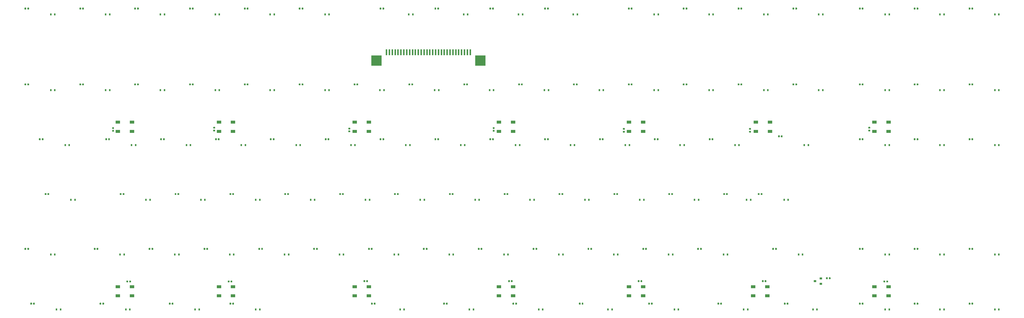
<source format=gbr>
G04 #@! TF.GenerationSoftware,KiCad,Pcbnew,5.1.5-52549c5~84~ubuntu16.04.1*
G04 #@! TF.CreationDate,2020-02-26T23:37:19+06:00*
G04 #@! TF.ProjectId,wasd-kbd80,77617364-2d6b-4626-9438-302e6b696361,rev?*
G04 #@! TF.SameCoordinates,Original*
G04 #@! TF.FileFunction,Paste,Bot*
G04 #@! TF.FilePolarity,Positive*
%FSLAX46Y46*%
G04 Gerber Fmt 4.6, Leading zero omitted, Abs format (unit mm)*
G04 Created by KiCad (PCBNEW 5.1.5-52549c5~84~ubuntu16.04.1) date 2020-02-26 23:37:19*
%MOMM*%
%LPD*%
G04 APERTURE LIST*
%ADD10R,0.600000X0.700000*%
%ADD11C,0.100000*%
%ADD12R,1.500000X1.000000*%
%ADD13R,0.900000X0.800000*%
%ADD14R,0.610000X2.000000*%
%ADD15R,3.680000X3.600000*%
G04 APERTURE END LIST*
D10*
X65700000Y-109000000D03*
X64300000Y-109000000D03*
D11*
G36*
X74676958Y-106680710D02*
G01*
X74691276Y-106682834D01*
X74705317Y-106686351D01*
X74718946Y-106691228D01*
X74732031Y-106697417D01*
X74744447Y-106704858D01*
X74756073Y-106713481D01*
X74766798Y-106723202D01*
X74776519Y-106733927D01*
X74785142Y-106745553D01*
X74792583Y-106757969D01*
X74798772Y-106771054D01*
X74803649Y-106784683D01*
X74807166Y-106798724D01*
X74809290Y-106813042D01*
X74810000Y-106827500D01*
X74810000Y-107172500D01*
X74809290Y-107186958D01*
X74807166Y-107201276D01*
X74803649Y-107215317D01*
X74798772Y-107228946D01*
X74792583Y-107242031D01*
X74785142Y-107254447D01*
X74776519Y-107266073D01*
X74766798Y-107276798D01*
X74756073Y-107286519D01*
X74744447Y-107295142D01*
X74732031Y-107302583D01*
X74718946Y-107308772D01*
X74705317Y-107313649D01*
X74691276Y-107317166D01*
X74676958Y-107319290D01*
X74662500Y-107320000D01*
X74367500Y-107320000D01*
X74353042Y-107319290D01*
X74338724Y-107317166D01*
X74324683Y-107313649D01*
X74311054Y-107308772D01*
X74297969Y-107302583D01*
X74285553Y-107295142D01*
X74273927Y-107286519D01*
X74263202Y-107276798D01*
X74253481Y-107266073D01*
X74244858Y-107254447D01*
X74237417Y-107242031D01*
X74231228Y-107228946D01*
X74226351Y-107215317D01*
X74222834Y-107201276D01*
X74220710Y-107186958D01*
X74220000Y-107172500D01*
X74220000Y-106827500D01*
X74220710Y-106813042D01*
X74222834Y-106798724D01*
X74226351Y-106784683D01*
X74231228Y-106771054D01*
X74237417Y-106757969D01*
X74244858Y-106745553D01*
X74253481Y-106733927D01*
X74263202Y-106723202D01*
X74273927Y-106713481D01*
X74285553Y-106704858D01*
X74297969Y-106697417D01*
X74311054Y-106691228D01*
X74324683Y-106686351D01*
X74338724Y-106682834D01*
X74353042Y-106680710D01*
X74367500Y-106680000D01*
X74662500Y-106680000D01*
X74676958Y-106680710D01*
G37*
G36*
X75646958Y-106680710D02*
G01*
X75661276Y-106682834D01*
X75675317Y-106686351D01*
X75688946Y-106691228D01*
X75702031Y-106697417D01*
X75714447Y-106704858D01*
X75726073Y-106713481D01*
X75736798Y-106723202D01*
X75746519Y-106733927D01*
X75755142Y-106745553D01*
X75762583Y-106757969D01*
X75768772Y-106771054D01*
X75773649Y-106784683D01*
X75777166Y-106798724D01*
X75779290Y-106813042D01*
X75780000Y-106827500D01*
X75780000Y-107172500D01*
X75779290Y-107186958D01*
X75777166Y-107201276D01*
X75773649Y-107215317D01*
X75768772Y-107228946D01*
X75762583Y-107242031D01*
X75755142Y-107254447D01*
X75746519Y-107266073D01*
X75736798Y-107276798D01*
X75726073Y-107286519D01*
X75714447Y-107295142D01*
X75702031Y-107302583D01*
X75688946Y-107308772D01*
X75675317Y-107313649D01*
X75661276Y-107317166D01*
X75646958Y-107319290D01*
X75632500Y-107320000D01*
X75337500Y-107320000D01*
X75323042Y-107319290D01*
X75308724Y-107317166D01*
X75294683Y-107313649D01*
X75281054Y-107308772D01*
X75267969Y-107302583D01*
X75255553Y-107295142D01*
X75243927Y-107286519D01*
X75233202Y-107276798D01*
X75223481Y-107266073D01*
X75214858Y-107254447D01*
X75207417Y-107242031D01*
X75201228Y-107228946D01*
X75196351Y-107215317D01*
X75192834Y-107201276D01*
X75190710Y-107186958D01*
X75190000Y-107172500D01*
X75190000Y-106827500D01*
X75190710Y-106813042D01*
X75192834Y-106798724D01*
X75196351Y-106784683D01*
X75201228Y-106771054D01*
X75207417Y-106757969D01*
X75214858Y-106745553D01*
X75223481Y-106733927D01*
X75233202Y-106723202D01*
X75243927Y-106713481D01*
X75255553Y-106704858D01*
X75267969Y-106697417D01*
X75281054Y-106691228D01*
X75294683Y-106686351D01*
X75308724Y-106682834D01*
X75323042Y-106680710D01*
X75337500Y-106680000D01*
X75632500Y-106680000D01*
X75646958Y-106680710D01*
G37*
G36*
X55676958Y-106680710D02*
G01*
X55691276Y-106682834D01*
X55705317Y-106686351D01*
X55718946Y-106691228D01*
X55732031Y-106697417D01*
X55744447Y-106704858D01*
X55756073Y-106713481D01*
X55766798Y-106723202D01*
X55776519Y-106733927D01*
X55785142Y-106745553D01*
X55792583Y-106757969D01*
X55798772Y-106771054D01*
X55803649Y-106784683D01*
X55807166Y-106798724D01*
X55809290Y-106813042D01*
X55810000Y-106827500D01*
X55810000Y-107172500D01*
X55809290Y-107186958D01*
X55807166Y-107201276D01*
X55803649Y-107215317D01*
X55798772Y-107228946D01*
X55792583Y-107242031D01*
X55785142Y-107254447D01*
X55776519Y-107266073D01*
X55766798Y-107276798D01*
X55756073Y-107286519D01*
X55744447Y-107295142D01*
X55732031Y-107302583D01*
X55718946Y-107308772D01*
X55705317Y-107313649D01*
X55691276Y-107317166D01*
X55676958Y-107319290D01*
X55662500Y-107320000D01*
X55367500Y-107320000D01*
X55353042Y-107319290D01*
X55338724Y-107317166D01*
X55324683Y-107313649D01*
X55311054Y-107308772D01*
X55297969Y-107302583D01*
X55285553Y-107295142D01*
X55273927Y-107286519D01*
X55263202Y-107276798D01*
X55253481Y-107266073D01*
X55244858Y-107254447D01*
X55237417Y-107242031D01*
X55231228Y-107228946D01*
X55226351Y-107215317D01*
X55222834Y-107201276D01*
X55220710Y-107186958D01*
X55220000Y-107172500D01*
X55220000Y-106827500D01*
X55220710Y-106813042D01*
X55222834Y-106798724D01*
X55226351Y-106784683D01*
X55231228Y-106771054D01*
X55237417Y-106757969D01*
X55244858Y-106745553D01*
X55253481Y-106733927D01*
X55263202Y-106723202D01*
X55273927Y-106713481D01*
X55285553Y-106704858D01*
X55297969Y-106697417D01*
X55311054Y-106691228D01*
X55324683Y-106686351D01*
X55338724Y-106682834D01*
X55353042Y-106680710D01*
X55367500Y-106680000D01*
X55662500Y-106680000D01*
X55676958Y-106680710D01*
G37*
G36*
X56646958Y-106680710D02*
G01*
X56661276Y-106682834D01*
X56675317Y-106686351D01*
X56688946Y-106691228D01*
X56702031Y-106697417D01*
X56714447Y-106704858D01*
X56726073Y-106713481D01*
X56736798Y-106723202D01*
X56746519Y-106733927D01*
X56755142Y-106745553D01*
X56762583Y-106757969D01*
X56768772Y-106771054D01*
X56773649Y-106784683D01*
X56777166Y-106798724D01*
X56779290Y-106813042D01*
X56780000Y-106827500D01*
X56780000Y-107172500D01*
X56779290Y-107186958D01*
X56777166Y-107201276D01*
X56773649Y-107215317D01*
X56768772Y-107228946D01*
X56762583Y-107242031D01*
X56755142Y-107254447D01*
X56746519Y-107266073D01*
X56736798Y-107276798D01*
X56726073Y-107286519D01*
X56714447Y-107295142D01*
X56702031Y-107302583D01*
X56688946Y-107308772D01*
X56675317Y-107313649D01*
X56661276Y-107317166D01*
X56646958Y-107319290D01*
X56632500Y-107320000D01*
X56337500Y-107320000D01*
X56323042Y-107319290D01*
X56308724Y-107317166D01*
X56294683Y-107313649D01*
X56281054Y-107308772D01*
X56267969Y-107302583D01*
X56255553Y-107295142D01*
X56243927Y-107286519D01*
X56233202Y-107276798D01*
X56223481Y-107266073D01*
X56214858Y-107254447D01*
X56207417Y-107242031D01*
X56201228Y-107228946D01*
X56196351Y-107215317D01*
X56192834Y-107201276D01*
X56190710Y-107186958D01*
X56190000Y-107172500D01*
X56190000Y-106827500D01*
X56190710Y-106813042D01*
X56192834Y-106798724D01*
X56196351Y-106784683D01*
X56201228Y-106771054D01*
X56207417Y-106757969D01*
X56214858Y-106745553D01*
X56223481Y-106733927D01*
X56233202Y-106723202D01*
X56243927Y-106713481D01*
X56255553Y-106704858D01*
X56267969Y-106697417D01*
X56281054Y-106691228D01*
X56294683Y-106686351D01*
X56308724Y-106682834D01*
X56323042Y-106680710D01*
X56337500Y-106680000D01*
X56632500Y-106680000D01*
X56646958Y-106680710D01*
G37*
G36*
X93676958Y-106680710D02*
G01*
X93691276Y-106682834D01*
X93705317Y-106686351D01*
X93718946Y-106691228D01*
X93732031Y-106697417D01*
X93744447Y-106704858D01*
X93756073Y-106713481D01*
X93766798Y-106723202D01*
X93776519Y-106733927D01*
X93785142Y-106745553D01*
X93792583Y-106757969D01*
X93798772Y-106771054D01*
X93803649Y-106784683D01*
X93807166Y-106798724D01*
X93809290Y-106813042D01*
X93810000Y-106827500D01*
X93810000Y-107172500D01*
X93809290Y-107186958D01*
X93807166Y-107201276D01*
X93803649Y-107215317D01*
X93798772Y-107228946D01*
X93792583Y-107242031D01*
X93785142Y-107254447D01*
X93776519Y-107266073D01*
X93766798Y-107276798D01*
X93756073Y-107286519D01*
X93744447Y-107295142D01*
X93732031Y-107302583D01*
X93718946Y-107308772D01*
X93705317Y-107313649D01*
X93691276Y-107317166D01*
X93676958Y-107319290D01*
X93662500Y-107320000D01*
X93367500Y-107320000D01*
X93353042Y-107319290D01*
X93338724Y-107317166D01*
X93324683Y-107313649D01*
X93311054Y-107308772D01*
X93297969Y-107302583D01*
X93285553Y-107295142D01*
X93273927Y-107286519D01*
X93263202Y-107276798D01*
X93253481Y-107266073D01*
X93244858Y-107254447D01*
X93237417Y-107242031D01*
X93231228Y-107228946D01*
X93226351Y-107215317D01*
X93222834Y-107201276D01*
X93220710Y-107186958D01*
X93220000Y-107172500D01*
X93220000Y-106827500D01*
X93220710Y-106813042D01*
X93222834Y-106798724D01*
X93226351Y-106784683D01*
X93231228Y-106771054D01*
X93237417Y-106757969D01*
X93244858Y-106745553D01*
X93253481Y-106733927D01*
X93263202Y-106723202D01*
X93273927Y-106713481D01*
X93285553Y-106704858D01*
X93297969Y-106697417D01*
X93311054Y-106691228D01*
X93324683Y-106686351D01*
X93338724Y-106682834D01*
X93353042Y-106680710D01*
X93367500Y-106680000D01*
X93662500Y-106680000D01*
X93676958Y-106680710D01*
G37*
G36*
X94646958Y-106680710D02*
G01*
X94661276Y-106682834D01*
X94675317Y-106686351D01*
X94688946Y-106691228D01*
X94702031Y-106697417D01*
X94714447Y-106704858D01*
X94726073Y-106713481D01*
X94736798Y-106723202D01*
X94746519Y-106733927D01*
X94755142Y-106745553D01*
X94762583Y-106757969D01*
X94768772Y-106771054D01*
X94773649Y-106784683D01*
X94777166Y-106798724D01*
X94779290Y-106813042D01*
X94780000Y-106827500D01*
X94780000Y-107172500D01*
X94779290Y-107186958D01*
X94777166Y-107201276D01*
X94773649Y-107215317D01*
X94768772Y-107228946D01*
X94762583Y-107242031D01*
X94755142Y-107254447D01*
X94746519Y-107266073D01*
X94736798Y-107276798D01*
X94726073Y-107286519D01*
X94714447Y-107295142D01*
X94702031Y-107302583D01*
X94688946Y-107308772D01*
X94675317Y-107313649D01*
X94661276Y-107317166D01*
X94646958Y-107319290D01*
X94632500Y-107320000D01*
X94337500Y-107320000D01*
X94323042Y-107319290D01*
X94308724Y-107317166D01*
X94294683Y-107313649D01*
X94281054Y-107308772D01*
X94267969Y-107302583D01*
X94255553Y-107295142D01*
X94243927Y-107286519D01*
X94233202Y-107276798D01*
X94223481Y-107266073D01*
X94214858Y-107254447D01*
X94207417Y-107242031D01*
X94201228Y-107228946D01*
X94196351Y-107215317D01*
X94192834Y-107201276D01*
X94190710Y-107186958D01*
X94190000Y-107172500D01*
X94190000Y-106827500D01*
X94190710Y-106813042D01*
X94192834Y-106798724D01*
X94196351Y-106784683D01*
X94201228Y-106771054D01*
X94207417Y-106757969D01*
X94214858Y-106745553D01*
X94223481Y-106733927D01*
X94233202Y-106723202D01*
X94243927Y-106713481D01*
X94255553Y-106704858D01*
X94267969Y-106697417D01*
X94281054Y-106691228D01*
X94294683Y-106686351D01*
X94308724Y-106682834D01*
X94323042Y-106680710D01*
X94337500Y-106680000D01*
X94632500Y-106680000D01*
X94646958Y-106680710D01*
G37*
G36*
X112676958Y-106680710D02*
G01*
X112691276Y-106682834D01*
X112705317Y-106686351D01*
X112718946Y-106691228D01*
X112732031Y-106697417D01*
X112744447Y-106704858D01*
X112756073Y-106713481D01*
X112766798Y-106723202D01*
X112776519Y-106733927D01*
X112785142Y-106745553D01*
X112792583Y-106757969D01*
X112798772Y-106771054D01*
X112803649Y-106784683D01*
X112807166Y-106798724D01*
X112809290Y-106813042D01*
X112810000Y-106827500D01*
X112810000Y-107172500D01*
X112809290Y-107186958D01*
X112807166Y-107201276D01*
X112803649Y-107215317D01*
X112798772Y-107228946D01*
X112792583Y-107242031D01*
X112785142Y-107254447D01*
X112776519Y-107266073D01*
X112766798Y-107276798D01*
X112756073Y-107286519D01*
X112744447Y-107295142D01*
X112732031Y-107302583D01*
X112718946Y-107308772D01*
X112705317Y-107313649D01*
X112691276Y-107317166D01*
X112676958Y-107319290D01*
X112662500Y-107320000D01*
X112367500Y-107320000D01*
X112353042Y-107319290D01*
X112338724Y-107317166D01*
X112324683Y-107313649D01*
X112311054Y-107308772D01*
X112297969Y-107302583D01*
X112285553Y-107295142D01*
X112273927Y-107286519D01*
X112263202Y-107276798D01*
X112253481Y-107266073D01*
X112244858Y-107254447D01*
X112237417Y-107242031D01*
X112231228Y-107228946D01*
X112226351Y-107215317D01*
X112222834Y-107201276D01*
X112220710Y-107186958D01*
X112220000Y-107172500D01*
X112220000Y-106827500D01*
X112220710Y-106813042D01*
X112222834Y-106798724D01*
X112226351Y-106784683D01*
X112231228Y-106771054D01*
X112237417Y-106757969D01*
X112244858Y-106745553D01*
X112253481Y-106733927D01*
X112263202Y-106723202D01*
X112273927Y-106713481D01*
X112285553Y-106704858D01*
X112297969Y-106697417D01*
X112311054Y-106691228D01*
X112324683Y-106686351D01*
X112338724Y-106682834D01*
X112353042Y-106680710D01*
X112367500Y-106680000D01*
X112662500Y-106680000D01*
X112676958Y-106680710D01*
G37*
G36*
X113646958Y-106680710D02*
G01*
X113661276Y-106682834D01*
X113675317Y-106686351D01*
X113688946Y-106691228D01*
X113702031Y-106697417D01*
X113714447Y-106704858D01*
X113726073Y-106713481D01*
X113736798Y-106723202D01*
X113746519Y-106733927D01*
X113755142Y-106745553D01*
X113762583Y-106757969D01*
X113768772Y-106771054D01*
X113773649Y-106784683D01*
X113777166Y-106798724D01*
X113779290Y-106813042D01*
X113780000Y-106827500D01*
X113780000Y-107172500D01*
X113779290Y-107186958D01*
X113777166Y-107201276D01*
X113773649Y-107215317D01*
X113768772Y-107228946D01*
X113762583Y-107242031D01*
X113755142Y-107254447D01*
X113746519Y-107266073D01*
X113736798Y-107276798D01*
X113726073Y-107286519D01*
X113714447Y-107295142D01*
X113702031Y-107302583D01*
X113688946Y-107308772D01*
X113675317Y-107313649D01*
X113661276Y-107317166D01*
X113646958Y-107319290D01*
X113632500Y-107320000D01*
X113337500Y-107320000D01*
X113323042Y-107319290D01*
X113308724Y-107317166D01*
X113294683Y-107313649D01*
X113281054Y-107308772D01*
X113267969Y-107302583D01*
X113255553Y-107295142D01*
X113243927Y-107286519D01*
X113233202Y-107276798D01*
X113223481Y-107266073D01*
X113214858Y-107254447D01*
X113207417Y-107242031D01*
X113201228Y-107228946D01*
X113196351Y-107215317D01*
X113192834Y-107201276D01*
X113190710Y-107186958D01*
X113190000Y-107172500D01*
X113190000Y-106827500D01*
X113190710Y-106813042D01*
X113192834Y-106798724D01*
X113196351Y-106784683D01*
X113201228Y-106771054D01*
X113207417Y-106757969D01*
X113214858Y-106745553D01*
X113223481Y-106733927D01*
X113233202Y-106723202D01*
X113243927Y-106713481D01*
X113255553Y-106704858D01*
X113267969Y-106697417D01*
X113281054Y-106691228D01*
X113294683Y-106686351D01*
X113308724Y-106682834D01*
X113323042Y-106680710D01*
X113337500Y-106680000D01*
X113632500Y-106680000D01*
X113646958Y-106680710D01*
G37*
G36*
X131676958Y-106680710D02*
G01*
X131691276Y-106682834D01*
X131705317Y-106686351D01*
X131718946Y-106691228D01*
X131732031Y-106697417D01*
X131744447Y-106704858D01*
X131756073Y-106713481D01*
X131766798Y-106723202D01*
X131776519Y-106733927D01*
X131785142Y-106745553D01*
X131792583Y-106757969D01*
X131798772Y-106771054D01*
X131803649Y-106784683D01*
X131807166Y-106798724D01*
X131809290Y-106813042D01*
X131810000Y-106827500D01*
X131810000Y-107172500D01*
X131809290Y-107186958D01*
X131807166Y-107201276D01*
X131803649Y-107215317D01*
X131798772Y-107228946D01*
X131792583Y-107242031D01*
X131785142Y-107254447D01*
X131776519Y-107266073D01*
X131766798Y-107276798D01*
X131756073Y-107286519D01*
X131744447Y-107295142D01*
X131732031Y-107302583D01*
X131718946Y-107308772D01*
X131705317Y-107313649D01*
X131691276Y-107317166D01*
X131676958Y-107319290D01*
X131662500Y-107320000D01*
X131367500Y-107320000D01*
X131353042Y-107319290D01*
X131338724Y-107317166D01*
X131324683Y-107313649D01*
X131311054Y-107308772D01*
X131297969Y-107302583D01*
X131285553Y-107295142D01*
X131273927Y-107286519D01*
X131263202Y-107276798D01*
X131253481Y-107266073D01*
X131244858Y-107254447D01*
X131237417Y-107242031D01*
X131231228Y-107228946D01*
X131226351Y-107215317D01*
X131222834Y-107201276D01*
X131220710Y-107186958D01*
X131220000Y-107172500D01*
X131220000Y-106827500D01*
X131220710Y-106813042D01*
X131222834Y-106798724D01*
X131226351Y-106784683D01*
X131231228Y-106771054D01*
X131237417Y-106757969D01*
X131244858Y-106745553D01*
X131253481Y-106733927D01*
X131263202Y-106723202D01*
X131273927Y-106713481D01*
X131285553Y-106704858D01*
X131297969Y-106697417D01*
X131311054Y-106691228D01*
X131324683Y-106686351D01*
X131338724Y-106682834D01*
X131353042Y-106680710D01*
X131367500Y-106680000D01*
X131662500Y-106680000D01*
X131676958Y-106680710D01*
G37*
G36*
X132646958Y-106680710D02*
G01*
X132661276Y-106682834D01*
X132675317Y-106686351D01*
X132688946Y-106691228D01*
X132702031Y-106697417D01*
X132714447Y-106704858D01*
X132726073Y-106713481D01*
X132736798Y-106723202D01*
X132746519Y-106733927D01*
X132755142Y-106745553D01*
X132762583Y-106757969D01*
X132768772Y-106771054D01*
X132773649Y-106784683D01*
X132777166Y-106798724D01*
X132779290Y-106813042D01*
X132780000Y-106827500D01*
X132780000Y-107172500D01*
X132779290Y-107186958D01*
X132777166Y-107201276D01*
X132773649Y-107215317D01*
X132768772Y-107228946D01*
X132762583Y-107242031D01*
X132755142Y-107254447D01*
X132746519Y-107266073D01*
X132736798Y-107276798D01*
X132726073Y-107286519D01*
X132714447Y-107295142D01*
X132702031Y-107302583D01*
X132688946Y-107308772D01*
X132675317Y-107313649D01*
X132661276Y-107317166D01*
X132646958Y-107319290D01*
X132632500Y-107320000D01*
X132337500Y-107320000D01*
X132323042Y-107319290D01*
X132308724Y-107317166D01*
X132294683Y-107313649D01*
X132281054Y-107308772D01*
X132267969Y-107302583D01*
X132255553Y-107295142D01*
X132243927Y-107286519D01*
X132233202Y-107276798D01*
X132223481Y-107266073D01*
X132214858Y-107254447D01*
X132207417Y-107242031D01*
X132201228Y-107228946D01*
X132196351Y-107215317D01*
X132192834Y-107201276D01*
X132190710Y-107186958D01*
X132190000Y-107172500D01*
X132190000Y-106827500D01*
X132190710Y-106813042D01*
X132192834Y-106798724D01*
X132196351Y-106784683D01*
X132201228Y-106771054D01*
X132207417Y-106757969D01*
X132214858Y-106745553D01*
X132223481Y-106733927D01*
X132233202Y-106723202D01*
X132243927Y-106713481D01*
X132255553Y-106704858D01*
X132267969Y-106697417D01*
X132281054Y-106691228D01*
X132294683Y-106686351D01*
X132308724Y-106682834D01*
X132323042Y-106680710D01*
X132337500Y-106680000D01*
X132632500Y-106680000D01*
X132646958Y-106680710D01*
G37*
G36*
X150676958Y-106680710D02*
G01*
X150691276Y-106682834D01*
X150705317Y-106686351D01*
X150718946Y-106691228D01*
X150732031Y-106697417D01*
X150744447Y-106704858D01*
X150756073Y-106713481D01*
X150766798Y-106723202D01*
X150776519Y-106733927D01*
X150785142Y-106745553D01*
X150792583Y-106757969D01*
X150798772Y-106771054D01*
X150803649Y-106784683D01*
X150807166Y-106798724D01*
X150809290Y-106813042D01*
X150810000Y-106827500D01*
X150810000Y-107172500D01*
X150809290Y-107186958D01*
X150807166Y-107201276D01*
X150803649Y-107215317D01*
X150798772Y-107228946D01*
X150792583Y-107242031D01*
X150785142Y-107254447D01*
X150776519Y-107266073D01*
X150766798Y-107276798D01*
X150756073Y-107286519D01*
X150744447Y-107295142D01*
X150732031Y-107302583D01*
X150718946Y-107308772D01*
X150705317Y-107313649D01*
X150691276Y-107317166D01*
X150676958Y-107319290D01*
X150662500Y-107320000D01*
X150367500Y-107320000D01*
X150353042Y-107319290D01*
X150338724Y-107317166D01*
X150324683Y-107313649D01*
X150311054Y-107308772D01*
X150297969Y-107302583D01*
X150285553Y-107295142D01*
X150273927Y-107286519D01*
X150263202Y-107276798D01*
X150253481Y-107266073D01*
X150244858Y-107254447D01*
X150237417Y-107242031D01*
X150231228Y-107228946D01*
X150226351Y-107215317D01*
X150222834Y-107201276D01*
X150220710Y-107186958D01*
X150220000Y-107172500D01*
X150220000Y-106827500D01*
X150220710Y-106813042D01*
X150222834Y-106798724D01*
X150226351Y-106784683D01*
X150231228Y-106771054D01*
X150237417Y-106757969D01*
X150244858Y-106745553D01*
X150253481Y-106733927D01*
X150263202Y-106723202D01*
X150273927Y-106713481D01*
X150285553Y-106704858D01*
X150297969Y-106697417D01*
X150311054Y-106691228D01*
X150324683Y-106686351D01*
X150338724Y-106682834D01*
X150353042Y-106680710D01*
X150367500Y-106680000D01*
X150662500Y-106680000D01*
X150676958Y-106680710D01*
G37*
G36*
X151646958Y-106680710D02*
G01*
X151661276Y-106682834D01*
X151675317Y-106686351D01*
X151688946Y-106691228D01*
X151702031Y-106697417D01*
X151714447Y-106704858D01*
X151726073Y-106713481D01*
X151736798Y-106723202D01*
X151746519Y-106733927D01*
X151755142Y-106745553D01*
X151762583Y-106757969D01*
X151768772Y-106771054D01*
X151773649Y-106784683D01*
X151777166Y-106798724D01*
X151779290Y-106813042D01*
X151780000Y-106827500D01*
X151780000Y-107172500D01*
X151779290Y-107186958D01*
X151777166Y-107201276D01*
X151773649Y-107215317D01*
X151768772Y-107228946D01*
X151762583Y-107242031D01*
X151755142Y-107254447D01*
X151746519Y-107266073D01*
X151736798Y-107276798D01*
X151726073Y-107286519D01*
X151714447Y-107295142D01*
X151702031Y-107302583D01*
X151688946Y-107308772D01*
X151675317Y-107313649D01*
X151661276Y-107317166D01*
X151646958Y-107319290D01*
X151632500Y-107320000D01*
X151337500Y-107320000D01*
X151323042Y-107319290D01*
X151308724Y-107317166D01*
X151294683Y-107313649D01*
X151281054Y-107308772D01*
X151267969Y-107302583D01*
X151255553Y-107295142D01*
X151243927Y-107286519D01*
X151233202Y-107276798D01*
X151223481Y-107266073D01*
X151214858Y-107254447D01*
X151207417Y-107242031D01*
X151201228Y-107228946D01*
X151196351Y-107215317D01*
X151192834Y-107201276D01*
X151190710Y-107186958D01*
X151190000Y-107172500D01*
X151190000Y-106827500D01*
X151190710Y-106813042D01*
X151192834Y-106798724D01*
X151196351Y-106784683D01*
X151201228Y-106771054D01*
X151207417Y-106757969D01*
X151214858Y-106745553D01*
X151223481Y-106733927D01*
X151233202Y-106723202D01*
X151243927Y-106713481D01*
X151255553Y-106704858D01*
X151267969Y-106697417D01*
X151281054Y-106691228D01*
X151294683Y-106686351D01*
X151308724Y-106682834D01*
X151323042Y-106680710D01*
X151337500Y-106680000D01*
X151632500Y-106680000D01*
X151646958Y-106680710D01*
G37*
G36*
X178676958Y-106680710D02*
G01*
X178691276Y-106682834D01*
X178705317Y-106686351D01*
X178718946Y-106691228D01*
X178732031Y-106697417D01*
X178744447Y-106704858D01*
X178756073Y-106713481D01*
X178766798Y-106723202D01*
X178776519Y-106733927D01*
X178785142Y-106745553D01*
X178792583Y-106757969D01*
X178798772Y-106771054D01*
X178803649Y-106784683D01*
X178807166Y-106798724D01*
X178809290Y-106813042D01*
X178810000Y-106827500D01*
X178810000Y-107172500D01*
X178809290Y-107186958D01*
X178807166Y-107201276D01*
X178803649Y-107215317D01*
X178798772Y-107228946D01*
X178792583Y-107242031D01*
X178785142Y-107254447D01*
X178776519Y-107266073D01*
X178766798Y-107276798D01*
X178756073Y-107286519D01*
X178744447Y-107295142D01*
X178732031Y-107302583D01*
X178718946Y-107308772D01*
X178705317Y-107313649D01*
X178691276Y-107317166D01*
X178676958Y-107319290D01*
X178662500Y-107320000D01*
X178367500Y-107320000D01*
X178353042Y-107319290D01*
X178338724Y-107317166D01*
X178324683Y-107313649D01*
X178311054Y-107308772D01*
X178297969Y-107302583D01*
X178285553Y-107295142D01*
X178273927Y-107286519D01*
X178263202Y-107276798D01*
X178253481Y-107266073D01*
X178244858Y-107254447D01*
X178237417Y-107242031D01*
X178231228Y-107228946D01*
X178226351Y-107215317D01*
X178222834Y-107201276D01*
X178220710Y-107186958D01*
X178220000Y-107172500D01*
X178220000Y-106827500D01*
X178220710Y-106813042D01*
X178222834Y-106798724D01*
X178226351Y-106784683D01*
X178231228Y-106771054D01*
X178237417Y-106757969D01*
X178244858Y-106745553D01*
X178253481Y-106733927D01*
X178263202Y-106723202D01*
X178273927Y-106713481D01*
X178285553Y-106704858D01*
X178297969Y-106697417D01*
X178311054Y-106691228D01*
X178324683Y-106686351D01*
X178338724Y-106682834D01*
X178353042Y-106680710D01*
X178367500Y-106680000D01*
X178662500Y-106680000D01*
X178676958Y-106680710D01*
G37*
G36*
X179646958Y-106680710D02*
G01*
X179661276Y-106682834D01*
X179675317Y-106686351D01*
X179688946Y-106691228D01*
X179702031Y-106697417D01*
X179714447Y-106704858D01*
X179726073Y-106713481D01*
X179736798Y-106723202D01*
X179746519Y-106733927D01*
X179755142Y-106745553D01*
X179762583Y-106757969D01*
X179768772Y-106771054D01*
X179773649Y-106784683D01*
X179777166Y-106798724D01*
X179779290Y-106813042D01*
X179780000Y-106827500D01*
X179780000Y-107172500D01*
X179779290Y-107186958D01*
X179777166Y-107201276D01*
X179773649Y-107215317D01*
X179768772Y-107228946D01*
X179762583Y-107242031D01*
X179755142Y-107254447D01*
X179746519Y-107266073D01*
X179736798Y-107276798D01*
X179726073Y-107286519D01*
X179714447Y-107295142D01*
X179702031Y-107302583D01*
X179688946Y-107308772D01*
X179675317Y-107313649D01*
X179661276Y-107317166D01*
X179646958Y-107319290D01*
X179632500Y-107320000D01*
X179337500Y-107320000D01*
X179323042Y-107319290D01*
X179308724Y-107317166D01*
X179294683Y-107313649D01*
X179281054Y-107308772D01*
X179267969Y-107302583D01*
X179255553Y-107295142D01*
X179243927Y-107286519D01*
X179233202Y-107276798D01*
X179223481Y-107266073D01*
X179214858Y-107254447D01*
X179207417Y-107242031D01*
X179201228Y-107228946D01*
X179196351Y-107215317D01*
X179192834Y-107201276D01*
X179190710Y-107186958D01*
X179190000Y-107172500D01*
X179190000Y-106827500D01*
X179190710Y-106813042D01*
X179192834Y-106798724D01*
X179196351Y-106784683D01*
X179201228Y-106771054D01*
X179207417Y-106757969D01*
X179214858Y-106745553D01*
X179223481Y-106733927D01*
X179233202Y-106723202D01*
X179243927Y-106713481D01*
X179255553Y-106704858D01*
X179267969Y-106697417D01*
X179281054Y-106691228D01*
X179294683Y-106686351D01*
X179308724Y-106682834D01*
X179323042Y-106680710D01*
X179337500Y-106680000D01*
X179632500Y-106680000D01*
X179646958Y-106680710D01*
G37*
G36*
X197676958Y-106680710D02*
G01*
X197691276Y-106682834D01*
X197705317Y-106686351D01*
X197718946Y-106691228D01*
X197732031Y-106697417D01*
X197744447Y-106704858D01*
X197756073Y-106713481D01*
X197766798Y-106723202D01*
X197776519Y-106733927D01*
X197785142Y-106745553D01*
X197792583Y-106757969D01*
X197798772Y-106771054D01*
X197803649Y-106784683D01*
X197807166Y-106798724D01*
X197809290Y-106813042D01*
X197810000Y-106827500D01*
X197810000Y-107172500D01*
X197809290Y-107186958D01*
X197807166Y-107201276D01*
X197803649Y-107215317D01*
X197798772Y-107228946D01*
X197792583Y-107242031D01*
X197785142Y-107254447D01*
X197776519Y-107266073D01*
X197766798Y-107276798D01*
X197756073Y-107286519D01*
X197744447Y-107295142D01*
X197732031Y-107302583D01*
X197718946Y-107308772D01*
X197705317Y-107313649D01*
X197691276Y-107317166D01*
X197676958Y-107319290D01*
X197662500Y-107320000D01*
X197367500Y-107320000D01*
X197353042Y-107319290D01*
X197338724Y-107317166D01*
X197324683Y-107313649D01*
X197311054Y-107308772D01*
X197297969Y-107302583D01*
X197285553Y-107295142D01*
X197273927Y-107286519D01*
X197263202Y-107276798D01*
X197253481Y-107266073D01*
X197244858Y-107254447D01*
X197237417Y-107242031D01*
X197231228Y-107228946D01*
X197226351Y-107215317D01*
X197222834Y-107201276D01*
X197220710Y-107186958D01*
X197220000Y-107172500D01*
X197220000Y-106827500D01*
X197220710Y-106813042D01*
X197222834Y-106798724D01*
X197226351Y-106784683D01*
X197231228Y-106771054D01*
X197237417Y-106757969D01*
X197244858Y-106745553D01*
X197253481Y-106733927D01*
X197263202Y-106723202D01*
X197273927Y-106713481D01*
X197285553Y-106704858D01*
X197297969Y-106697417D01*
X197311054Y-106691228D01*
X197324683Y-106686351D01*
X197338724Y-106682834D01*
X197353042Y-106680710D01*
X197367500Y-106680000D01*
X197662500Y-106680000D01*
X197676958Y-106680710D01*
G37*
G36*
X198646958Y-106680710D02*
G01*
X198661276Y-106682834D01*
X198675317Y-106686351D01*
X198688946Y-106691228D01*
X198702031Y-106697417D01*
X198714447Y-106704858D01*
X198726073Y-106713481D01*
X198736798Y-106723202D01*
X198746519Y-106733927D01*
X198755142Y-106745553D01*
X198762583Y-106757969D01*
X198768772Y-106771054D01*
X198773649Y-106784683D01*
X198777166Y-106798724D01*
X198779290Y-106813042D01*
X198780000Y-106827500D01*
X198780000Y-107172500D01*
X198779290Y-107186958D01*
X198777166Y-107201276D01*
X198773649Y-107215317D01*
X198768772Y-107228946D01*
X198762583Y-107242031D01*
X198755142Y-107254447D01*
X198746519Y-107266073D01*
X198736798Y-107276798D01*
X198726073Y-107286519D01*
X198714447Y-107295142D01*
X198702031Y-107302583D01*
X198688946Y-107308772D01*
X198675317Y-107313649D01*
X198661276Y-107317166D01*
X198646958Y-107319290D01*
X198632500Y-107320000D01*
X198337500Y-107320000D01*
X198323042Y-107319290D01*
X198308724Y-107317166D01*
X198294683Y-107313649D01*
X198281054Y-107308772D01*
X198267969Y-107302583D01*
X198255553Y-107295142D01*
X198243927Y-107286519D01*
X198233202Y-107276798D01*
X198223481Y-107266073D01*
X198214858Y-107254447D01*
X198207417Y-107242031D01*
X198201228Y-107228946D01*
X198196351Y-107215317D01*
X198192834Y-107201276D01*
X198190710Y-107186958D01*
X198190000Y-107172500D01*
X198190000Y-106827500D01*
X198190710Y-106813042D01*
X198192834Y-106798724D01*
X198196351Y-106784683D01*
X198201228Y-106771054D01*
X198207417Y-106757969D01*
X198214858Y-106745553D01*
X198223481Y-106733927D01*
X198233202Y-106723202D01*
X198243927Y-106713481D01*
X198255553Y-106704858D01*
X198267969Y-106697417D01*
X198281054Y-106691228D01*
X198294683Y-106686351D01*
X198308724Y-106682834D01*
X198323042Y-106680710D01*
X198337500Y-106680000D01*
X198632500Y-106680000D01*
X198646958Y-106680710D01*
G37*
G36*
X216676958Y-106680710D02*
G01*
X216691276Y-106682834D01*
X216705317Y-106686351D01*
X216718946Y-106691228D01*
X216732031Y-106697417D01*
X216744447Y-106704858D01*
X216756073Y-106713481D01*
X216766798Y-106723202D01*
X216776519Y-106733927D01*
X216785142Y-106745553D01*
X216792583Y-106757969D01*
X216798772Y-106771054D01*
X216803649Y-106784683D01*
X216807166Y-106798724D01*
X216809290Y-106813042D01*
X216810000Y-106827500D01*
X216810000Y-107172500D01*
X216809290Y-107186958D01*
X216807166Y-107201276D01*
X216803649Y-107215317D01*
X216798772Y-107228946D01*
X216792583Y-107242031D01*
X216785142Y-107254447D01*
X216776519Y-107266073D01*
X216766798Y-107276798D01*
X216756073Y-107286519D01*
X216744447Y-107295142D01*
X216732031Y-107302583D01*
X216718946Y-107308772D01*
X216705317Y-107313649D01*
X216691276Y-107317166D01*
X216676958Y-107319290D01*
X216662500Y-107320000D01*
X216367500Y-107320000D01*
X216353042Y-107319290D01*
X216338724Y-107317166D01*
X216324683Y-107313649D01*
X216311054Y-107308772D01*
X216297969Y-107302583D01*
X216285553Y-107295142D01*
X216273927Y-107286519D01*
X216263202Y-107276798D01*
X216253481Y-107266073D01*
X216244858Y-107254447D01*
X216237417Y-107242031D01*
X216231228Y-107228946D01*
X216226351Y-107215317D01*
X216222834Y-107201276D01*
X216220710Y-107186958D01*
X216220000Y-107172500D01*
X216220000Y-106827500D01*
X216220710Y-106813042D01*
X216222834Y-106798724D01*
X216226351Y-106784683D01*
X216231228Y-106771054D01*
X216237417Y-106757969D01*
X216244858Y-106745553D01*
X216253481Y-106733927D01*
X216263202Y-106723202D01*
X216273927Y-106713481D01*
X216285553Y-106704858D01*
X216297969Y-106697417D01*
X216311054Y-106691228D01*
X216324683Y-106686351D01*
X216338724Y-106682834D01*
X216353042Y-106680710D01*
X216367500Y-106680000D01*
X216662500Y-106680000D01*
X216676958Y-106680710D01*
G37*
G36*
X217646958Y-106680710D02*
G01*
X217661276Y-106682834D01*
X217675317Y-106686351D01*
X217688946Y-106691228D01*
X217702031Y-106697417D01*
X217714447Y-106704858D01*
X217726073Y-106713481D01*
X217736798Y-106723202D01*
X217746519Y-106733927D01*
X217755142Y-106745553D01*
X217762583Y-106757969D01*
X217768772Y-106771054D01*
X217773649Y-106784683D01*
X217777166Y-106798724D01*
X217779290Y-106813042D01*
X217780000Y-106827500D01*
X217780000Y-107172500D01*
X217779290Y-107186958D01*
X217777166Y-107201276D01*
X217773649Y-107215317D01*
X217768772Y-107228946D01*
X217762583Y-107242031D01*
X217755142Y-107254447D01*
X217746519Y-107266073D01*
X217736798Y-107276798D01*
X217726073Y-107286519D01*
X217714447Y-107295142D01*
X217702031Y-107302583D01*
X217688946Y-107308772D01*
X217675317Y-107313649D01*
X217661276Y-107317166D01*
X217646958Y-107319290D01*
X217632500Y-107320000D01*
X217337500Y-107320000D01*
X217323042Y-107319290D01*
X217308724Y-107317166D01*
X217294683Y-107313649D01*
X217281054Y-107308772D01*
X217267969Y-107302583D01*
X217255553Y-107295142D01*
X217243927Y-107286519D01*
X217233202Y-107276798D01*
X217223481Y-107266073D01*
X217214858Y-107254447D01*
X217207417Y-107242031D01*
X217201228Y-107228946D01*
X217196351Y-107215317D01*
X217192834Y-107201276D01*
X217190710Y-107186958D01*
X217190000Y-107172500D01*
X217190000Y-106827500D01*
X217190710Y-106813042D01*
X217192834Y-106798724D01*
X217196351Y-106784683D01*
X217201228Y-106771054D01*
X217207417Y-106757969D01*
X217214858Y-106745553D01*
X217223481Y-106733927D01*
X217233202Y-106723202D01*
X217243927Y-106713481D01*
X217255553Y-106704858D01*
X217267969Y-106697417D01*
X217281054Y-106691228D01*
X217294683Y-106686351D01*
X217308724Y-106682834D01*
X217323042Y-106680710D01*
X217337500Y-106680000D01*
X217632500Y-106680000D01*
X217646958Y-106680710D01*
G37*
G36*
X236646958Y-106680710D02*
G01*
X236661276Y-106682834D01*
X236675317Y-106686351D01*
X236688946Y-106691228D01*
X236702031Y-106697417D01*
X236714447Y-106704858D01*
X236726073Y-106713481D01*
X236736798Y-106723202D01*
X236746519Y-106733927D01*
X236755142Y-106745553D01*
X236762583Y-106757969D01*
X236768772Y-106771054D01*
X236773649Y-106784683D01*
X236777166Y-106798724D01*
X236779290Y-106813042D01*
X236780000Y-106827500D01*
X236780000Y-107172500D01*
X236779290Y-107186958D01*
X236777166Y-107201276D01*
X236773649Y-107215317D01*
X236768772Y-107228946D01*
X236762583Y-107242031D01*
X236755142Y-107254447D01*
X236746519Y-107266073D01*
X236736798Y-107276798D01*
X236726073Y-107286519D01*
X236714447Y-107295142D01*
X236702031Y-107302583D01*
X236688946Y-107308772D01*
X236675317Y-107313649D01*
X236661276Y-107317166D01*
X236646958Y-107319290D01*
X236632500Y-107320000D01*
X236337500Y-107320000D01*
X236323042Y-107319290D01*
X236308724Y-107317166D01*
X236294683Y-107313649D01*
X236281054Y-107308772D01*
X236267969Y-107302583D01*
X236255553Y-107295142D01*
X236243927Y-107286519D01*
X236233202Y-107276798D01*
X236223481Y-107266073D01*
X236214858Y-107254447D01*
X236207417Y-107242031D01*
X236201228Y-107228946D01*
X236196351Y-107215317D01*
X236192834Y-107201276D01*
X236190710Y-107186958D01*
X236190000Y-107172500D01*
X236190000Y-106827500D01*
X236190710Y-106813042D01*
X236192834Y-106798724D01*
X236196351Y-106784683D01*
X236201228Y-106771054D01*
X236207417Y-106757969D01*
X236214858Y-106745553D01*
X236223481Y-106733927D01*
X236233202Y-106723202D01*
X236243927Y-106713481D01*
X236255553Y-106704858D01*
X236267969Y-106697417D01*
X236281054Y-106691228D01*
X236294683Y-106686351D01*
X236308724Y-106682834D01*
X236323042Y-106680710D01*
X236337500Y-106680000D01*
X236632500Y-106680000D01*
X236646958Y-106680710D01*
G37*
G36*
X235676958Y-106680710D02*
G01*
X235691276Y-106682834D01*
X235705317Y-106686351D01*
X235718946Y-106691228D01*
X235732031Y-106697417D01*
X235744447Y-106704858D01*
X235756073Y-106713481D01*
X235766798Y-106723202D01*
X235776519Y-106733927D01*
X235785142Y-106745553D01*
X235792583Y-106757969D01*
X235798772Y-106771054D01*
X235803649Y-106784683D01*
X235807166Y-106798724D01*
X235809290Y-106813042D01*
X235810000Y-106827500D01*
X235810000Y-107172500D01*
X235809290Y-107186958D01*
X235807166Y-107201276D01*
X235803649Y-107215317D01*
X235798772Y-107228946D01*
X235792583Y-107242031D01*
X235785142Y-107254447D01*
X235776519Y-107266073D01*
X235766798Y-107276798D01*
X235756073Y-107286519D01*
X235744447Y-107295142D01*
X235732031Y-107302583D01*
X235718946Y-107308772D01*
X235705317Y-107313649D01*
X235691276Y-107317166D01*
X235676958Y-107319290D01*
X235662500Y-107320000D01*
X235367500Y-107320000D01*
X235353042Y-107319290D01*
X235338724Y-107317166D01*
X235324683Y-107313649D01*
X235311054Y-107308772D01*
X235297969Y-107302583D01*
X235285553Y-107295142D01*
X235273927Y-107286519D01*
X235263202Y-107276798D01*
X235253481Y-107266073D01*
X235244858Y-107254447D01*
X235237417Y-107242031D01*
X235231228Y-107228946D01*
X235226351Y-107215317D01*
X235222834Y-107201276D01*
X235220710Y-107186958D01*
X235220000Y-107172500D01*
X235220000Y-106827500D01*
X235220710Y-106813042D01*
X235222834Y-106798724D01*
X235226351Y-106784683D01*
X235231228Y-106771054D01*
X235237417Y-106757969D01*
X235244858Y-106745553D01*
X235253481Y-106733927D01*
X235263202Y-106723202D01*
X235273927Y-106713481D01*
X235285553Y-106704858D01*
X235297969Y-106697417D01*
X235311054Y-106691228D01*
X235324683Y-106686351D01*
X235338724Y-106682834D01*
X235353042Y-106680710D01*
X235367500Y-106680000D01*
X235662500Y-106680000D01*
X235676958Y-106680710D01*
G37*
G36*
X265646958Y-106680710D02*
G01*
X265661276Y-106682834D01*
X265675317Y-106686351D01*
X265688946Y-106691228D01*
X265702031Y-106697417D01*
X265714447Y-106704858D01*
X265726073Y-106713481D01*
X265736798Y-106723202D01*
X265746519Y-106733927D01*
X265755142Y-106745553D01*
X265762583Y-106757969D01*
X265768772Y-106771054D01*
X265773649Y-106784683D01*
X265777166Y-106798724D01*
X265779290Y-106813042D01*
X265780000Y-106827500D01*
X265780000Y-107172500D01*
X265779290Y-107186958D01*
X265777166Y-107201276D01*
X265773649Y-107215317D01*
X265768772Y-107228946D01*
X265762583Y-107242031D01*
X265755142Y-107254447D01*
X265746519Y-107266073D01*
X265736798Y-107276798D01*
X265726073Y-107286519D01*
X265714447Y-107295142D01*
X265702031Y-107302583D01*
X265688946Y-107308772D01*
X265675317Y-107313649D01*
X265661276Y-107317166D01*
X265646958Y-107319290D01*
X265632500Y-107320000D01*
X265337500Y-107320000D01*
X265323042Y-107319290D01*
X265308724Y-107317166D01*
X265294683Y-107313649D01*
X265281054Y-107308772D01*
X265267969Y-107302583D01*
X265255553Y-107295142D01*
X265243927Y-107286519D01*
X265233202Y-107276798D01*
X265223481Y-107266073D01*
X265214858Y-107254447D01*
X265207417Y-107242031D01*
X265201228Y-107228946D01*
X265196351Y-107215317D01*
X265192834Y-107201276D01*
X265190710Y-107186958D01*
X265190000Y-107172500D01*
X265190000Y-106827500D01*
X265190710Y-106813042D01*
X265192834Y-106798724D01*
X265196351Y-106784683D01*
X265201228Y-106771054D01*
X265207417Y-106757969D01*
X265214858Y-106745553D01*
X265223481Y-106733927D01*
X265233202Y-106723202D01*
X265243927Y-106713481D01*
X265255553Y-106704858D01*
X265267969Y-106697417D01*
X265281054Y-106691228D01*
X265294683Y-106686351D01*
X265308724Y-106682834D01*
X265323042Y-106680710D01*
X265337500Y-106680000D01*
X265632500Y-106680000D01*
X265646958Y-106680710D01*
G37*
G36*
X264676958Y-106680710D02*
G01*
X264691276Y-106682834D01*
X264705317Y-106686351D01*
X264718946Y-106691228D01*
X264732031Y-106697417D01*
X264744447Y-106704858D01*
X264756073Y-106713481D01*
X264766798Y-106723202D01*
X264776519Y-106733927D01*
X264785142Y-106745553D01*
X264792583Y-106757969D01*
X264798772Y-106771054D01*
X264803649Y-106784683D01*
X264807166Y-106798724D01*
X264809290Y-106813042D01*
X264810000Y-106827500D01*
X264810000Y-107172500D01*
X264809290Y-107186958D01*
X264807166Y-107201276D01*
X264803649Y-107215317D01*
X264798772Y-107228946D01*
X264792583Y-107242031D01*
X264785142Y-107254447D01*
X264776519Y-107266073D01*
X264766798Y-107276798D01*
X264756073Y-107286519D01*
X264744447Y-107295142D01*
X264732031Y-107302583D01*
X264718946Y-107308772D01*
X264705317Y-107313649D01*
X264691276Y-107317166D01*
X264676958Y-107319290D01*
X264662500Y-107320000D01*
X264367500Y-107320000D01*
X264353042Y-107319290D01*
X264338724Y-107317166D01*
X264324683Y-107313649D01*
X264311054Y-107308772D01*
X264297969Y-107302583D01*
X264285553Y-107295142D01*
X264273927Y-107286519D01*
X264263202Y-107276798D01*
X264253481Y-107266073D01*
X264244858Y-107254447D01*
X264237417Y-107242031D01*
X264231228Y-107228946D01*
X264226351Y-107215317D01*
X264222834Y-107201276D01*
X264220710Y-107186958D01*
X264220000Y-107172500D01*
X264220000Y-106827500D01*
X264220710Y-106813042D01*
X264222834Y-106798724D01*
X264226351Y-106784683D01*
X264231228Y-106771054D01*
X264237417Y-106757969D01*
X264244858Y-106745553D01*
X264253481Y-106733927D01*
X264263202Y-106723202D01*
X264273927Y-106713481D01*
X264285553Y-106704858D01*
X264297969Y-106697417D01*
X264311054Y-106691228D01*
X264324683Y-106686351D01*
X264338724Y-106682834D01*
X264353042Y-106680710D01*
X264367500Y-106680000D01*
X264662500Y-106680000D01*
X264676958Y-106680710D01*
G37*
G36*
X284646958Y-106680710D02*
G01*
X284661276Y-106682834D01*
X284675317Y-106686351D01*
X284688946Y-106691228D01*
X284702031Y-106697417D01*
X284714447Y-106704858D01*
X284726073Y-106713481D01*
X284736798Y-106723202D01*
X284746519Y-106733927D01*
X284755142Y-106745553D01*
X284762583Y-106757969D01*
X284768772Y-106771054D01*
X284773649Y-106784683D01*
X284777166Y-106798724D01*
X284779290Y-106813042D01*
X284780000Y-106827500D01*
X284780000Y-107172500D01*
X284779290Y-107186958D01*
X284777166Y-107201276D01*
X284773649Y-107215317D01*
X284768772Y-107228946D01*
X284762583Y-107242031D01*
X284755142Y-107254447D01*
X284746519Y-107266073D01*
X284736798Y-107276798D01*
X284726073Y-107286519D01*
X284714447Y-107295142D01*
X284702031Y-107302583D01*
X284688946Y-107308772D01*
X284675317Y-107313649D01*
X284661276Y-107317166D01*
X284646958Y-107319290D01*
X284632500Y-107320000D01*
X284337500Y-107320000D01*
X284323042Y-107319290D01*
X284308724Y-107317166D01*
X284294683Y-107313649D01*
X284281054Y-107308772D01*
X284267969Y-107302583D01*
X284255553Y-107295142D01*
X284243927Y-107286519D01*
X284233202Y-107276798D01*
X284223481Y-107266073D01*
X284214858Y-107254447D01*
X284207417Y-107242031D01*
X284201228Y-107228946D01*
X284196351Y-107215317D01*
X284192834Y-107201276D01*
X284190710Y-107186958D01*
X284190000Y-107172500D01*
X284190000Y-106827500D01*
X284190710Y-106813042D01*
X284192834Y-106798724D01*
X284196351Y-106784683D01*
X284201228Y-106771054D01*
X284207417Y-106757969D01*
X284214858Y-106745553D01*
X284223481Y-106733927D01*
X284233202Y-106723202D01*
X284243927Y-106713481D01*
X284255553Y-106704858D01*
X284267969Y-106697417D01*
X284281054Y-106691228D01*
X284294683Y-106686351D01*
X284308724Y-106682834D01*
X284323042Y-106680710D01*
X284337500Y-106680000D01*
X284632500Y-106680000D01*
X284646958Y-106680710D01*
G37*
G36*
X283676958Y-106680710D02*
G01*
X283691276Y-106682834D01*
X283705317Y-106686351D01*
X283718946Y-106691228D01*
X283732031Y-106697417D01*
X283744447Y-106704858D01*
X283756073Y-106713481D01*
X283766798Y-106723202D01*
X283776519Y-106733927D01*
X283785142Y-106745553D01*
X283792583Y-106757969D01*
X283798772Y-106771054D01*
X283803649Y-106784683D01*
X283807166Y-106798724D01*
X283809290Y-106813042D01*
X283810000Y-106827500D01*
X283810000Y-107172500D01*
X283809290Y-107186958D01*
X283807166Y-107201276D01*
X283803649Y-107215317D01*
X283798772Y-107228946D01*
X283792583Y-107242031D01*
X283785142Y-107254447D01*
X283776519Y-107266073D01*
X283766798Y-107276798D01*
X283756073Y-107286519D01*
X283744447Y-107295142D01*
X283732031Y-107302583D01*
X283718946Y-107308772D01*
X283705317Y-107313649D01*
X283691276Y-107317166D01*
X283676958Y-107319290D01*
X283662500Y-107320000D01*
X283367500Y-107320000D01*
X283353042Y-107319290D01*
X283338724Y-107317166D01*
X283324683Y-107313649D01*
X283311054Y-107308772D01*
X283297969Y-107302583D01*
X283285553Y-107295142D01*
X283273927Y-107286519D01*
X283263202Y-107276798D01*
X283253481Y-107266073D01*
X283244858Y-107254447D01*
X283237417Y-107242031D01*
X283231228Y-107228946D01*
X283226351Y-107215317D01*
X283222834Y-107201276D01*
X283220710Y-107186958D01*
X283220000Y-107172500D01*
X283220000Y-106827500D01*
X283220710Y-106813042D01*
X283222834Y-106798724D01*
X283226351Y-106784683D01*
X283231228Y-106771054D01*
X283237417Y-106757969D01*
X283244858Y-106745553D01*
X283253481Y-106733927D01*
X283263202Y-106723202D01*
X283273927Y-106713481D01*
X283285553Y-106704858D01*
X283297969Y-106697417D01*
X283311054Y-106691228D01*
X283324683Y-106686351D01*
X283338724Y-106682834D01*
X283353042Y-106680710D01*
X283367500Y-106680000D01*
X283662500Y-106680000D01*
X283676958Y-106680710D01*
G37*
G36*
X303646958Y-106680710D02*
G01*
X303661276Y-106682834D01*
X303675317Y-106686351D01*
X303688946Y-106691228D01*
X303702031Y-106697417D01*
X303714447Y-106704858D01*
X303726073Y-106713481D01*
X303736798Y-106723202D01*
X303746519Y-106733927D01*
X303755142Y-106745553D01*
X303762583Y-106757969D01*
X303768772Y-106771054D01*
X303773649Y-106784683D01*
X303777166Y-106798724D01*
X303779290Y-106813042D01*
X303780000Y-106827500D01*
X303780000Y-107172500D01*
X303779290Y-107186958D01*
X303777166Y-107201276D01*
X303773649Y-107215317D01*
X303768772Y-107228946D01*
X303762583Y-107242031D01*
X303755142Y-107254447D01*
X303746519Y-107266073D01*
X303736798Y-107276798D01*
X303726073Y-107286519D01*
X303714447Y-107295142D01*
X303702031Y-107302583D01*
X303688946Y-107308772D01*
X303675317Y-107313649D01*
X303661276Y-107317166D01*
X303646958Y-107319290D01*
X303632500Y-107320000D01*
X303337500Y-107320000D01*
X303323042Y-107319290D01*
X303308724Y-107317166D01*
X303294683Y-107313649D01*
X303281054Y-107308772D01*
X303267969Y-107302583D01*
X303255553Y-107295142D01*
X303243927Y-107286519D01*
X303233202Y-107276798D01*
X303223481Y-107266073D01*
X303214858Y-107254447D01*
X303207417Y-107242031D01*
X303201228Y-107228946D01*
X303196351Y-107215317D01*
X303192834Y-107201276D01*
X303190710Y-107186958D01*
X303190000Y-107172500D01*
X303190000Y-106827500D01*
X303190710Y-106813042D01*
X303192834Y-106798724D01*
X303196351Y-106784683D01*
X303201228Y-106771054D01*
X303207417Y-106757969D01*
X303214858Y-106745553D01*
X303223481Y-106733927D01*
X303233202Y-106723202D01*
X303243927Y-106713481D01*
X303255553Y-106704858D01*
X303267969Y-106697417D01*
X303281054Y-106691228D01*
X303294683Y-106686351D01*
X303308724Y-106682834D01*
X303323042Y-106680710D01*
X303337500Y-106680000D01*
X303632500Y-106680000D01*
X303646958Y-106680710D01*
G37*
G36*
X302676958Y-106680710D02*
G01*
X302691276Y-106682834D01*
X302705317Y-106686351D01*
X302718946Y-106691228D01*
X302732031Y-106697417D01*
X302744447Y-106704858D01*
X302756073Y-106713481D01*
X302766798Y-106723202D01*
X302776519Y-106733927D01*
X302785142Y-106745553D01*
X302792583Y-106757969D01*
X302798772Y-106771054D01*
X302803649Y-106784683D01*
X302807166Y-106798724D01*
X302809290Y-106813042D01*
X302810000Y-106827500D01*
X302810000Y-107172500D01*
X302809290Y-107186958D01*
X302807166Y-107201276D01*
X302803649Y-107215317D01*
X302798772Y-107228946D01*
X302792583Y-107242031D01*
X302785142Y-107254447D01*
X302776519Y-107266073D01*
X302766798Y-107276798D01*
X302756073Y-107286519D01*
X302744447Y-107295142D01*
X302732031Y-107302583D01*
X302718946Y-107308772D01*
X302705317Y-107313649D01*
X302691276Y-107317166D01*
X302676958Y-107319290D01*
X302662500Y-107320000D01*
X302367500Y-107320000D01*
X302353042Y-107319290D01*
X302338724Y-107317166D01*
X302324683Y-107313649D01*
X302311054Y-107308772D01*
X302297969Y-107302583D01*
X302285553Y-107295142D01*
X302273927Y-107286519D01*
X302263202Y-107276798D01*
X302253481Y-107266073D01*
X302244858Y-107254447D01*
X302237417Y-107242031D01*
X302231228Y-107228946D01*
X302226351Y-107215317D01*
X302222834Y-107201276D01*
X302220710Y-107186958D01*
X302220000Y-107172500D01*
X302220000Y-106827500D01*
X302220710Y-106813042D01*
X302222834Y-106798724D01*
X302226351Y-106784683D01*
X302231228Y-106771054D01*
X302237417Y-106757969D01*
X302244858Y-106745553D01*
X302253481Y-106733927D01*
X302263202Y-106723202D01*
X302273927Y-106713481D01*
X302285553Y-106704858D01*
X302297969Y-106697417D01*
X302311054Y-106691228D01*
X302324683Y-106686351D01*
X302338724Y-106682834D01*
X302353042Y-106680710D01*
X302367500Y-106680000D01*
X302662500Y-106680000D01*
X302676958Y-106680710D01*
G37*
G36*
X322646958Y-106680710D02*
G01*
X322661276Y-106682834D01*
X322675317Y-106686351D01*
X322688946Y-106691228D01*
X322702031Y-106697417D01*
X322714447Y-106704858D01*
X322726073Y-106713481D01*
X322736798Y-106723202D01*
X322746519Y-106733927D01*
X322755142Y-106745553D01*
X322762583Y-106757969D01*
X322768772Y-106771054D01*
X322773649Y-106784683D01*
X322777166Y-106798724D01*
X322779290Y-106813042D01*
X322780000Y-106827500D01*
X322780000Y-107172500D01*
X322779290Y-107186958D01*
X322777166Y-107201276D01*
X322773649Y-107215317D01*
X322768772Y-107228946D01*
X322762583Y-107242031D01*
X322755142Y-107254447D01*
X322746519Y-107266073D01*
X322736798Y-107276798D01*
X322726073Y-107286519D01*
X322714447Y-107295142D01*
X322702031Y-107302583D01*
X322688946Y-107308772D01*
X322675317Y-107313649D01*
X322661276Y-107317166D01*
X322646958Y-107319290D01*
X322632500Y-107320000D01*
X322337500Y-107320000D01*
X322323042Y-107319290D01*
X322308724Y-107317166D01*
X322294683Y-107313649D01*
X322281054Y-107308772D01*
X322267969Y-107302583D01*
X322255553Y-107295142D01*
X322243927Y-107286519D01*
X322233202Y-107276798D01*
X322223481Y-107266073D01*
X322214858Y-107254447D01*
X322207417Y-107242031D01*
X322201228Y-107228946D01*
X322196351Y-107215317D01*
X322192834Y-107201276D01*
X322190710Y-107186958D01*
X322190000Y-107172500D01*
X322190000Y-106827500D01*
X322190710Y-106813042D01*
X322192834Y-106798724D01*
X322196351Y-106784683D01*
X322201228Y-106771054D01*
X322207417Y-106757969D01*
X322214858Y-106745553D01*
X322223481Y-106733927D01*
X322233202Y-106723202D01*
X322243927Y-106713481D01*
X322255553Y-106704858D01*
X322267969Y-106697417D01*
X322281054Y-106691228D01*
X322294683Y-106686351D01*
X322308724Y-106682834D01*
X322323042Y-106680710D01*
X322337500Y-106680000D01*
X322632500Y-106680000D01*
X322646958Y-106680710D01*
G37*
G36*
X321676958Y-106680710D02*
G01*
X321691276Y-106682834D01*
X321705317Y-106686351D01*
X321718946Y-106691228D01*
X321732031Y-106697417D01*
X321744447Y-106704858D01*
X321756073Y-106713481D01*
X321766798Y-106723202D01*
X321776519Y-106733927D01*
X321785142Y-106745553D01*
X321792583Y-106757969D01*
X321798772Y-106771054D01*
X321803649Y-106784683D01*
X321807166Y-106798724D01*
X321809290Y-106813042D01*
X321810000Y-106827500D01*
X321810000Y-107172500D01*
X321809290Y-107186958D01*
X321807166Y-107201276D01*
X321803649Y-107215317D01*
X321798772Y-107228946D01*
X321792583Y-107242031D01*
X321785142Y-107254447D01*
X321776519Y-107266073D01*
X321766798Y-107276798D01*
X321756073Y-107286519D01*
X321744447Y-107295142D01*
X321732031Y-107302583D01*
X321718946Y-107308772D01*
X321705317Y-107313649D01*
X321691276Y-107317166D01*
X321676958Y-107319290D01*
X321662500Y-107320000D01*
X321367500Y-107320000D01*
X321353042Y-107319290D01*
X321338724Y-107317166D01*
X321324683Y-107313649D01*
X321311054Y-107308772D01*
X321297969Y-107302583D01*
X321285553Y-107295142D01*
X321273927Y-107286519D01*
X321263202Y-107276798D01*
X321253481Y-107266073D01*
X321244858Y-107254447D01*
X321237417Y-107242031D01*
X321231228Y-107228946D01*
X321226351Y-107215317D01*
X321222834Y-107201276D01*
X321220710Y-107186958D01*
X321220000Y-107172500D01*
X321220000Y-106827500D01*
X321220710Y-106813042D01*
X321222834Y-106798724D01*
X321226351Y-106784683D01*
X321231228Y-106771054D01*
X321237417Y-106757969D01*
X321244858Y-106745553D01*
X321253481Y-106733927D01*
X321263202Y-106723202D01*
X321273927Y-106713481D01*
X321285553Y-106704858D01*
X321297969Y-106697417D01*
X321311054Y-106691228D01*
X321324683Y-106686351D01*
X321338724Y-106682834D01*
X321353042Y-106680710D01*
X321367500Y-106680000D01*
X321662500Y-106680000D01*
X321676958Y-106680710D01*
G37*
G36*
X345646958Y-106680710D02*
G01*
X345661276Y-106682834D01*
X345675317Y-106686351D01*
X345688946Y-106691228D01*
X345702031Y-106697417D01*
X345714447Y-106704858D01*
X345726073Y-106713481D01*
X345736798Y-106723202D01*
X345746519Y-106733927D01*
X345755142Y-106745553D01*
X345762583Y-106757969D01*
X345768772Y-106771054D01*
X345773649Y-106784683D01*
X345777166Y-106798724D01*
X345779290Y-106813042D01*
X345780000Y-106827500D01*
X345780000Y-107172500D01*
X345779290Y-107186958D01*
X345777166Y-107201276D01*
X345773649Y-107215317D01*
X345768772Y-107228946D01*
X345762583Y-107242031D01*
X345755142Y-107254447D01*
X345746519Y-107266073D01*
X345736798Y-107276798D01*
X345726073Y-107286519D01*
X345714447Y-107295142D01*
X345702031Y-107302583D01*
X345688946Y-107308772D01*
X345675317Y-107313649D01*
X345661276Y-107317166D01*
X345646958Y-107319290D01*
X345632500Y-107320000D01*
X345337500Y-107320000D01*
X345323042Y-107319290D01*
X345308724Y-107317166D01*
X345294683Y-107313649D01*
X345281054Y-107308772D01*
X345267969Y-107302583D01*
X345255553Y-107295142D01*
X345243927Y-107286519D01*
X345233202Y-107276798D01*
X345223481Y-107266073D01*
X345214858Y-107254447D01*
X345207417Y-107242031D01*
X345201228Y-107228946D01*
X345196351Y-107215317D01*
X345192834Y-107201276D01*
X345190710Y-107186958D01*
X345190000Y-107172500D01*
X345190000Y-106827500D01*
X345190710Y-106813042D01*
X345192834Y-106798724D01*
X345196351Y-106784683D01*
X345201228Y-106771054D01*
X345207417Y-106757969D01*
X345214858Y-106745553D01*
X345223481Y-106733927D01*
X345233202Y-106723202D01*
X345243927Y-106713481D01*
X345255553Y-106704858D01*
X345267969Y-106697417D01*
X345281054Y-106691228D01*
X345294683Y-106686351D01*
X345308724Y-106682834D01*
X345323042Y-106680710D01*
X345337500Y-106680000D01*
X345632500Y-106680000D01*
X345646958Y-106680710D01*
G37*
G36*
X344676958Y-106680710D02*
G01*
X344691276Y-106682834D01*
X344705317Y-106686351D01*
X344718946Y-106691228D01*
X344732031Y-106697417D01*
X344744447Y-106704858D01*
X344756073Y-106713481D01*
X344766798Y-106723202D01*
X344776519Y-106733927D01*
X344785142Y-106745553D01*
X344792583Y-106757969D01*
X344798772Y-106771054D01*
X344803649Y-106784683D01*
X344807166Y-106798724D01*
X344809290Y-106813042D01*
X344810000Y-106827500D01*
X344810000Y-107172500D01*
X344809290Y-107186958D01*
X344807166Y-107201276D01*
X344803649Y-107215317D01*
X344798772Y-107228946D01*
X344792583Y-107242031D01*
X344785142Y-107254447D01*
X344776519Y-107266073D01*
X344766798Y-107276798D01*
X344756073Y-107286519D01*
X344744447Y-107295142D01*
X344732031Y-107302583D01*
X344718946Y-107308772D01*
X344705317Y-107313649D01*
X344691276Y-107317166D01*
X344676958Y-107319290D01*
X344662500Y-107320000D01*
X344367500Y-107320000D01*
X344353042Y-107319290D01*
X344338724Y-107317166D01*
X344324683Y-107313649D01*
X344311054Y-107308772D01*
X344297969Y-107302583D01*
X344285553Y-107295142D01*
X344273927Y-107286519D01*
X344263202Y-107276798D01*
X344253481Y-107266073D01*
X344244858Y-107254447D01*
X344237417Y-107242031D01*
X344231228Y-107228946D01*
X344226351Y-107215317D01*
X344222834Y-107201276D01*
X344220710Y-107186958D01*
X344220000Y-107172500D01*
X344220000Y-106827500D01*
X344220710Y-106813042D01*
X344222834Y-106798724D01*
X344226351Y-106784683D01*
X344231228Y-106771054D01*
X344237417Y-106757969D01*
X344244858Y-106745553D01*
X344253481Y-106733927D01*
X344263202Y-106723202D01*
X344273927Y-106713481D01*
X344285553Y-106704858D01*
X344297969Y-106697417D01*
X344311054Y-106691228D01*
X344324683Y-106686351D01*
X344338724Y-106682834D01*
X344353042Y-106680710D01*
X344367500Y-106680000D01*
X344662500Y-106680000D01*
X344676958Y-106680710D01*
G37*
G36*
X363676958Y-106680710D02*
G01*
X363691276Y-106682834D01*
X363705317Y-106686351D01*
X363718946Y-106691228D01*
X363732031Y-106697417D01*
X363744447Y-106704858D01*
X363756073Y-106713481D01*
X363766798Y-106723202D01*
X363776519Y-106733927D01*
X363785142Y-106745553D01*
X363792583Y-106757969D01*
X363798772Y-106771054D01*
X363803649Y-106784683D01*
X363807166Y-106798724D01*
X363809290Y-106813042D01*
X363810000Y-106827500D01*
X363810000Y-107172500D01*
X363809290Y-107186958D01*
X363807166Y-107201276D01*
X363803649Y-107215317D01*
X363798772Y-107228946D01*
X363792583Y-107242031D01*
X363785142Y-107254447D01*
X363776519Y-107266073D01*
X363766798Y-107276798D01*
X363756073Y-107286519D01*
X363744447Y-107295142D01*
X363732031Y-107302583D01*
X363718946Y-107308772D01*
X363705317Y-107313649D01*
X363691276Y-107317166D01*
X363676958Y-107319290D01*
X363662500Y-107320000D01*
X363367500Y-107320000D01*
X363353042Y-107319290D01*
X363338724Y-107317166D01*
X363324683Y-107313649D01*
X363311054Y-107308772D01*
X363297969Y-107302583D01*
X363285553Y-107295142D01*
X363273927Y-107286519D01*
X363263202Y-107276798D01*
X363253481Y-107266073D01*
X363244858Y-107254447D01*
X363237417Y-107242031D01*
X363231228Y-107228946D01*
X363226351Y-107215317D01*
X363222834Y-107201276D01*
X363220710Y-107186958D01*
X363220000Y-107172500D01*
X363220000Y-106827500D01*
X363220710Y-106813042D01*
X363222834Y-106798724D01*
X363226351Y-106784683D01*
X363231228Y-106771054D01*
X363237417Y-106757969D01*
X363244858Y-106745553D01*
X363253481Y-106733927D01*
X363263202Y-106723202D01*
X363273927Y-106713481D01*
X363285553Y-106704858D01*
X363297969Y-106697417D01*
X363311054Y-106691228D01*
X363324683Y-106686351D01*
X363338724Y-106682834D01*
X363353042Y-106680710D01*
X363367500Y-106680000D01*
X363662500Y-106680000D01*
X363676958Y-106680710D01*
G37*
G36*
X364646958Y-106680710D02*
G01*
X364661276Y-106682834D01*
X364675317Y-106686351D01*
X364688946Y-106691228D01*
X364702031Y-106697417D01*
X364714447Y-106704858D01*
X364726073Y-106713481D01*
X364736798Y-106723202D01*
X364746519Y-106733927D01*
X364755142Y-106745553D01*
X364762583Y-106757969D01*
X364768772Y-106771054D01*
X364773649Y-106784683D01*
X364777166Y-106798724D01*
X364779290Y-106813042D01*
X364780000Y-106827500D01*
X364780000Y-107172500D01*
X364779290Y-107186958D01*
X364777166Y-107201276D01*
X364773649Y-107215317D01*
X364768772Y-107228946D01*
X364762583Y-107242031D01*
X364755142Y-107254447D01*
X364746519Y-107266073D01*
X364736798Y-107276798D01*
X364726073Y-107286519D01*
X364714447Y-107295142D01*
X364702031Y-107302583D01*
X364688946Y-107308772D01*
X364675317Y-107313649D01*
X364661276Y-107317166D01*
X364646958Y-107319290D01*
X364632500Y-107320000D01*
X364337500Y-107320000D01*
X364323042Y-107319290D01*
X364308724Y-107317166D01*
X364294683Y-107313649D01*
X364281054Y-107308772D01*
X364267969Y-107302583D01*
X364255553Y-107295142D01*
X364243927Y-107286519D01*
X364233202Y-107276798D01*
X364223481Y-107266073D01*
X364214858Y-107254447D01*
X364207417Y-107242031D01*
X364201228Y-107228946D01*
X364196351Y-107215317D01*
X364192834Y-107201276D01*
X364190710Y-107186958D01*
X364190000Y-107172500D01*
X364190000Y-106827500D01*
X364190710Y-106813042D01*
X364192834Y-106798724D01*
X364196351Y-106784683D01*
X364201228Y-106771054D01*
X364207417Y-106757969D01*
X364214858Y-106745553D01*
X364223481Y-106733927D01*
X364233202Y-106723202D01*
X364243927Y-106713481D01*
X364255553Y-106704858D01*
X364267969Y-106697417D01*
X364281054Y-106691228D01*
X364294683Y-106686351D01*
X364308724Y-106682834D01*
X364323042Y-106680710D01*
X364337500Y-106680000D01*
X364632500Y-106680000D01*
X364646958Y-106680710D01*
G37*
G36*
X382676958Y-106680710D02*
G01*
X382691276Y-106682834D01*
X382705317Y-106686351D01*
X382718946Y-106691228D01*
X382732031Y-106697417D01*
X382744447Y-106704858D01*
X382756073Y-106713481D01*
X382766798Y-106723202D01*
X382776519Y-106733927D01*
X382785142Y-106745553D01*
X382792583Y-106757969D01*
X382798772Y-106771054D01*
X382803649Y-106784683D01*
X382807166Y-106798724D01*
X382809290Y-106813042D01*
X382810000Y-106827500D01*
X382810000Y-107172500D01*
X382809290Y-107186958D01*
X382807166Y-107201276D01*
X382803649Y-107215317D01*
X382798772Y-107228946D01*
X382792583Y-107242031D01*
X382785142Y-107254447D01*
X382776519Y-107266073D01*
X382766798Y-107276798D01*
X382756073Y-107286519D01*
X382744447Y-107295142D01*
X382732031Y-107302583D01*
X382718946Y-107308772D01*
X382705317Y-107313649D01*
X382691276Y-107317166D01*
X382676958Y-107319290D01*
X382662500Y-107320000D01*
X382367500Y-107320000D01*
X382353042Y-107319290D01*
X382338724Y-107317166D01*
X382324683Y-107313649D01*
X382311054Y-107308772D01*
X382297969Y-107302583D01*
X382285553Y-107295142D01*
X382273927Y-107286519D01*
X382263202Y-107276798D01*
X382253481Y-107266073D01*
X382244858Y-107254447D01*
X382237417Y-107242031D01*
X382231228Y-107228946D01*
X382226351Y-107215317D01*
X382222834Y-107201276D01*
X382220710Y-107186958D01*
X382220000Y-107172500D01*
X382220000Y-106827500D01*
X382220710Y-106813042D01*
X382222834Y-106798724D01*
X382226351Y-106784683D01*
X382231228Y-106771054D01*
X382237417Y-106757969D01*
X382244858Y-106745553D01*
X382253481Y-106733927D01*
X382263202Y-106723202D01*
X382273927Y-106713481D01*
X382285553Y-106704858D01*
X382297969Y-106697417D01*
X382311054Y-106691228D01*
X382324683Y-106686351D01*
X382338724Y-106682834D01*
X382353042Y-106680710D01*
X382367500Y-106680000D01*
X382662500Y-106680000D01*
X382676958Y-106680710D01*
G37*
G36*
X383646958Y-106680710D02*
G01*
X383661276Y-106682834D01*
X383675317Y-106686351D01*
X383688946Y-106691228D01*
X383702031Y-106697417D01*
X383714447Y-106704858D01*
X383726073Y-106713481D01*
X383736798Y-106723202D01*
X383746519Y-106733927D01*
X383755142Y-106745553D01*
X383762583Y-106757969D01*
X383768772Y-106771054D01*
X383773649Y-106784683D01*
X383777166Y-106798724D01*
X383779290Y-106813042D01*
X383780000Y-106827500D01*
X383780000Y-107172500D01*
X383779290Y-107186958D01*
X383777166Y-107201276D01*
X383773649Y-107215317D01*
X383768772Y-107228946D01*
X383762583Y-107242031D01*
X383755142Y-107254447D01*
X383746519Y-107266073D01*
X383736798Y-107276798D01*
X383726073Y-107286519D01*
X383714447Y-107295142D01*
X383702031Y-107302583D01*
X383688946Y-107308772D01*
X383675317Y-107313649D01*
X383661276Y-107317166D01*
X383646958Y-107319290D01*
X383632500Y-107320000D01*
X383337500Y-107320000D01*
X383323042Y-107319290D01*
X383308724Y-107317166D01*
X383294683Y-107313649D01*
X383281054Y-107308772D01*
X383267969Y-107302583D01*
X383255553Y-107295142D01*
X383243927Y-107286519D01*
X383233202Y-107276798D01*
X383223481Y-107266073D01*
X383214858Y-107254447D01*
X383207417Y-107242031D01*
X383201228Y-107228946D01*
X383196351Y-107215317D01*
X383192834Y-107201276D01*
X383190710Y-107186958D01*
X383190000Y-107172500D01*
X383190000Y-106827500D01*
X383190710Y-106813042D01*
X383192834Y-106798724D01*
X383196351Y-106784683D01*
X383201228Y-106771054D01*
X383207417Y-106757969D01*
X383214858Y-106745553D01*
X383223481Y-106733927D01*
X383233202Y-106723202D01*
X383243927Y-106713481D01*
X383255553Y-106704858D01*
X383267969Y-106697417D01*
X383281054Y-106691228D01*
X383294683Y-106686351D01*
X383308724Y-106682834D01*
X383323042Y-106680710D01*
X383337500Y-106680000D01*
X383632500Y-106680000D01*
X383646958Y-106680710D01*
G37*
G36*
X56646958Y-132980710D02*
G01*
X56661276Y-132982834D01*
X56675317Y-132986351D01*
X56688946Y-132991228D01*
X56702031Y-132997417D01*
X56714447Y-133004858D01*
X56726073Y-133013481D01*
X56736798Y-133023202D01*
X56746519Y-133033927D01*
X56755142Y-133045553D01*
X56762583Y-133057969D01*
X56768772Y-133071054D01*
X56773649Y-133084683D01*
X56777166Y-133098724D01*
X56779290Y-133113042D01*
X56780000Y-133127500D01*
X56780000Y-133472500D01*
X56779290Y-133486958D01*
X56777166Y-133501276D01*
X56773649Y-133515317D01*
X56768772Y-133528946D01*
X56762583Y-133542031D01*
X56755142Y-133554447D01*
X56746519Y-133566073D01*
X56736798Y-133576798D01*
X56726073Y-133586519D01*
X56714447Y-133595142D01*
X56702031Y-133602583D01*
X56688946Y-133608772D01*
X56675317Y-133613649D01*
X56661276Y-133617166D01*
X56646958Y-133619290D01*
X56632500Y-133620000D01*
X56337500Y-133620000D01*
X56323042Y-133619290D01*
X56308724Y-133617166D01*
X56294683Y-133613649D01*
X56281054Y-133608772D01*
X56267969Y-133602583D01*
X56255553Y-133595142D01*
X56243927Y-133586519D01*
X56233202Y-133576798D01*
X56223481Y-133566073D01*
X56214858Y-133554447D01*
X56207417Y-133542031D01*
X56201228Y-133528946D01*
X56196351Y-133515317D01*
X56192834Y-133501276D01*
X56190710Y-133486958D01*
X56190000Y-133472500D01*
X56190000Y-133127500D01*
X56190710Y-133113042D01*
X56192834Y-133098724D01*
X56196351Y-133084683D01*
X56201228Y-133071054D01*
X56207417Y-133057969D01*
X56214858Y-133045553D01*
X56223481Y-133033927D01*
X56233202Y-133023202D01*
X56243927Y-133013481D01*
X56255553Y-133004858D01*
X56267969Y-132997417D01*
X56281054Y-132991228D01*
X56294683Y-132986351D01*
X56308724Y-132982834D01*
X56323042Y-132980710D01*
X56337500Y-132980000D01*
X56632500Y-132980000D01*
X56646958Y-132980710D01*
G37*
G36*
X55676958Y-132980710D02*
G01*
X55691276Y-132982834D01*
X55705317Y-132986351D01*
X55718946Y-132991228D01*
X55732031Y-132997417D01*
X55744447Y-133004858D01*
X55756073Y-133013481D01*
X55766798Y-133023202D01*
X55776519Y-133033927D01*
X55785142Y-133045553D01*
X55792583Y-133057969D01*
X55798772Y-133071054D01*
X55803649Y-133084683D01*
X55807166Y-133098724D01*
X55809290Y-133113042D01*
X55810000Y-133127500D01*
X55810000Y-133472500D01*
X55809290Y-133486958D01*
X55807166Y-133501276D01*
X55803649Y-133515317D01*
X55798772Y-133528946D01*
X55792583Y-133542031D01*
X55785142Y-133554447D01*
X55776519Y-133566073D01*
X55766798Y-133576798D01*
X55756073Y-133586519D01*
X55744447Y-133595142D01*
X55732031Y-133602583D01*
X55718946Y-133608772D01*
X55705317Y-133613649D01*
X55691276Y-133617166D01*
X55676958Y-133619290D01*
X55662500Y-133620000D01*
X55367500Y-133620000D01*
X55353042Y-133619290D01*
X55338724Y-133617166D01*
X55324683Y-133613649D01*
X55311054Y-133608772D01*
X55297969Y-133602583D01*
X55285553Y-133595142D01*
X55273927Y-133586519D01*
X55263202Y-133576798D01*
X55253481Y-133566073D01*
X55244858Y-133554447D01*
X55237417Y-133542031D01*
X55231228Y-133528946D01*
X55226351Y-133515317D01*
X55222834Y-133501276D01*
X55220710Y-133486958D01*
X55220000Y-133472500D01*
X55220000Y-133127500D01*
X55220710Y-133113042D01*
X55222834Y-133098724D01*
X55226351Y-133084683D01*
X55231228Y-133071054D01*
X55237417Y-133057969D01*
X55244858Y-133045553D01*
X55253481Y-133033927D01*
X55263202Y-133023202D01*
X55273927Y-133013481D01*
X55285553Y-133004858D01*
X55297969Y-132997417D01*
X55311054Y-132991228D01*
X55324683Y-132986351D01*
X55338724Y-132982834D01*
X55353042Y-132980710D01*
X55367500Y-132980000D01*
X55662500Y-132980000D01*
X55676958Y-132980710D01*
G37*
G36*
X74676958Y-132980710D02*
G01*
X74691276Y-132982834D01*
X74705317Y-132986351D01*
X74718946Y-132991228D01*
X74732031Y-132997417D01*
X74744447Y-133004858D01*
X74756073Y-133013481D01*
X74766798Y-133023202D01*
X74776519Y-133033927D01*
X74785142Y-133045553D01*
X74792583Y-133057969D01*
X74798772Y-133071054D01*
X74803649Y-133084683D01*
X74807166Y-133098724D01*
X74809290Y-133113042D01*
X74810000Y-133127500D01*
X74810000Y-133472500D01*
X74809290Y-133486958D01*
X74807166Y-133501276D01*
X74803649Y-133515317D01*
X74798772Y-133528946D01*
X74792583Y-133542031D01*
X74785142Y-133554447D01*
X74776519Y-133566073D01*
X74766798Y-133576798D01*
X74756073Y-133586519D01*
X74744447Y-133595142D01*
X74732031Y-133602583D01*
X74718946Y-133608772D01*
X74705317Y-133613649D01*
X74691276Y-133617166D01*
X74676958Y-133619290D01*
X74662500Y-133620000D01*
X74367500Y-133620000D01*
X74353042Y-133619290D01*
X74338724Y-133617166D01*
X74324683Y-133613649D01*
X74311054Y-133608772D01*
X74297969Y-133602583D01*
X74285553Y-133595142D01*
X74273927Y-133586519D01*
X74263202Y-133576798D01*
X74253481Y-133566073D01*
X74244858Y-133554447D01*
X74237417Y-133542031D01*
X74231228Y-133528946D01*
X74226351Y-133515317D01*
X74222834Y-133501276D01*
X74220710Y-133486958D01*
X74220000Y-133472500D01*
X74220000Y-133127500D01*
X74220710Y-133113042D01*
X74222834Y-133098724D01*
X74226351Y-133084683D01*
X74231228Y-133071054D01*
X74237417Y-133057969D01*
X74244858Y-133045553D01*
X74253481Y-133033927D01*
X74263202Y-133023202D01*
X74273927Y-133013481D01*
X74285553Y-133004858D01*
X74297969Y-132997417D01*
X74311054Y-132991228D01*
X74324683Y-132986351D01*
X74338724Y-132982834D01*
X74353042Y-132980710D01*
X74367500Y-132980000D01*
X74662500Y-132980000D01*
X74676958Y-132980710D01*
G37*
G36*
X75646958Y-132980710D02*
G01*
X75661276Y-132982834D01*
X75675317Y-132986351D01*
X75688946Y-132991228D01*
X75702031Y-132997417D01*
X75714447Y-133004858D01*
X75726073Y-133013481D01*
X75736798Y-133023202D01*
X75746519Y-133033927D01*
X75755142Y-133045553D01*
X75762583Y-133057969D01*
X75768772Y-133071054D01*
X75773649Y-133084683D01*
X75777166Y-133098724D01*
X75779290Y-133113042D01*
X75780000Y-133127500D01*
X75780000Y-133472500D01*
X75779290Y-133486958D01*
X75777166Y-133501276D01*
X75773649Y-133515317D01*
X75768772Y-133528946D01*
X75762583Y-133542031D01*
X75755142Y-133554447D01*
X75746519Y-133566073D01*
X75736798Y-133576798D01*
X75726073Y-133586519D01*
X75714447Y-133595142D01*
X75702031Y-133602583D01*
X75688946Y-133608772D01*
X75675317Y-133613649D01*
X75661276Y-133617166D01*
X75646958Y-133619290D01*
X75632500Y-133620000D01*
X75337500Y-133620000D01*
X75323042Y-133619290D01*
X75308724Y-133617166D01*
X75294683Y-133613649D01*
X75281054Y-133608772D01*
X75267969Y-133602583D01*
X75255553Y-133595142D01*
X75243927Y-133586519D01*
X75233202Y-133576798D01*
X75223481Y-133566073D01*
X75214858Y-133554447D01*
X75207417Y-133542031D01*
X75201228Y-133528946D01*
X75196351Y-133515317D01*
X75192834Y-133501276D01*
X75190710Y-133486958D01*
X75190000Y-133472500D01*
X75190000Y-133127500D01*
X75190710Y-133113042D01*
X75192834Y-133098724D01*
X75196351Y-133084683D01*
X75201228Y-133071054D01*
X75207417Y-133057969D01*
X75214858Y-133045553D01*
X75223481Y-133033927D01*
X75233202Y-133023202D01*
X75243927Y-133013481D01*
X75255553Y-133004858D01*
X75267969Y-132997417D01*
X75281054Y-132991228D01*
X75294683Y-132986351D01*
X75308724Y-132982834D01*
X75323042Y-132980710D01*
X75337500Y-132980000D01*
X75632500Y-132980000D01*
X75646958Y-132980710D01*
G37*
G36*
X93676958Y-132980710D02*
G01*
X93691276Y-132982834D01*
X93705317Y-132986351D01*
X93718946Y-132991228D01*
X93732031Y-132997417D01*
X93744447Y-133004858D01*
X93756073Y-133013481D01*
X93766798Y-133023202D01*
X93776519Y-133033927D01*
X93785142Y-133045553D01*
X93792583Y-133057969D01*
X93798772Y-133071054D01*
X93803649Y-133084683D01*
X93807166Y-133098724D01*
X93809290Y-133113042D01*
X93810000Y-133127500D01*
X93810000Y-133472500D01*
X93809290Y-133486958D01*
X93807166Y-133501276D01*
X93803649Y-133515317D01*
X93798772Y-133528946D01*
X93792583Y-133542031D01*
X93785142Y-133554447D01*
X93776519Y-133566073D01*
X93766798Y-133576798D01*
X93756073Y-133586519D01*
X93744447Y-133595142D01*
X93732031Y-133602583D01*
X93718946Y-133608772D01*
X93705317Y-133613649D01*
X93691276Y-133617166D01*
X93676958Y-133619290D01*
X93662500Y-133620000D01*
X93367500Y-133620000D01*
X93353042Y-133619290D01*
X93338724Y-133617166D01*
X93324683Y-133613649D01*
X93311054Y-133608772D01*
X93297969Y-133602583D01*
X93285553Y-133595142D01*
X93273927Y-133586519D01*
X93263202Y-133576798D01*
X93253481Y-133566073D01*
X93244858Y-133554447D01*
X93237417Y-133542031D01*
X93231228Y-133528946D01*
X93226351Y-133515317D01*
X93222834Y-133501276D01*
X93220710Y-133486958D01*
X93220000Y-133472500D01*
X93220000Y-133127500D01*
X93220710Y-133113042D01*
X93222834Y-133098724D01*
X93226351Y-133084683D01*
X93231228Y-133071054D01*
X93237417Y-133057969D01*
X93244858Y-133045553D01*
X93253481Y-133033927D01*
X93263202Y-133023202D01*
X93273927Y-133013481D01*
X93285553Y-133004858D01*
X93297969Y-132997417D01*
X93311054Y-132991228D01*
X93324683Y-132986351D01*
X93338724Y-132982834D01*
X93353042Y-132980710D01*
X93367500Y-132980000D01*
X93662500Y-132980000D01*
X93676958Y-132980710D01*
G37*
G36*
X94646958Y-132980710D02*
G01*
X94661276Y-132982834D01*
X94675317Y-132986351D01*
X94688946Y-132991228D01*
X94702031Y-132997417D01*
X94714447Y-133004858D01*
X94726073Y-133013481D01*
X94736798Y-133023202D01*
X94746519Y-133033927D01*
X94755142Y-133045553D01*
X94762583Y-133057969D01*
X94768772Y-133071054D01*
X94773649Y-133084683D01*
X94777166Y-133098724D01*
X94779290Y-133113042D01*
X94780000Y-133127500D01*
X94780000Y-133472500D01*
X94779290Y-133486958D01*
X94777166Y-133501276D01*
X94773649Y-133515317D01*
X94768772Y-133528946D01*
X94762583Y-133542031D01*
X94755142Y-133554447D01*
X94746519Y-133566073D01*
X94736798Y-133576798D01*
X94726073Y-133586519D01*
X94714447Y-133595142D01*
X94702031Y-133602583D01*
X94688946Y-133608772D01*
X94675317Y-133613649D01*
X94661276Y-133617166D01*
X94646958Y-133619290D01*
X94632500Y-133620000D01*
X94337500Y-133620000D01*
X94323042Y-133619290D01*
X94308724Y-133617166D01*
X94294683Y-133613649D01*
X94281054Y-133608772D01*
X94267969Y-133602583D01*
X94255553Y-133595142D01*
X94243927Y-133586519D01*
X94233202Y-133576798D01*
X94223481Y-133566073D01*
X94214858Y-133554447D01*
X94207417Y-133542031D01*
X94201228Y-133528946D01*
X94196351Y-133515317D01*
X94192834Y-133501276D01*
X94190710Y-133486958D01*
X94190000Y-133472500D01*
X94190000Y-133127500D01*
X94190710Y-133113042D01*
X94192834Y-133098724D01*
X94196351Y-133084683D01*
X94201228Y-133071054D01*
X94207417Y-133057969D01*
X94214858Y-133045553D01*
X94223481Y-133033927D01*
X94233202Y-133023202D01*
X94243927Y-133013481D01*
X94255553Y-133004858D01*
X94267969Y-132997417D01*
X94281054Y-132991228D01*
X94294683Y-132986351D01*
X94308724Y-132982834D01*
X94323042Y-132980710D01*
X94337500Y-132980000D01*
X94632500Y-132980000D01*
X94646958Y-132980710D01*
G37*
G36*
X112676958Y-132980710D02*
G01*
X112691276Y-132982834D01*
X112705317Y-132986351D01*
X112718946Y-132991228D01*
X112732031Y-132997417D01*
X112744447Y-133004858D01*
X112756073Y-133013481D01*
X112766798Y-133023202D01*
X112776519Y-133033927D01*
X112785142Y-133045553D01*
X112792583Y-133057969D01*
X112798772Y-133071054D01*
X112803649Y-133084683D01*
X112807166Y-133098724D01*
X112809290Y-133113042D01*
X112810000Y-133127500D01*
X112810000Y-133472500D01*
X112809290Y-133486958D01*
X112807166Y-133501276D01*
X112803649Y-133515317D01*
X112798772Y-133528946D01*
X112792583Y-133542031D01*
X112785142Y-133554447D01*
X112776519Y-133566073D01*
X112766798Y-133576798D01*
X112756073Y-133586519D01*
X112744447Y-133595142D01*
X112732031Y-133602583D01*
X112718946Y-133608772D01*
X112705317Y-133613649D01*
X112691276Y-133617166D01*
X112676958Y-133619290D01*
X112662500Y-133620000D01*
X112367500Y-133620000D01*
X112353042Y-133619290D01*
X112338724Y-133617166D01*
X112324683Y-133613649D01*
X112311054Y-133608772D01*
X112297969Y-133602583D01*
X112285553Y-133595142D01*
X112273927Y-133586519D01*
X112263202Y-133576798D01*
X112253481Y-133566073D01*
X112244858Y-133554447D01*
X112237417Y-133542031D01*
X112231228Y-133528946D01*
X112226351Y-133515317D01*
X112222834Y-133501276D01*
X112220710Y-133486958D01*
X112220000Y-133472500D01*
X112220000Y-133127500D01*
X112220710Y-133113042D01*
X112222834Y-133098724D01*
X112226351Y-133084683D01*
X112231228Y-133071054D01*
X112237417Y-133057969D01*
X112244858Y-133045553D01*
X112253481Y-133033927D01*
X112263202Y-133023202D01*
X112273927Y-133013481D01*
X112285553Y-133004858D01*
X112297969Y-132997417D01*
X112311054Y-132991228D01*
X112324683Y-132986351D01*
X112338724Y-132982834D01*
X112353042Y-132980710D01*
X112367500Y-132980000D01*
X112662500Y-132980000D01*
X112676958Y-132980710D01*
G37*
G36*
X113646958Y-132980710D02*
G01*
X113661276Y-132982834D01*
X113675317Y-132986351D01*
X113688946Y-132991228D01*
X113702031Y-132997417D01*
X113714447Y-133004858D01*
X113726073Y-133013481D01*
X113736798Y-133023202D01*
X113746519Y-133033927D01*
X113755142Y-133045553D01*
X113762583Y-133057969D01*
X113768772Y-133071054D01*
X113773649Y-133084683D01*
X113777166Y-133098724D01*
X113779290Y-133113042D01*
X113780000Y-133127500D01*
X113780000Y-133472500D01*
X113779290Y-133486958D01*
X113777166Y-133501276D01*
X113773649Y-133515317D01*
X113768772Y-133528946D01*
X113762583Y-133542031D01*
X113755142Y-133554447D01*
X113746519Y-133566073D01*
X113736798Y-133576798D01*
X113726073Y-133586519D01*
X113714447Y-133595142D01*
X113702031Y-133602583D01*
X113688946Y-133608772D01*
X113675317Y-133613649D01*
X113661276Y-133617166D01*
X113646958Y-133619290D01*
X113632500Y-133620000D01*
X113337500Y-133620000D01*
X113323042Y-133619290D01*
X113308724Y-133617166D01*
X113294683Y-133613649D01*
X113281054Y-133608772D01*
X113267969Y-133602583D01*
X113255553Y-133595142D01*
X113243927Y-133586519D01*
X113233202Y-133576798D01*
X113223481Y-133566073D01*
X113214858Y-133554447D01*
X113207417Y-133542031D01*
X113201228Y-133528946D01*
X113196351Y-133515317D01*
X113192834Y-133501276D01*
X113190710Y-133486958D01*
X113190000Y-133472500D01*
X113190000Y-133127500D01*
X113190710Y-133113042D01*
X113192834Y-133098724D01*
X113196351Y-133084683D01*
X113201228Y-133071054D01*
X113207417Y-133057969D01*
X113214858Y-133045553D01*
X113223481Y-133033927D01*
X113233202Y-133023202D01*
X113243927Y-133013481D01*
X113255553Y-133004858D01*
X113267969Y-132997417D01*
X113281054Y-132991228D01*
X113294683Y-132986351D01*
X113308724Y-132982834D01*
X113323042Y-132980710D01*
X113337500Y-132980000D01*
X113632500Y-132980000D01*
X113646958Y-132980710D01*
G37*
G36*
X131676958Y-132980710D02*
G01*
X131691276Y-132982834D01*
X131705317Y-132986351D01*
X131718946Y-132991228D01*
X131732031Y-132997417D01*
X131744447Y-133004858D01*
X131756073Y-133013481D01*
X131766798Y-133023202D01*
X131776519Y-133033927D01*
X131785142Y-133045553D01*
X131792583Y-133057969D01*
X131798772Y-133071054D01*
X131803649Y-133084683D01*
X131807166Y-133098724D01*
X131809290Y-133113042D01*
X131810000Y-133127500D01*
X131810000Y-133472500D01*
X131809290Y-133486958D01*
X131807166Y-133501276D01*
X131803649Y-133515317D01*
X131798772Y-133528946D01*
X131792583Y-133542031D01*
X131785142Y-133554447D01*
X131776519Y-133566073D01*
X131766798Y-133576798D01*
X131756073Y-133586519D01*
X131744447Y-133595142D01*
X131732031Y-133602583D01*
X131718946Y-133608772D01*
X131705317Y-133613649D01*
X131691276Y-133617166D01*
X131676958Y-133619290D01*
X131662500Y-133620000D01*
X131367500Y-133620000D01*
X131353042Y-133619290D01*
X131338724Y-133617166D01*
X131324683Y-133613649D01*
X131311054Y-133608772D01*
X131297969Y-133602583D01*
X131285553Y-133595142D01*
X131273927Y-133586519D01*
X131263202Y-133576798D01*
X131253481Y-133566073D01*
X131244858Y-133554447D01*
X131237417Y-133542031D01*
X131231228Y-133528946D01*
X131226351Y-133515317D01*
X131222834Y-133501276D01*
X131220710Y-133486958D01*
X131220000Y-133472500D01*
X131220000Y-133127500D01*
X131220710Y-133113042D01*
X131222834Y-133098724D01*
X131226351Y-133084683D01*
X131231228Y-133071054D01*
X131237417Y-133057969D01*
X131244858Y-133045553D01*
X131253481Y-133033927D01*
X131263202Y-133023202D01*
X131273927Y-133013481D01*
X131285553Y-133004858D01*
X131297969Y-132997417D01*
X131311054Y-132991228D01*
X131324683Y-132986351D01*
X131338724Y-132982834D01*
X131353042Y-132980710D01*
X131367500Y-132980000D01*
X131662500Y-132980000D01*
X131676958Y-132980710D01*
G37*
G36*
X132646958Y-132980710D02*
G01*
X132661276Y-132982834D01*
X132675317Y-132986351D01*
X132688946Y-132991228D01*
X132702031Y-132997417D01*
X132714447Y-133004858D01*
X132726073Y-133013481D01*
X132736798Y-133023202D01*
X132746519Y-133033927D01*
X132755142Y-133045553D01*
X132762583Y-133057969D01*
X132768772Y-133071054D01*
X132773649Y-133084683D01*
X132777166Y-133098724D01*
X132779290Y-133113042D01*
X132780000Y-133127500D01*
X132780000Y-133472500D01*
X132779290Y-133486958D01*
X132777166Y-133501276D01*
X132773649Y-133515317D01*
X132768772Y-133528946D01*
X132762583Y-133542031D01*
X132755142Y-133554447D01*
X132746519Y-133566073D01*
X132736798Y-133576798D01*
X132726073Y-133586519D01*
X132714447Y-133595142D01*
X132702031Y-133602583D01*
X132688946Y-133608772D01*
X132675317Y-133613649D01*
X132661276Y-133617166D01*
X132646958Y-133619290D01*
X132632500Y-133620000D01*
X132337500Y-133620000D01*
X132323042Y-133619290D01*
X132308724Y-133617166D01*
X132294683Y-133613649D01*
X132281054Y-133608772D01*
X132267969Y-133602583D01*
X132255553Y-133595142D01*
X132243927Y-133586519D01*
X132233202Y-133576798D01*
X132223481Y-133566073D01*
X132214858Y-133554447D01*
X132207417Y-133542031D01*
X132201228Y-133528946D01*
X132196351Y-133515317D01*
X132192834Y-133501276D01*
X132190710Y-133486958D01*
X132190000Y-133472500D01*
X132190000Y-133127500D01*
X132190710Y-133113042D01*
X132192834Y-133098724D01*
X132196351Y-133084683D01*
X132201228Y-133071054D01*
X132207417Y-133057969D01*
X132214858Y-133045553D01*
X132223481Y-133033927D01*
X132233202Y-133023202D01*
X132243927Y-133013481D01*
X132255553Y-133004858D01*
X132267969Y-132997417D01*
X132281054Y-132991228D01*
X132294683Y-132986351D01*
X132308724Y-132982834D01*
X132323042Y-132980710D01*
X132337500Y-132980000D01*
X132632500Y-132980000D01*
X132646958Y-132980710D01*
G37*
G36*
X150676958Y-132980710D02*
G01*
X150691276Y-132982834D01*
X150705317Y-132986351D01*
X150718946Y-132991228D01*
X150732031Y-132997417D01*
X150744447Y-133004858D01*
X150756073Y-133013481D01*
X150766798Y-133023202D01*
X150776519Y-133033927D01*
X150785142Y-133045553D01*
X150792583Y-133057969D01*
X150798772Y-133071054D01*
X150803649Y-133084683D01*
X150807166Y-133098724D01*
X150809290Y-133113042D01*
X150810000Y-133127500D01*
X150810000Y-133472500D01*
X150809290Y-133486958D01*
X150807166Y-133501276D01*
X150803649Y-133515317D01*
X150798772Y-133528946D01*
X150792583Y-133542031D01*
X150785142Y-133554447D01*
X150776519Y-133566073D01*
X150766798Y-133576798D01*
X150756073Y-133586519D01*
X150744447Y-133595142D01*
X150732031Y-133602583D01*
X150718946Y-133608772D01*
X150705317Y-133613649D01*
X150691276Y-133617166D01*
X150676958Y-133619290D01*
X150662500Y-133620000D01*
X150367500Y-133620000D01*
X150353042Y-133619290D01*
X150338724Y-133617166D01*
X150324683Y-133613649D01*
X150311054Y-133608772D01*
X150297969Y-133602583D01*
X150285553Y-133595142D01*
X150273927Y-133586519D01*
X150263202Y-133576798D01*
X150253481Y-133566073D01*
X150244858Y-133554447D01*
X150237417Y-133542031D01*
X150231228Y-133528946D01*
X150226351Y-133515317D01*
X150222834Y-133501276D01*
X150220710Y-133486958D01*
X150220000Y-133472500D01*
X150220000Y-133127500D01*
X150220710Y-133113042D01*
X150222834Y-133098724D01*
X150226351Y-133084683D01*
X150231228Y-133071054D01*
X150237417Y-133057969D01*
X150244858Y-133045553D01*
X150253481Y-133033927D01*
X150263202Y-133023202D01*
X150273927Y-133013481D01*
X150285553Y-133004858D01*
X150297969Y-132997417D01*
X150311054Y-132991228D01*
X150324683Y-132986351D01*
X150338724Y-132982834D01*
X150353042Y-132980710D01*
X150367500Y-132980000D01*
X150662500Y-132980000D01*
X150676958Y-132980710D01*
G37*
G36*
X151646958Y-132980710D02*
G01*
X151661276Y-132982834D01*
X151675317Y-132986351D01*
X151688946Y-132991228D01*
X151702031Y-132997417D01*
X151714447Y-133004858D01*
X151726073Y-133013481D01*
X151736798Y-133023202D01*
X151746519Y-133033927D01*
X151755142Y-133045553D01*
X151762583Y-133057969D01*
X151768772Y-133071054D01*
X151773649Y-133084683D01*
X151777166Y-133098724D01*
X151779290Y-133113042D01*
X151780000Y-133127500D01*
X151780000Y-133472500D01*
X151779290Y-133486958D01*
X151777166Y-133501276D01*
X151773649Y-133515317D01*
X151768772Y-133528946D01*
X151762583Y-133542031D01*
X151755142Y-133554447D01*
X151746519Y-133566073D01*
X151736798Y-133576798D01*
X151726073Y-133586519D01*
X151714447Y-133595142D01*
X151702031Y-133602583D01*
X151688946Y-133608772D01*
X151675317Y-133613649D01*
X151661276Y-133617166D01*
X151646958Y-133619290D01*
X151632500Y-133620000D01*
X151337500Y-133620000D01*
X151323042Y-133619290D01*
X151308724Y-133617166D01*
X151294683Y-133613649D01*
X151281054Y-133608772D01*
X151267969Y-133602583D01*
X151255553Y-133595142D01*
X151243927Y-133586519D01*
X151233202Y-133576798D01*
X151223481Y-133566073D01*
X151214858Y-133554447D01*
X151207417Y-133542031D01*
X151201228Y-133528946D01*
X151196351Y-133515317D01*
X151192834Y-133501276D01*
X151190710Y-133486958D01*
X151190000Y-133472500D01*
X151190000Y-133127500D01*
X151190710Y-133113042D01*
X151192834Y-133098724D01*
X151196351Y-133084683D01*
X151201228Y-133071054D01*
X151207417Y-133057969D01*
X151214858Y-133045553D01*
X151223481Y-133033927D01*
X151233202Y-133023202D01*
X151243927Y-133013481D01*
X151255553Y-133004858D01*
X151267969Y-132997417D01*
X151281054Y-132991228D01*
X151294683Y-132986351D01*
X151308724Y-132982834D01*
X151323042Y-132980710D01*
X151337500Y-132980000D01*
X151632500Y-132980000D01*
X151646958Y-132980710D01*
G37*
G36*
X169676958Y-132980710D02*
G01*
X169691276Y-132982834D01*
X169705317Y-132986351D01*
X169718946Y-132991228D01*
X169732031Y-132997417D01*
X169744447Y-133004858D01*
X169756073Y-133013481D01*
X169766798Y-133023202D01*
X169776519Y-133033927D01*
X169785142Y-133045553D01*
X169792583Y-133057969D01*
X169798772Y-133071054D01*
X169803649Y-133084683D01*
X169807166Y-133098724D01*
X169809290Y-133113042D01*
X169810000Y-133127500D01*
X169810000Y-133472500D01*
X169809290Y-133486958D01*
X169807166Y-133501276D01*
X169803649Y-133515317D01*
X169798772Y-133528946D01*
X169792583Y-133542031D01*
X169785142Y-133554447D01*
X169776519Y-133566073D01*
X169766798Y-133576798D01*
X169756073Y-133586519D01*
X169744447Y-133595142D01*
X169732031Y-133602583D01*
X169718946Y-133608772D01*
X169705317Y-133613649D01*
X169691276Y-133617166D01*
X169676958Y-133619290D01*
X169662500Y-133620000D01*
X169367500Y-133620000D01*
X169353042Y-133619290D01*
X169338724Y-133617166D01*
X169324683Y-133613649D01*
X169311054Y-133608772D01*
X169297969Y-133602583D01*
X169285553Y-133595142D01*
X169273927Y-133586519D01*
X169263202Y-133576798D01*
X169253481Y-133566073D01*
X169244858Y-133554447D01*
X169237417Y-133542031D01*
X169231228Y-133528946D01*
X169226351Y-133515317D01*
X169222834Y-133501276D01*
X169220710Y-133486958D01*
X169220000Y-133472500D01*
X169220000Y-133127500D01*
X169220710Y-133113042D01*
X169222834Y-133098724D01*
X169226351Y-133084683D01*
X169231228Y-133071054D01*
X169237417Y-133057969D01*
X169244858Y-133045553D01*
X169253481Y-133033927D01*
X169263202Y-133023202D01*
X169273927Y-133013481D01*
X169285553Y-133004858D01*
X169297969Y-132997417D01*
X169311054Y-132991228D01*
X169324683Y-132986351D01*
X169338724Y-132982834D01*
X169353042Y-132980710D01*
X169367500Y-132980000D01*
X169662500Y-132980000D01*
X169676958Y-132980710D01*
G37*
G36*
X170646958Y-132980710D02*
G01*
X170661276Y-132982834D01*
X170675317Y-132986351D01*
X170688946Y-132991228D01*
X170702031Y-132997417D01*
X170714447Y-133004858D01*
X170726073Y-133013481D01*
X170736798Y-133023202D01*
X170746519Y-133033927D01*
X170755142Y-133045553D01*
X170762583Y-133057969D01*
X170768772Y-133071054D01*
X170773649Y-133084683D01*
X170777166Y-133098724D01*
X170779290Y-133113042D01*
X170780000Y-133127500D01*
X170780000Y-133472500D01*
X170779290Y-133486958D01*
X170777166Y-133501276D01*
X170773649Y-133515317D01*
X170768772Y-133528946D01*
X170762583Y-133542031D01*
X170755142Y-133554447D01*
X170746519Y-133566073D01*
X170736798Y-133576798D01*
X170726073Y-133586519D01*
X170714447Y-133595142D01*
X170702031Y-133602583D01*
X170688946Y-133608772D01*
X170675317Y-133613649D01*
X170661276Y-133617166D01*
X170646958Y-133619290D01*
X170632500Y-133620000D01*
X170337500Y-133620000D01*
X170323042Y-133619290D01*
X170308724Y-133617166D01*
X170294683Y-133613649D01*
X170281054Y-133608772D01*
X170267969Y-133602583D01*
X170255553Y-133595142D01*
X170243927Y-133586519D01*
X170233202Y-133576798D01*
X170223481Y-133566073D01*
X170214858Y-133554447D01*
X170207417Y-133542031D01*
X170201228Y-133528946D01*
X170196351Y-133515317D01*
X170192834Y-133501276D01*
X170190710Y-133486958D01*
X170190000Y-133472500D01*
X170190000Y-133127500D01*
X170190710Y-133113042D01*
X170192834Y-133098724D01*
X170196351Y-133084683D01*
X170201228Y-133071054D01*
X170207417Y-133057969D01*
X170214858Y-133045553D01*
X170223481Y-133033927D01*
X170233202Y-133023202D01*
X170243927Y-133013481D01*
X170255553Y-133004858D01*
X170267969Y-132997417D01*
X170281054Y-132991228D01*
X170294683Y-132986351D01*
X170308724Y-132982834D01*
X170323042Y-132980710D01*
X170337500Y-132980000D01*
X170632500Y-132980000D01*
X170646958Y-132980710D01*
G37*
G36*
X189646958Y-132980710D02*
G01*
X189661276Y-132982834D01*
X189675317Y-132986351D01*
X189688946Y-132991228D01*
X189702031Y-132997417D01*
X189714447Y-133004858D01*
X189726073Y-133013481D01*
X189736798Y-133023202D01*
X189746519Y-133033927D01*
X189755142Y-133045553D01*
X189762583Y-133057969D01*
X189768772Y-133071054D01*
X189773649Y-133084683D01*
X189777166Y-133098724D01*
X189779290Y-133113042D01*
X189780000Y-133127500D01*
X189780000Y-133472500D01*
X189779290Y-133486958D01*
X189777166Y-133501276D01*
X189773649Y-133515317D01*
X189768772Y-133528946D01*
X189762583Y-133542031D01*
X189755142Y-133554447D01*
X189746519Y-133566073D01*
X189736798Y-133576798D01*
X189726073Y-133586519D01*
X189714447Y-133595142D01*
X189702031Y-133602583D01*
X189688946Y-133608772D01*
X189675317Y-133613649D01*
X189661276Y-133617166D01*
X189646958Y-133619290D01*
X189632500Y-133620000D01*
X189337500Y-133620000D01*
X189323042Y-133619290D01*
X189308724Y-133617166D01*
X189294683Y-133613649D01*
X189281054Y-133608772D01*
X189267969Y-133602583D01*
X189255553Y-133595142D01*
X189243927Y-133586519D01*
X189233202Y-133576798D01*
X189223481Y-133566073D01*
X189214858Y-133554447D01*
X189207417Y-133542031D01*
X189201228Y-133528946D01*
X189196351Y-133515317D01*
X189192834Y-133501276D01*
X189190710Y-133486958D01*
X189190000Y-133472500D01*
X189190000Y-133127500D01*
X189190710Y-133113042D01*
X189192834Y-133098724D01*
X189196351Y-133084683D01*
X189201228Y-133071054D01*
X189207417Y-133057969D01*
X189214858Y-133045553D01*
X189223481Y-133033927D01*
X189233202Y-133023202D01*
X189243927Y-133013481D01*
X189255553Y-133004858D01*
X189267969Y-132997417D01*
X189281054Y-132991228D01*
X189294683Y-132986351D01*
X189308724Y-132982834D01*
X189323042Y-132980710D01*
X189337500Y-132980000D01*
X189632500Y-132980000D01*
X189646958Y-132980710D01*
G37*
G36*
X188676958Y-132980710D02*
G01*
X188691276Y-132982834D01*
X188705317Y-132986351D01*
X188718946Y-132991228D01*
X188732031Y-132997417D01*
X188744447Y-133004858D01*
X188756073Y-133013481D01*
X188766798Y-133023202D01*
X188776519Y-133033927D01*
X188785142Y-133045553D01*
X188792583Y-133057969D01*
X188798772Y-133071054D01*
X188803649Y-133084683D01*
X188807166Y-133098724D01*
X188809290Y-133113042D01*
X188810000Y-133127500D01*
X188810000Y-133472500D01*
X188809290Y-133486958D01*
X188807166Y-133501276D01*
X188803649Y-133515317D01*
X188798772Y-133528946D01*
X188792583Y-133542031D01*
X188785142Y-133554447D01*
X188776519Y-133566073D01*
X188766798Y-133576798D01*
X188756073Y-133586519D01*
X188744447Y-133595142D01*
X188732031Y-133602583D01*
X188718946Y-133608772D01*
X188705317Y-133613649D01*
X188691276Y-133617166D01*
X188676958Y-133619290D01*
X188662500Y-133620000D01*
X188367500Y-133620000D01*
X188353042Y-133619290D01*
X188338724Y-133617166D01*
X188324683Y-133613649D01*
X188311054Y-133608772D01*
X188297969Y-133602583D01*
X188285553Y-133595142D01*
X188273927Y-133586519D01*
X188263202Y-133576798D01*
X188253481Y-133566073D01*
X188244858Y-133554447D01*
X188237417Y-133542031D01*
X188231228Y-133528946D01*
X188226351Y-133515317D01*
X188222834Y-133501276D01*
X188220710Y-133486958D01*
X188220000Y-133472500D01*
X188220000Y-133127500D01*
X188220710Y-133113042D01*
X188222834Y-133098724D01*
X188226351Y-133084683D01*
X188231228Y-133071054D01*
X188237417Y-133057969D01*
X188244858Y-133045553D01*
X188253481Y-133033927D01*
X188263202Y-133023202D01*
X188273927Y-133013481D01*
X188285553Y-133004858D01*
X188297969Y-132997417D01*
X188311054Y-132991228D01*
X188324683Y-132986351D01*
X188338724Y-132982834D01*
X188353042Y-132980710D01*
X188367500Y-132980000D01*
X188662500Y-132980000D01*
X188676958Y-132980710D01*
G37*
G36*
X208646958Y-132980710D02*
G01*
X208661276Y-132982834D01*
X208675317Y-132986351D01*
X208688946Y-132991228D01*
X208702031Y-132997417D01*
X208714447Y-133004858D01*
X208726073Y-133013481D01*
X208736798Y-133023202D01*
X208746519Y-133033927D01*
X208755142Y-133045553D01*
X208762583Y-133057969D01*
X208768772Y-133071054D01*
X208773649Y-133084683D01*
X208777166Y-133098724D01*
X208779290Y-133113042D01*
X208780000Y-133127500D01*
X208780000Y-133472500D01*
X208779290Y-133486958D01*
X208777166Y-133501276D01*
X208773649Y-133515317D01*
X208768772Y-133528946D01*
X208762583Y-133542031D01*
X208755142Y-133554447D01*
X208746519Y-133566073D01*
X208736798Y-133576798D01*
X208726073Y-133586519D01*
X208714447Y-133595142D01*
X208702031Y-133602583D01*
X208688946Y-133608772D01*
X208675317Y-133613649D01*
X208661276Y-133617166D01*
X208646958Y-133619290D01*
X208632500Y-133620000D01*
X208337500Y-133620000D01*
X208323042Y-133619290D01*
X208308724Y-133617166D01*
X208294683Y-133613649D01*
X208281054Y-133608772D01*
X208267969Y-133602583D01*
X208255553Y-133595142D01*
X208243927Y-133586519D01*
X208233202Y-133576798D01*
X208223481Y-133566073D01*
X208214858Y-133554447D01*
X208207417Y-133542031D01*
X208201228Y-133528946D01*
X208196351Y-133515317D01*
X208192834Y-133501276D01*
X208190710Y-133486958D01*
X208190000Y-133472500D01*
X208190000Y-133127500D01*
X208190710Y-133113042D01*
X208192834Y-133098724D01*
X208196351Y-133084683D01*
X208201228Y-133071054D01*
X208207417Y-133057969D01*
X208214858Y-133045553D01*
X208223481Y-133033927D01*
X208233202Y-133023202D01*
X208243927Y-133013481D01*
X208255553Y-133004858D01*
X208267969Y-132997417D01*
X208281054Y-132991228D01*
X208294683Y-132986351D01*
X208308724Y-132982834D01*
X208323042Y-132980710D01*
X208337500Y-132980000D01*
X208632500Y-132980000D01*
X208646958Y-132980710D01*
G37*
G36*
X207676958Y-132980710D02*
G01*
X207691276Y-132982834D01*
X207705317Y-132986351D01*
X207718946Y-132991228D01*
X207732031Y-132997417D01*
X207744447Y-133004858D01*
X207756073Y-133013481D01*
X207766798Y-133023202D01*
X207776519Y-133033927D01*
X207785142Y-133045553D01*
X207792583Y-133057969D01*
X207798772Y-133071054D01*
X207803649Y-133084683D01*
X207807166Y-133098724D01*
X207809290Y-133113042D01*
X207810000Y-133127500D01*
X207810000Y-133472500D01*
X207809290Y-133486958D01*
X207807166Y-133501276D01*
X207803649Y-133515317D01*
X207798772Y-133528946D01*
X207792583Y-133542031D01*
X207785142Y-133554447D01*
X207776519Y-133566073D01*
X207766798Y-133576798D01*
X207756073Y-133586519D01*
X207744447Y-133595142D01*
X207732031Y-133602583D01*
X207718946Y-133608772D01*
X207705317Y-133613649D01*
X207691276Y-133617166D01*
X207676958Y-133619290D01*
X207662500Y-133620000D01*
X207367500Y-133620000D01*
X207353042Y-133619290D01*
X207338724Y-133617166D01*
X207324683Y-133613649D01*
X207311054Y-133608772D01*
X207297969Y-133602583D01*
X207285553Y-133595142D01*
X207273927Y-133586519D01*
X207263202Y-133576798D01*
X207253481Y-133566073D01*
X207244858Y-133554447D01*
X207237417Y-133542031D01*
X207231228Y-133528946D01*
X207226351Y-133515317D01*
X207222834Y-133501276D01*
X207220710Y-133486958D01*
X207220000Y-133472500D01*
X207220000Y-133127500D01*
X207220710Y-133113042D01*
X207222834Y-133098724D01*
X207226351Y-133084683D01*
X207231228Y-133071054D01*
X207237417Y-133057969D01*
X207244858Y-133045553D01*
X207253481Y-133033927D01*
X207263202Y-133023202D01*
X207273927Y-133013481D01*
X207285553Y-133004858D01*
X207297969Y-132997417D01*
X207311054Y-132991228D01*
X207324683Y-132986351D01*
X207338724Y-132982834D01*
X207353042Y-132980710D01*
X207367500Y-132980000D01*
X207662500Y-132980000D01*
X207676958Y-132980710D01*
G37*
G36*
X227646958Y-132980710D02*
G01*
X227661276Y-132982834D01*
X227675317Y-132986351D01*
X227688946Y-132991228D01*
X227702031Y-132997417D01*
X227714447Y-133004858D01*
X227726073Y-133013481D01*
X227736798Y-133023202D01*
X227746519Y-133033927D01*
X227755142Y-133045553D01*
X227762583Y-133057969D01*
X227768772Y-133071054D01*
X227773649Y-133084683D01*
X227777166Y-133098724D01*
X227779290Y-133113042D01*
X227780000Y-133127500D01*
X227780000Y-133472500D01*
X227779290Y-133486958D01*
X227777166Y-133501276D01*
X227773649Y-133515317D01*
X227768772Y-133528946D01*
X227762583Y-133542031D01*
X227755142Y-133554447D01*
X227746519Y-133566073D01*
X227736798Y-133576798D01*
X227726073Y-133586519D01*
X227714447Y-133595142D01*
X227702031Y-133602583D01*
X227688946Y-133608772D01*
X227675317Y-133613649D01*
X227661276Y-133617166D01*
X227646958Y-133619290D01*
X227632500Y-133620000D01*
X227337500Y-133620000D01*
X227323042Y-133619290D01*
X227308724Y-133617166D01*
X227294683Y-133613649D01*
X227281054Y-133608772D01*
X227267969Y-133602583D01*
X227255553Y-133595142D01*
X227243927Y-133586519D01*
X227233202Y-133576798D01*
X227223481Y-133566073D01*
X227214858Y-133554447D01*
X227207417Y-133542031D01*
X227201228Y-133528946D01*
X227196351Y-133515317D01*
X227192834Y-133501276D01*
X227190710Y-133486958D01*
X227190000Y-133472500D01*
X227190000Y-133127500D01*
X227190710Y-133113042D01*
X227192834Y-133098724D01*
X227196351Y-133084683D01*
X227201228Y-133071054D01*
X227207417Y-133057969D01*
X227214858Y-133045553D01*
X227223481Y-133033927D01*
X227233202Y-133023202D01*
X227243927Y-133013481D01*
X227255553Y-133004858D01*
X227267969Y-132997417D01*
X227281054Y-132991228D01*
X227294683Y-132986351D01*
X227308724Y-132982834D01*
X227323042Y-132980710D01*
X227337500Y-132980000D01*
X227632500Y-132980000D01*
X227646958Y-132980710D01*
G37*
G36*
X226676958Y-132980710D02*
G01*
X226691276Y-132982834D01*
X226705317Y-132986351D01*
X226718946Y-132991228D01*
X226732031Y-132997417D01*
X226744447Y-133004858D01*
X226756073Y-133013481D01*
X226766798Y-133023202D01*
X226776519Y-133033927D01*
X226785142Y-133045553D01*
X226792583Y-133057969D01*
X226798772Y-133071054D01*
X226803649Y-133084683D01*
X226807166Y-133098724D01*
X226809290Y-133113042D01*
X226810000Y-133127500D01*
X226810000Y-133472500D01*
X226809290Y-133486958D01*
X226807166Y-133501276D01*
X226803649Y-133515317D01*
X226798772Y-133528946D01*
X226792583Y-133542031D01*
X226785142Y-133554447D01*
X226776519Y-133566073D01*
X226766798Y-133576798D01*
X226756073Y-133586519D01*
X226744447Y-133595142D01*
X226732031Y-133602583D01*
X226718946Y-133608772D01*
X226705317Y-133613649D01*
X226691276Y-133617166D01*
X226676958Y-133619290D01*
X226662500Y-133620000D01*
X226367500Y-133620000D01*
X226353042Y-133619290D01*
X226338724Y-133617166D01*
X226324683Y-133613649D01*
X226311054Y-133608772D01*
X226297969Y-133602583D01*
X226285553Y-133595142D01*
X226273927Y-133586519D01*
X226263202Y-133576798D01*
X226253481Y-133566073D01*
X226244858Y-133554447D01*
X226237417Y-133542031D01*
X226231228Y-133528946D01*
X226226351Y-133515317D01*
X226222834Y-133501276D01*
X226220710Y-133486958D01*
X226220000Y-133472500D01*
X226220000Y-133127500D01*
X226220710Y-133113042D01*
X226222834Y-133098724D01*
X226226351Y-133084683D01*
X226231228Y-133071054D01*
X226237417Y-133057969D01*
X226244858Y-133045553D01*
X226253481Y-133033927D01*
X226263202Y-133023202D01*
X226273927Y-133013481D01*
X226285553Y-133004858D01*
X226297969Y-132997417D01*
X226311054Y-132991228D01*
X226324683Y-132986351D01*
X226338724Y-132982834D01*
X226353042Y-132980710D01*
X226367500Y-132980000D01*
X226662500Y-132980000D01*
X226676958Y-132980710D01*
G37*
G36*
X246646958Y-132980710D02*
G01*
X246661276Y-132982834D01*
X246675317Y-132986351D01*
X246688946Y-132991228D01*
X246702031Y-132997417D01*
X246714447Y-133004858D01*
X246726073Y-133013481D01*
X246736798Y-133023202D01*
X246746519Y-133033927D01*
X246755142Y-133045553D01*
X246762583Y-133057969D01*
X246768772Y-133071054D01*
X246773649Y-133084683D01*
X246777166Y-133098724D01*
X246779290Y-133113042D01*
X246780000Y-133127500D01*
X246780000Y-133472500D01*
X246779290Y-133486958D01*
X246777166Y-133501276D01*
X246773649Y-133515317D01*
X246768772Y-133528946D01*
X246762583Y-133542031D01*
X246755142Y-133554447D01*
X246746519Y-133566073D01*
X246736798Y-133576798D01*
X246726073Y-133586519D01*
X246714447Y-133595142D01*
X246702031Y-133602583D01*
X246688946Y-133608772D01*
X246675317Y-133613649D01*
X246661276Y-133617166D01*
X246646958Y-133619290D01*
X246632500Y-133620000D01*
X246337500Y-133620000D01*
X246323042Y-133619290D01*
X246308724Y-133617166D01*
X246294683Y-133613649D01*
X246281054Y-133608772D01*
X246267969Y-133602583D01*
X246255553Y-133595142D01*
X246243927Y-133586519D01*
X246233202Y-133576798D01*
X246223481Y-133566073D01*
X246214858Y-133554447D01*
X246207417Y-133542031D01*
X246201228Y-133528946D01*
X246196351Y-133515317D01*
X246192834Y-133501276D01*
X246190710Y-133486958D01*
X246190000Y-133472500D01*
X246190000Y-133127500D01*
X246190710Y-133113042D01*
X246192834Y-133098724D01*
X246196351Y-133084683D01*
X246201228Y-133071054D01*
X246207417Y-133057969D01*
X246214858Y-133045553D01*
X246223481Y-133033927D01*
X246233202Y-133023202D01*
X246243927Y-133013481D01*
X246255553Y-133004858D01*
X246267969Y-132997417D01*
X246281054Y-132991228D01*
X246294683Y-132986351D01*
X246308724Y-132982834D01*
X246323042Y-132980710D01*
X246337500Y-132980000D01*
X246632500Y-132980000D01*
X246646958Y-132980710D01*
G37*
G36*
X245676958Y-132980710D02*
G01*
X245691276Y-132982834D01*
X245705317Y-132986351D01*
X245718946Y-132991228D01*
X245732031Y-132997417D01*
X245744447Y-133004858D01*
X245756073Y-133013481D01*
X245766798Y-133023202D01*
X245776519Y-133033927D01*
X245785142Y-133045553D01*
X245792583Y-133057969D01*
X245798772Y-133071054D01*
X245803649Y-133084683D01*
X245807166Y-133098724D01*
X245809290Y-133113042D01*
X245810000Y-133127500D01*
X245810000Y-133472500D01*
X245809290Y-133486958D01*
X245807166Y-133501276D01*
X245803649Y-133515317D01*
X245798772Y-133528946D01*
X245792583Y-133542031D01*
X245785142Y-133554447D01*
X245776519Y-133566073D01*
X245766798Y-133576798D01*
X245756073Y-133586519D01*
X245744447Y-133595142D01*
X245732031Y-133602583D01*
X245718946Y-133608772D01*
X245705317Y-133613649D01*
X245691276Y-133617166D01*
X245676958Y-133619290D01*
X245662500Y-133620000D01*
X245367500Y-133620000D01*
X245353042Y-133619290D01*
X245338724Y-133617166D01*
X245324683Y-133613649D01*
X245311054Y-133608772D01*
X245297969Y-133602583D01*
X245285553Y-133595142D01*
X245273927Y-133586519D01*
X245263202Y-133576798D01*
X245253481Y-133566073D01*
X245244858Y-133554447D01*
X245237417Y-133542031D01*
X245231228Y-133528946D01*
X245226351Y-133515317D01*
X245222834Y-133501276D01*
X245220710Y-133486958D01*
X245220000Y-133472500D01*
X245220000Y-133127500D01*
X245220710Y-133113042D01*
X245222834Y-133098724D01*
X245226351Y-133084683D01*
X245231228Y-133071054D01*
X245237417Y-133057969D01*
X245244858Y-133045553D01*
X245253481Y-133033927D01*
X245263202Y-133023202D01*
X245273927Y-133013481D01*
X245285553Y-133004858D01*
X245297969Y-132997417D01*
X245311054Y-132991228D01*
X245324683Y-132986351D01*
X245338724Y-132982834D01*
X245353042Y-132980710D01*
X245367500Y-132980000D01*
X245662500Y-132980000D01*
X245676958Y-132980710D01*
G37*
G36*
X265646958Y-132980710D02*
G01*
X265661276Y-132982834D01*
X265675317Y-132986351D01*
X265688946Y-132991228D01*
X265702031Y-132997417D01*
X265714447Y-133004858D01*
X265726073Y-133013481D01*
X265736798Y-133023202D01*
X265746519Y-133033927D01*
X265755142Y-133045553D01*
X265762583Y-133057969D01*
X265768772Y-133071054D01*
X265773649Y-133084683D01*
X265777166Y-133098724D01*
X265779290Y-133113042D01*
X265780000Y-133127500D01*
X265780000Y-133472500D01*
X265779290Y-133486958D01*
X265777166Y-133501276D01*
X265773649Y-133515317D01*
X265768772Y-133528946D01*
X265762583Y-133542031D01*
X265755142Y-133554447D01*
X265746519Y-133566073D01*
X265736798Y-133576798D01*
X265726073Y-133586519D01*
X265714447Y-133595142D01*
X265702031Y-133602583D01*
X265688946Y-133608772D01*
X265675317Y-133613649D01*
X265661276Y-133617166D01*
X265646958Y-133619290D01*
X265632500Y-133620000D01*
X265337500Y-133620000D01*
X265323042Y-133619290D01*
X265308724Y-133617166D01*
X265294683Y-133613649D01*
X265281054Y-133608772D01*
X265267969Y-133602583D01*
X265255553Y-133595142D01*
X265243927Y-133586519D01*
X265233202Y-133576798D01*
X265223481Y-133566073D01*
X265214858Y-133554447D01*
X265207417Y-133542031D01*
X265201228Y-133528946D01*
X265196351Y-133515317D01*
X265192834Y-133501276D01*
X265190710Y-133486958D01*
X265190000Y-133472500D01*
X265190000Y-133127500D01*
X265190710Y-133113042D01*
X265192834Y-133098724D01*
X265196351Y-133084683D01*
X265201228Y-133071054D01*
X265207417Y-133057969D01*
X265214858Y-133045553D01*
X265223481Y-133033927D01*
X265233202Y-133023202D01*
X265243927Y-133013481D01*
X265255553Y-133004858D01*
X265267969Y-132997417D01*
X265281054Y-132991228D01*
X265294683Y-132986351D01*
X265308724Y-132982834D01*
X265323042Y-132980710D01*
X265337500Y-132980000D01*
X265632500Y-132980000D01*
X265646958Y-132980710D01*
G37*
G36*
X264676958Y-132980710D02*
G01*
X264691276Y-132982834D01*
X264705317Y-132986351D01*
X264718946Y-132991228D01*
X264732031Y-132997417D01*
X264744447Y-133004858D01*
X264756073Y-133013481D01*
X264766798Y-133023202D01*
X264776519Y-133033927D01*
X264785142Y-133045553D01*
X264792583Y-133057969D01*
X264798772Y-133071054D01*
X264803649Y-133084683D01*
X264807166Y-133098724D01*
X264809290Y-133113042D01*
X264810000Y-133127500D01*
X264810000Y-133472500D01*
X264809290Y-133486958D01*
X264807166Y-133501276D01*
X264803649Y-133515317D01*
X264798772Y-133528946D01*
X264792583Y-133542031D01*
X264785142Y-133554447D01*
X264776519Y-133566073D01*
X264766798Y-133576798D01*
X264756073Y-133586519D01*
X264744447Y-133595142D01*
X264732031Y-133602583D01*
X264718946Y-133608772D01*
X264705317Y-133613649D01*
X264691276Y-133617166D01*
X264676958Y-133619290D01*
X264662500Y-133620000D01*
X264367500Y-133620000D01*
X264353042Y-133619290D01*
X264338724Y-133617166D01*
X264324683Y-133613649D01*
X264311054Y-133608772D01*
X264297969Y-133602583D01*
X264285553Y-133595142D01*
X264273927Y-133586519D01*
X264263202Y-133576798D01*
X264253481Y-133566073D01*
X264244858Y-133554447D01*
X264237417Y-133542031D01*
X264231228Y-133528946D01*
X264226351Y-133515317D01*
X264222834Y-133501276D01*
X264220710Y-133486958D01*
X264220000Y-133472500D01*
X264220000Y-133127500D01*
X264220710Y-133113042D01*
X264222834Y-133098724D01*
X264226351Y-133084683D01*
X264231228Y-133071054D01*
X264237417Y-133057969D01*
X264244858Y-133045553D01*
X264253481Y-133033927D01*
X264263202Y-133023202D01*
X264273927Y-133013481D01*
X264285553Y-133004858D01*
X264297969Y-132997417D01*
X264311054Y-132991228D01*
X264324683Y-132986351D01*
X264338724Y-132982834D01*
X264353042Y-132980710D01*
X264367500Y-132980000D01*
X264662500Y-132980000D01*
X264676958Y-132980710D01*
G37*
G36*
X284646958Y-132980710D02*
G01*
X284661276Y-132982834D01*
X284675317Y-132986351D01*
X284688946Y-132991228D01*
X284702031Y-132997417D01*
X284714447Y-133004858D01*
X284726073Y-133013481D01*
X284736798Y-133023202D01*
X284746519Y-133033927D01*
X284755142Y-133045553D01*
X284762583Y-133057969D01*
X284768772Y-133071054D01*
X284773649Y-133084683D01*
X284777166Y-133098724D01*
X284779290Y-133113042D01*
X284780000Y-133127500D01*
X284780000Y-133472500D01*
X284779290Y-133486958D01*
X284777166Y-133501276D01*
X284773649Y-133515317D01*
X284768772Y-133528946D01*
X284762583Y-133542031D01*
X284755142Y-133554447D01*
X284746519Y-133566073D01*
X284736798Y-133576798D01*
X284726073Y-133586519D01*
X284714447Y-133595142D01*
X284702031Y-133602583D01*
X284688946Y-133608772D01*
X284675317Y-133613649D01*
X284661276Y-133617166D01*
X284646958Y-133619290D01*
X284632500Y-133620000D01*
X284337500Y-133620000D01*
X284323042Y-133619290D01*
X284308724Y-133617166D01*
X284294683Y-133613649D01*
X284281054Y-133608772D01*
X284267969Y-133602583D01*
X284255553Y-133595142D01*
X284243927Y-133586519D01*
X284233202Y-133576798D01*
X284223481Y-133566073D01*
X284214858Y-133554447D01*
X284207417Y-133542031D01*
X284201228Y-133528946D01*
X284196351Y-133515317D01*
X284192834Y-133501276D01*
X284190710Y-133486958D01*
X284190000Y-133472500D01*
X284190000Y-133127500D01*
X284190710Y-133113042D01*
X284192834Y-133098724D01*
X284196351Y-133084683D01*
X284201228Y-133071054D01*
X284207417Y-133057969D01*
X284214858Y-133045553D01*
X284223481Y-133033927D01*
X284233202Y-133023202D01*
X284243927Y-133013481D01*
X284255553Y-133004858D01*
X284267969Y-132997417D01*
X284281054Y-132991228D01*
X284294683Y-132986351D01*
X284308724Y-132982834D01*
X284323042Y-132980710D01*
X284337500Y-132980000D01*
X284632500Y-132980000D01*
X284646958Y-132980710D01*
G37*
G36*
X283676958Y-132980710D02*
G01*
X283691276Y-132982834D01*
X283705317Y-132986351D01*
X283718946Y-132991228D01*
X283732031Y-132997417D01*
X283744447Y-133004858D01*
X283756073Y-133013481D01*
X283766798Y-133023202D01*
X283776519Y-133033927D01*
X283785142Y-133045553D01*
X283792583Y-133057969D01*
X283798772Y-133071054D01*
X283803649Y-133084683D01*
X283807166Y-133098724D01*
X283809290Y-133113042D01*
X283810000Y-133127500D01*
X283810000Y-133472500D01*
X283809290Y-133486958D01*
X283807166Y-133501276D01*
X283803649Y-133515317D01*
X283798772Y-133528946D01*
X283792583Y-133542031D01*
X283785142Y-133554447D01*
X283776519Y-133566073D01*
X283766798Y-133576798D01*
X283756073Y-133586519D01*
X283744447Y-133595142D01*
X283732031Y-133602583D01*
X283718946Y-133608772D01*
X283705317Y-133613649D01*
X283691276Y-133617166D01*
X283676958Y-133619290D01*
X283662500Y-133620000D01*
X283367500Y-133620000D01*
X283353042Y-133619290D01*
X283338724Y-133617166D01*
X283324683Y-133613649D01*
X283311054Y-133608772D01*
X283297969Y-133602583D01*
X283285553Y-133595142D01*
X283273927Y-133586519D01*
X283263202Y-133576798D01*
X283253481Y-133566073D01*
X283244858Y-133554447D01*
X283237417Y-133542031D01*
X283231228Y-133528946D01*
X283226351Y-133515317D01*
X283222834Y-133501276D01*
X283220710Y-133486958D01*
X283220000Y-133472500D01*
X283220000Y-133127500D01*
X283220710Y-133113042D01*
X283222834Y-133098724D01*
X283226351Y-133084683D01*
X283231228Y-133071054D01*
X283237417Y-133057969D01*
X283244858Y-133045553D01*
X283253481Y-133033927D01*
X283263202Y-133023202D01*
X283273927Y-133013481D01*
X283285553Y-133004858D01*
X283297969Y-132997417D01*
X283311054Y-132991228D01*
X283324683Y-132986351D01*
X283338724Y-132982834D01*
X283353042Y-132980710D01*
X283367500Y-132980000D01*
X283662500Y-132980000D01*
X283676958Y-132980710D01*
G37*
G36*
X303646958Y-132980710D02*
G01*
X303661276Y-132982834D01*
X303675317Y-132986351D01*
X303688946Y-132991228D01*
X303702031Y-132997417D01*
X303714447Y-133004858D01*
X303726073Y-133013481D01*
X303736798Y-133023202D01*
X303746519Y-133033927D01*
X303755142Y-133045553D01*
X303762583Y-133057969D01*
X303768772Y-133071054D01*
X303773649Y-133084683D01*
X303777166Y-133098724D01*
X303779290Y-133113042D01*
X303780000Y-133127500D01*
X303780000Y-133472500D01*
X303779290Y-133486958D01*
X303777166Y-133501276D01*
X303773649Y-133515317D01*
X303768772Y-133528946D01*
X303762583Y-133542031D01*
X303755142Y-133554447D01*
X303746519Y-133566073D01*
X303736798Y-133576798D01*
X303726073Y-133586519D01*
X303714447Y-133595142D01*
X303702031Y-133602583D01*
X303688946Y-133608772D01*
X303675317Y-133613649D01*
X303661276Y-133617166D01*
X303646958Y-133619290D01*
X303632500Y-133620000D01*
X303337500Y-133620000D01*
X303323042Y-133619290D01*
X303308724Y-133617166D01*
X303294683Y-133613649D01*
X303281054Y-133608772D01*
X303267969Y-133602583D01*
X303255553Y-133595142D01*
X303243927Y-133586519D01*
X303233202Y-133576798D01*
X303223481Y-133566073D01*
X303214858Y-133554447D01*
X303207417Y-133542031D01*
X303201228Y-133528946D01*
X303196351Y-133515317D01*
X303192834Y-133501276D01*
X303190710Y-133486958D01*
X303190000Y-133472500D01*
X303190000Y-133127500D01*
X303190710Y-133113042D01*
X303192834Y-133098724D01*
X303196351Y-133084683D01*
X303201228Y-133071054D01*
X303207417Y-133057969D01*
X303214858Y-133045553D01*
X303223481Y-133033927D01*
X303233202Y-133023202D01*
X303243927Y-133013481D01*
X303255553Y-133004858D01*
X303267969Y-132997417D01*
X303281054Y-132991228D01*
X303294683Y-132986351D01*
X303308724Y-132982834D01*
X303323042Y-132980710D01*
X303337500Y-132980000D01*
X303632500Y-132980000D01*
X303646958Y-132980710D01*
G37*
G36*
X302676958Y-132980710D02*
G01*
X302691276Y-132982834D01*
X302705317Y-132986351D01*
X302718946Y-132991228D01*
X302732031Y-132997417D01*
X302744447Y-133004858D01*
X302756073Y-133013481D01*
X302766798Y-133023202D01*
X302776519Y-133033927D01*
X302785142Y-133045553D01*
X302792583Y-133057969D01*
X302798772Y-133071054D01*
X302803649Y-133084683D01*
X302807166Y-133098724D01*
X302809290Y-133113042D01*
X302810000Y-133127500D01*
X302810000Y-133472500D01*
X302809290Y-133486958D01*
X302807166Y-133501276D01*
X302803649Y-133515317D01*
X302798772Y-133528946D01*
X302792583Y-133542031D01*
X302785142Y-133554447D01*
X302776519Y-133566073D01*
X302766798Y-133576798D01*
X302756073Y-133586519D01*
X302744447Y-133595142D01*
X302732031Y-133602583D01*
X302718946Y-133608772D01*
X302705317Y-133613649D01*
X302691276Y-133617166D01*
X302676958Y-133619290D01*
X302662500Y-133620000D01*
X302367500Y-133620000D01*
X302353042Y-133619290D01*
X302338724Y-133617166D01*
X302324683Y-133613649D01*
X302311054Y-133608772D01*
X302297969Y-133602583D01*
X302285553Y-133595142D01*
X302273927Y-133586519D01*
X302263202Y-133576798D01*
X302253481Y-133566073D01*
X302244858Y-133554447D01*
X302237417Y-133542031D01*
X302231228Y-133528946D01*
X302226351Y-133515317D01*
X302222834Y-133501276D01*
X302220710Y-133486958D01*
X302220000Y-133472500D01*
X302220000Y-133127500D01*
X302220710Y-133113042D01*
X302222834Y-133098724D01*
X302226351Y-133084683D01*
X302231228Y-133071054D01*
X302237417Y-133057969D01*
X302244858Y-133045553D01*
X302253481Y-133033927D01*
X302263202Y-133023202D01*
X302273927Y-133013481D01*
X302285553Y-133004858D01*
X302297969Y-132997417D01*
X302311054Y-132991228D01*
X302324683Y-132986351D01*
X302338724Y-132982834D01*
X302353042Y-132980710D01*
X302367500Y-132980000D01*
X302662500Y-132980000D01*
X302676958Y-132980710D01*
G37*
G36*
X322646958Y-132980710D02*
G01*
X322661276Y-132982834D01*
X322675317Y-132986351D01*
X322688946Y-132991228D01*
X322702031Y-132997417D01*
X322714447Y-133004858D01*
X322726073Y-133013481D01*
X322736798Y-133023202D01*
X322746519Y-133033927D01*
X322755142Y-133045553D01*
X322762583Y-133057969D01*
X322768772Y-133071054D01*
X322773649Y-133084683D01*
X322777166Y-133098724D01*
X322779290Y-133113042D01*
X322780000Y-133127500D01*
X322780000Y-133472500D01*
X322779290Y-133486958D01*
X322777166Y-133501276D01*
X322773649Y-133515317D01*
X322768772Y-133528946D01*
X322762583Y-133542031D01*
X322755142Y-133554447D01*
X322746519Y-133566073D01*
X322736798Y-133576798D01*
X322726073Y-133586519D01*
X322714447Y-133595142D01*
X322702031Y-133602583D01*
X322688946Y-133608772D01*
X322675317Y-133613649D01*
X322661276Y-133617166D01*
X322646958Y-133619290D01*
X322632500Y-133620000D01*
X322337500Y-133620000D01*
X322323042Y-133619290D01*
X322308724Y-133617166D01*
X322294683Y-133613649D01*
X322281054Y-133608772D01*
X322267969Y-133602583D01*
X322255553Y-133595142D01*
X322243927Y-133586519D01*
X322233202Y-133576798D01*
X322223481Y-133566073D01*
X322214858Y-133554447D01*
X322207417Y-133542031D01*
X322201228Y-133528946D01*
X322196351Y-133515317D01*
X322192834Y-133501276D01*
X322190710Y-133486958D01*
X322190000Y-133472500D01*
X322190000Y-133127500D01*
X322190710Y-133113042D01*
X322192834Y-133098724D01*
X322196351Y-133084683D01*
X322201228Y-133071054D01*
X322207417Y-133057969D01*
X322214858Y-133045553D01*
X322223481Y-133033927D01*
X322233202Y-133023202D01*
X322243927Y-133013481D01*
X322255553Y-133004858D01*
X322267969Y-132997417D01*
X322281054Y-132991228D01*
X322294683Y-132986351D01*
X322308724Y-132982834D01*
X322323042Y-132980710D01*
X322337500Y-132980000D01*
X322632500Y-132980000D01*
X322646958Y-132980710D01*
G37*
G36*
X321676958Y-132980710D02*
G01*
X321691276Y-132982834D01*
X321705317Y-132986351D01*
X321718946Y-132991228D01*
X321732031Y-132997417D01*
X321744447Y-133004858D01*
X321756073Y-133013481D01*
X321766798Y-133023202D01*
X321776519Y-133033927D01*
X321785142Y-133045553D01*
X321792583Y-133057969D01*
X321798772Y-133071054D01*
X321803649Y-133084683D01*
X321807166Y-133098724D01*
X321809290Y-133113042D01*
X321810000Y-133127500D01*
X321810000Y-133472500D01*
X321809290Y-133486958D01*
X321807166Y-133501276D01*
X321803649Y-133515317D01*
X321798772Y-133528946D01*
X321792583Y-133542031D01*
X321785142Y-133554447D01*
X321776519Y-133566073D01*
X321766798Y-133576798D01*
X321756073Y-133586519D01*
X321744447Y-133595142D01*
X321732031Y-133602583D01*
X321718946Y-133608772D01*
X321705317Y-133613649D01*
X321691276Y-133617166D01*
X321676958Y-133619290D01*
X321662500Y-133620000D01*
X321367500Y-133620000D01*
X321353042Y-133619290D01*
X321338724Y-133617166D01*
X321324683Y-133613649D01*
X321311054Y-133608772D01*
X321297969Y-133602583D01*
X321285553Y-133595142D01*
X321273927Y-133586519D01*
X321263202Y-133576798D01*
X321253481Y-133566073D01*
X321244858Y-133554447D01*
X321237417Y-133542031D01*
X321231228Y-133528946D01*
X321226351Y-133515317D01*
X321222834Y-133501276D01*
X321220710Y-133486958D01*
X321220000Y-133472500D01*
X321220000Y-133127500D01*
X321220710Y-133113042D01*
X321222834Y-133098724D01*
X321226351Y-133084683D01*
X321231228Y-133071054D01*
X321237417Y-133057969D01*
X321244858Y-133045553D01*
X321253481Y-133033927D01*
X321263202Y-133023202D01*
X321273927Y-133013481D01*
X321285553Y-133004858D01*
X321297969Y-132997417D01*
X321311054Y-132991228D01*
X321324683Y-132986351D01*
X321338724Y-132982834D01*
X321353042Y-132980710D01*
X321367500Y-132980000D01*
X321662500Y-132980000D01*
X321676958Y-132980710D01*
G37*
G36*
X345646958Y-132980710D02*
G01*
X345661276Y-132982834D01*
X345675317Y-132986351D01*
X345688946Y-132991228D01*
X345702031Y-132997417D01*
X345714447Y-133004858D01*
X345726073Y-133013481D01*
X345736798Y-133023202D01*
X345746519Y-133033927D01*
X345755142Y-133045553D01*
X345762583Y-133057969D01*
X345768772Y-133071054D01*
X345773649Y-133084683D01*
X345777166Y-133098724D01*
X345779290Y-133113042D01*
X345780000Y-133127500D01*
X345780000Y-133472500D01*
X345779290Y-133486958D01*
X345777166Y-133501276D01*
X345773649Y-133515317D01*
X345768772Y-133528946D01*
X345762583Y-133542031D01*
X345755142Y-133554447D01*
X345746519Y-133566073D01*
X345736798Y-133576798D01*
X345726073Y-133586519D01*
X345714447Y-133595142D01*
X345702031Y-133602583D01*
X345688946Y-133608772D01*
X345675317Y-133613649D01*
X345661276Y-133617166D01*
X345646958Y-133619290D01*
X345632500Y-133620000D01*
X345337500Y-133620000D01*
X345323042Y-133619290D01*
X345308724Y-133617166D01*
X345294683Y-133613649D01*
X345281054Y-133608772D01*
X345267969Y-133602583D01*
X345255553Y-133595142D01*
X345243927Y-133586519D01*
X345233202Y-133576798D01*
X345223481Y-133566073D01*
X345214858Y-133554447D01*
X345207417Y-133542031D01*
X345201228Y-133528946D01*
X345196351Y-133515317D01*
X345192834Y-133501276D01*
X345190710Y-133486958D01*
X345190000Y-133472500D01*
X345190000Y-133127500D01*
X345190710Y-133113042D01*
X345192834Y-133098724D01*
X345196351Y-133084683D01*
X345201228Y-133071054D01*
X345207417Y-133057969D01*
X345214858Y-133045553D01*
X345223481Y-133033927D01*
X345233202Y-133023202D01*
X345243927Y-133013481D01*
X345255553Y-133004858D01*
X345267969Y-132997417D01*
X345281054Y-132991228D01*
X345294683Y-132986351D01*
X345308724Y-132982834D01*
X345323042Y-132980710D01*
X345337500Y-132980000D01*
X345632500Y-132980000D01*
X345646958Y-132980710D01*
G37*
G36*
X344676958Y-132980710D02*
G01*
X344691276Y-132982834D01*
X344705317Y-132986351D01*
X344718946Y-132991228D01*
X344732031Y-132997417D01*
X344744447Y-133004858D01*
X344756073Y-133013481D01*
X344766798Y-133023202D01*
X344776519Y-133033927D01*
X344785142Y-133045553D01*
X344792583Y-133057969D01*
X344798772Y-133071054D01*
X344803649Y-133084683D01*
X344807166Y-133098724D01*
X344809290Y-133113042D01*
X344810000Y-133127500D01*
X344810000Y-133472500D01*
X344809290Y-133486958D01*
X344807166Y-133501276D01*
X344803649Y-133515317D01*
X344798772Y-133528946D01*
X344792583Y-133542031D01*
X344785142Y-133554447D01*
X344776519Y-133566073D01*
X344766798Y-133576798D01*
X344756073Y-133586519D01*
X344744447Y-133595142D01*
X344732031Y-133602583D01*
X344718946Y-133608772D01*
X344705317Y-133613649D01*
X344691276Y-133617166D01*
X344676958Y-133619290D01*
X344662500Y-133620000D01*
X344367500Y-133620000D01*
X344353042Y-133619290D01*
X344338724Y-133617166D01*
X344324683Y-133613649D01*
X344311054Y-133608772D01*
X344297969Y-133602583D01*
X344285553Y-133595142D01*
X344273927Y-133586519D01*
X344263202Y-133576798D01*
X344253481Y-133566073D01*
X344244858Y-133554447D01*
X344237417Y-133542031D01*
X344231228Y-133528946D01*
X344226351Y-133515317D01*
X344222834Y-133501276D01*
X344220710Y-133486958D01*
X344220000Y-133472500D01*
X344220000Y-133127500D01*
X344220710Y-133113042D01*
X344222834Y-133098724D01*
X344226351Y-133084683D01*
X344231228Y-133071054D01*
X344237417Y-133057969D01*
X344244858Y-133045553D01*
X344253481Y-133033927D01*
X344263202Y-133023202D01*
X344273927Y-133013481D01*
X344285553Y-133004858D01*
X344297969Y-132997417D01*
X344311054Y-132991228D01*
X344324683Y-132986351D01*
X344338724Y-132982834D01*
X344353042Y-132980710D01*
X344367500Y-132980000D01*
X344662500Y-132980000D01*
X344676958Y-132980710D01*
G37*
G36*
X363676958Y-132980710D02*
G01*
X363691276Y-132982834D01*
X363705317Y-132986351D01*
X363718946Y-132991228D01*
X363732031Y-132997417D01*
X363744447Y-133004858D01*
X363756073Y-133013481D01*
X363766798Y-133023202D01*
X363776519Y-133033927D01*
X363785142Y-133045553D01*
X363792583Y-133057969D01*
X363798772Y-133071054D01*
X363803649Y-133084683D01*
X363807166Y-133098724D01*
X363809290Y-133113042D01*
X363810000Y-133127500D01*
X363810000Y-133472500D01*
X363809290Y-133486958D01*
X363807166Y-133501276D01*
X363803649Y-133515317D01*
X363798772Y-133528946D01*
X363792583Y-133542031D01*
X363785142Y-133554447D01*
X363776519Y-133566073D01*
X363766798Y-133576798D01*
X363756073Y-133586519D01*
X363744447Y-133595142D01*
X363732031Y-133602583D01*
X363718946Y-133608772D01*
X363705317Y-133613649D01*
X363691276Y-133617166D01*
X363676958Y-133619290D01*
X363662500Y-133620000D01*
X363367500Y-133620000D01*
X363353042Y-133619290D01*
X363338724Y-133617166D01*
X363324683Y-133613649D01*
X363311054Y-133608772D01*
X363297969Y-133602583D01*
X363285553Y-133595142D01*
X363273927Y-133586519D01*
X363263202Y-133576798D01*
X363253481Y-133566073D01*
X363244858Y-133554447D01*
X363237417Y-133542031D01*
X363231228Y-133528946D01*
X363226351Y-133515317D01*
X363222834Y-133501276D01*
X363220710Y-133486958D01*
X363220000Y-133472500D01*
X363220000Y-133127500D01*
X363220710Y-133113042D01*
X363222834Y-133098724D01*
X363226351Y-133084683D01*
X363231228Y-133071054D01*
X363237417Y-133057969D01*
X363244858Y-133045553D01*
X363253481Y-133033927D01*
X363263202Y-133023202D01*
X363273927Y-133013481D01*
X363285553Y-133004858D01*
X363297969Y-132997417D01*
X363311054Y-132991228D01*
X363324683Y-132986351D01*
X363338724Y-132982834D01*
X363353042Y-132980710D01*
X363367500Y-132980000D01*
X363662500Y-132980000D01*
X363676958Y-132980710D01*
G37*
G36*
X364646958Y-132980710D02*
G01*
X364661276Y-132982834D01*
X364675317Y-132986351D01*
X364688946Y-132991228D01*
X364702031Y-132997417D01*
X364714447Y-133004858D01*
X364726073Y-133013481D01*
X364736798Y-133023202D01*
X364746519Y-133033927D01*
X364755142Y-133045553D01*
X364762583Y-133057969D01*
X364768772Y-133071054D01*
X364773649Y-133084683D01*
X364777166Y-133098724D01*
X364779290Y-133113042D01*
X364780000Y-133127500D01*
X364780000Y-133472500D01*
X364779290Y-133486958D01*
X364777166Y-133501276D01*
X364773649Y-133515317D01*
X364768772Y-133528946D01*
X364762583Y-133542031D01*
X364755142Y-133554447D01*
X364746519Y-133566073D01*
X364736798Y-133576798D01*
X364726073Y-133586519D01*
X364714447Y-133595142D01*
X364702031Y-133602583D01*
X364688946Y-133608772D01*
X364675317Y-133613649D01*
X364661276Y-133617166D01*
X364646958Y-133619290D01*
X364632500Y-133620000D01*
X364337500Y-133620000D01*
X364323042Y-133619290D01*
X364308724Y-133617166D01*
X364294683Y-133613649D01*
X364281054Y-133608772D01*
X364267969Y-133602583D01*
X364255553Y-133595142D01*
X364243927Y-133586519D01*
X364233202Y-133576798D01*
X364223481Y-133566073D01*
X364214858Y-133554447D01*
X364207417Y-133542031D01*
X364201228Y-133528946D01*
X364196351Y-133515317D01*
X364192834Y-133501276D01*
X364190710Y-133486958D01*
X364190000Y-133472500D01*
X364190000Y-133127500D01*
X364190710Y-133113042D01*
X364192834Y-133098724D01*
X364196351Y-133084683D01*
X364201228Y-133071054D01*
X364207417Y-133057969D01*
X364214858Y-133045553D01*
X364223481Y-133033927D01*
X364233202Y-133023202D01*
X364243927Y-133013481D01*
X364255553Y-133004858D01*
X364267969Y-132997417D01*
X364281054Y-132991228D01*
X364294683Y-132986351D01*
X364308724Y-132982834D01*
X364323042Y-132980710D01*
X364337500Y-132980000D01*
X364632500Y-132980000D01*
X364646958Y-132980710D01*
G37*
G36*
X382676958Y-132980710D02*
G01*
X382691276Y-132982834D01*
X382705317Y-132986351D01*
X382718946Y-132991228D01*
X382732031Y-132997417D01*
X382744447Y-133004858D01*
X382756073Y-133013481D01*
X382766798Y-133023202D01*
X382776519Y-133033927D01*
X382785142Y-133045553D01*
X382792583Y-133057969D01*
X382798772Y-133071054D01*
X382803649Y-133084683D01*
X382807166Y-133098724D01*
X382809290Y-133113042D01*
X382810000Y-133127500D01*
X382810000Y-133472500D01*
X382809290Y-133486958D01*
X382807166Y-133501276D01*
X382803649Y-133515317D01*
X382798772Y-133528946D01*
X382792583Y-133542031D01*
X382785142Y-133554447D01*
X382776519Y-133566073D01*
X382766798Y-133576798D01*
X382756073Y-133586519D01*
X382744447Y-133595142D01*
X382732031Y-133602583D01*
X382718946Y-133608772D01*
X382705317Y-133613649D01*
X382691276Y-133617166D01*
X382676958Y-133619290D01*
X382662500Y-133620000D01*
X382367500Y-133620000D01*
X382353042Y-133619290D01*
X382338724Y-133617166D01*
X382324683Y-133613649D01*
X382311054Y-133608772D01*
X382297969Y-133602583D01*
X382285553Y-133595142D01*
X382273927Y-133586519D01*
X382263202Y-133576798D01*
X382253481Y-133566073D01*
X382244858Y-133554447D01*
X382237417Y-133542031D01*
X382231228Y-133528946D01*
X382226351Y-133515317D01*
X382222834Y-133501276D01*
X382220710Y-133486958D01*
X382220000Y-133472500D01*
X382220000Y-133127500D01*
X382220710Y-133113042D01*
X382222834Y-133098724D01*
X382226351Y-133084683D01*
X382231228Y-133071054D01*
X382237417Y-133057969D01*
X382244858Y-133045553D01*
X382253481Y-133033927D01*
X382263202Y-133023202D01*
X382273927Y-133013481D01*
X382285553Y-133004858D01*
X382297969Y-132997417D01*
X382311054Y-132991228D01*
X382324683Y-132986351D01*
X382338724Y-132982834D01*
X382353042Y-132980710D01*
X382367500Y-132980000D01*
X382662500Y-132980000D01*
X382676958Y-132980710D01*
G37*
G36*
X383646958Y-132980710D02*
G01*
X383661276Y-132982834D01*
X383675317Y-132986351D01*
X383688946Y-132991228D01*
X383702031Y-132997417D01*
X383714447Y-133004858D01*
X383726073Y-133013481D01*
X383736798Y-133023202D01*
X383746519Y-133033927D01*
X383755142Y-133045553D01*
X383762583Y-133057969D01*
X383768772Y-133071054D01*
X383773649Y-133084683D01*
X383777166Y-133098724D01*
X383779290Y-133113042D01*
X383780000Y-133127500D01*
X383780000Y-133472500D01*
X383779290Y-133486958D01*
X383777166Y-133501276D01*
X383773649Y-133515317D01*
X383768772Y-133528946D01*
X383762583Y-133542031D01*
X383755142Y-133554447D01*
X383746519Y-133566073D01*
X383736798Y-133576798D01*
X383726073Y-133586519D01*
X383714447Y-133595142D01*
X383702031Y-133602583D01*
X383688946Y-133608772D01*
X383675317Y-133613649D01*
X383661276Y-133617166D01*
X383646958Y-133619290D01*
X383632500Y-133620000D01*
X383337500Y-133620000D01*
X383323042Y-133619290D01*
X383308724Y-133617166D01*
X383294683Y-133613649D01*
X383281054Y-133608772D01*
X383267969Y-133602583D01*
X383255553Y-133595142D01*
X383243927Y-133586519D01*
X383233202Y-133576798D01*
X383223481Y-133566073D01*
X383214858Y-133554447D01*
X383207417Y-133542031D01*
X383201228Y-133528946D01*
X383196351Y-133515317D01*
X383192834Y-133501276D01*
X383190710Y-133486958D01*
X383190000Y-133472500D01*
X383190000Y-133127500D01*
X383190710Y-133113042D01*
X383192834Y-133098724D01*
X383196351Y-133084683D01*
X383201228Y-133071054D01*
X383207417Y-133057969D01*
X383214858Y-133045553D01*
X383223481Y-133033927D01*
X383233202Y-133023202D01*
X383243927Y-133013481D01*
X383255553Y-133004858D01*
X383267969Y-132997417D01*
X383281054Y-132991228D01*
X383294683Y-132986351D01*
X383308724Y-132982834D01*
X383323042Y-132980710D01*
X383337500Y-132980000D01*
X383632500Y-132980000D01*
X383646958Y-132980710D01*
G37*
G36*
X60676958Y-151980710D02*
G01*
X60691276Y-151982834D01*
X60705317Y-151986351D01*
X60718946Y-151991228D01*
X60732031Y-151997417D01*
X60744447Y-152004858D01*
X60756073Y-152013481D01*
X60766798Y-152023202D01*
X60776519Y-152033927D01*
X60785142Y-152045553D01*
X60792583Y-152057969D01*
X60798772Y-152071054D01*
X60803649Y-152084683D01*
X60807166Y-152098724D01*
X60809290Y-152113042D01*
X60810000Y-152127500D01*
X60810000Y-152472500D01*
X60809290Y-152486958D01*
X60807166Y-152501276D01*
X60803649Y-152515317D01*
X60798772Y-152528946D01*
X60792583Y-152542031D01*
X60785142Y-152554447D01*
X60776519Y-152566073D01*
X60766798Y-152576798D01*
X60756073Y-152586519D01*
X60744447Y-152595142D01*
X60732031Y-152602583D01*
X60718946Y-152608772D01*
X60705317Y-152613649D01*
X60691276Y-152617166D01*
X60676958Y-152619290D01*
X60662500Y-152620000D01*
X60367500Y-152620000D01*
X60353042Y-152619290D01*
X60338724Y-152617166D01*
X60324683Y-152613649D01*
X60311054Y-152608772D01*
X60297969Y-152602583D01*
X60285553Y-152595142D01*
X60273927Y-152586519D01*
X60263202Y-152576798D01*
X60253481Y-152566073D01*
X60244858Y-152554447D01*
X60237417Y-152542031D01*
X60231228Y-152528946D01*
X60226351Y-152515317D01*
X60222834Y-152501276D01*
X60220710Y-152486958D01*
X60220000Y-152472500D01*
X60220000Y-152127500D01*
X60220710Y-152113042D01*
X60222834Y-152098724D01*
X60226351Y-152084683D01*
X60231228Y-152071054D01*
X60237417Y-152057969D01*
X60244858Y-152045553D01*
X60253481Y-152033927D01*
X60263202Y-152023202D01*
X60273927Y-152013481D01*
X60285553Y-152004858D01*
X60297969Y-151997417D01*
X60311054Y-151991228D01*
X60324683Y-151986351D01*
X60338724Y-151982834D01*
X60353042Y-151980710D01*
X60367500Y-151980000D01*
X60662500Y-151980000D01*
X60676958Y-151980710D01*
G37*
G36*
X61646958Y-151980710D02*
G01*
X61661276Y-151982834D01*
X61675317Y-151986351D01*
X61688946Y-151991228D01*
X61702031Y-151997417D01*
X61714447Y-152004858D01*
X61726073Y-152013481D01*
X61736798Y-152023202D01*
X61746519Y-152033927D01*
X61755142Y-152045553D01*
X61762583Y-152057969D01*
X61768772Y-152071054D01*
X61773649Y-152084683D01*
X61777166Y-152098724D01*
X61779290Y-152113042D01*
X61780000Y-152127500D01*
X61780000Y-152472500D01*
X61779290Y-152486958D01*
X61777166Y-152501276D01*
X61773649Y-152515317D01*
X61768772Y-152528946D01*
X61762583Y-152542031D01*
X61755142Y-152554447D01*
X61746519Y-152566073D01*
X61736798Y-152576798D01*
X61726073Y-152586519D01*
X61714447Y-152595142D01*
X61702031Y-152602583D01*
X61688946Y-152608772D01*
X61675317Y-152613649D01*
X61661276Y-152617166D01*
X61646958Y-152619290D01*
X61632500Y-152620000D01*
X61337500Y-152620000D01*
X61323042Y-152619290D01*
X61308724Y-152617166D01*
X61294683Y-152613649D01*
X61281054Y-152608772D01*
X61267969Y-152602583D01*
X61255553Y-152595142D01*
X61243927Y-152586519D01*
X61233202Y-152576798D01*
X61223481Y-152566073D01*
X61214858Y-152554447D01*
X61207417Y-152542031D01*
X61201228Y-152528946D01*
X61196351Y-152515317D01*
X61192834Y-152501276D01*
X61190710Y-152486958D01*
X61190000Y-152472500D01*
X61190000Y-152127500D01*
X61190710Y-152113042D01*
X61192834Y-152098724D01*
X61196351Y-152084683D01*
X61201228Y-152071054D01*
X61207417Y-152057969D01*
X61214858Y-152045553D01*
X61223481Y-152033927D01*
X61233202Y-152023202D01*
X61243927Y-152013481D01*
X61255553Y-152004858D01*
X61267969Y-151997417D01*
X61281054Y-151991228D01*
X61294683Y-151986351D01*
X61308724Y-151982834D01*
X61323042Y-151980710D01*
X61337500Y-151980000D01*
X61632500Y-151980000D01*
X61646958Y-151980710D01*
G37*
G36*
X83676958Y-151980710D02*
G01*
X83691276Y-151982834D01*
X83705317Y-151986351D01*
X83718946Y-151991228D01*
X83732031Y-151997417D01*
X83744447Y-152004858D01*
X83756073Y-152013481D01*
X83766798Y-152023202D01*
X83776519Y-152033927D01*
X83785142Y-152045553D01*
X83792583Y-152057969D01*
X83798772Y-152071054D01*
X83803649Y-152084683D01*
X83807166Y-152098724D01*
X83809290Y-152113042D01*
X83810000Y-152127500D01*
X83810000Y-152472500D01*
X83809290Y-152486958D01*
X83807166Y-152501276D01*
X83803649Y-152515317D01*
X83798772Y-152528946D01*
X83792583Y-152542031D01*
X83785142Y-152554447D01*
X83776519Y-152566073D01*
X83766798Y-152576798D01*
X83756073Y-152586519D01*
X83744447Y-152595142D01*
X83732031Y-152602583D01*
X83718946Y-152608772D01*
X83705317Y-152613649D01*
X83691276Y-152617166D01*
X83676958Y-152619290D01*
X83662500Y-152620000D01*
X83367500Y-152620000D01*
X83353042Y-152619290D01*
X83338724Y-152617166D01*
X83324683Y-152613649D01*
X83311054Y-152608772D01*
X83297969Y-152602583D01*
X83285553Y-152595142D01*
X83273927Y-152586519D01*
X83263202Y-152576798D01*
X83253481Y-152566073D01*
X83244858Y-152554447D01*
X83237417Y-152542031D01*
X83231228Y-152528946D01*
X83226351Y-152515317D01*
X83222834Y-152501276D01*
X83220710Y-152486958D01*
X83220000Y-152472500D01*
X83220000Y-152127500D01*
X83220710Y-152113042D01*
X83222834Y-152098724D01*
X83226351Y-152084683D01*
X83231228Y-152071054D01*
X83237417Y-152057969D01*
X83244858Y-152045553D01*
X83253481Y-152033927D01*
X83263202Y-152023202D01*
X83273927Y-152013481D01*
X83285553Y-152004858D01*
X83297969Y-151997417D01*
X83311054Y-151991228D01*
X83324683Y-151986351D01*
X83338724Y-151982834D01*
X83353042Y-151980710D01*
X83367500Y-151980000D01*
X83662500Y-151980000D01*
X83676958Y-151980710D01*
G37*
G36*
X84646958Y-151980710D02*
G01*
X84661276Y-151982834D01*
X84675317Y-151986351D01*
X84688946Y-151991228D01*
X84702031Y-151997417D01*
X84714447Y-152004858D01*
X84726073Y-152013481D01*
X84736798Y-152023202D01*
X84746519Y-152033927D01*
X84755142Y-152045553D01*
X84762583Y-152057969D01*
X84768772Y-152071054D01*
X84773649Y-152084683D01*
X84777166Y-152098724D01*
X84779290Y-152113042D01*
X84780000Y-152127500D01*
X84780000Y-152472500D01*
X84779290Y-152486958D01*
X84777166Y-152501276D01*
X84773649Y-152515317D01*
X84768772Y-152528946D01*
X84762583Y-152542031D01*
X84755142Y-152554447D01*
X84746519Y-152566073D01*
X84736798Y-152576798D01*
X84726073Y-152586519D01*
X84714447Y-152595142D01*
X84702031Y-152602583D01*
X84688946Y-152608772D01*
X84675317Y-152613649D01*
X84661276Y-152617166D01*
X84646958Y-152619290D01*
X84632500Y-152620000D01*
X84337500Y-152620000D01*
X84323042Y-152619290D01*
X84308724Y-152617166D01*
X84294683Y-152613649D01*
X84281054Y-152608772D01*
X84267969Y-152602583D01*
X84255553Y-152595142D01*
X84243927Y-152586519D01*
X84233202Y-152576798D01*
X84223481Y-152566073D01*
X84214858Y-152554447D01*
X84207417Y-152542031D01*
X84201228Y-152528946D01*
X84196351Y-152515317D01*
X84192834Y-152501276D01*
X84190710Y-152486958D01*
X84190000Y-152472500D01*
X84190000Y-152127500D01*
X84190710Y-152113042D01*
X84192834Y-152098724D01*
X84196351Y-152084683D01*
X84201228Y-152071054D01*
X84207417Y-152057969D01*
X84214858Y-152045553D01*
X84223481Y-152033927D01*
X84233202Y-152023202D01*
X84243927Y-152013481D01*
X84255553Y-152004858D01*
X84267969Y-151997417D01*
X84281054Y-151991228D01*
X84294683Y-151986351D01*
X84308724Y-151982834D01*
X84323042Y-151980710D01*
X84337500Y-151980000D01*
X84632500Y-151980000D01*
X84646958Y-151980710D01*
G37*
G36*
X102676958Y-151980710D02*
G01*
X102691276Y-151982834D01*
X102705317Y-151986351D01*
X102718946Y-151991228D01*
X102732031Y-151997417D01*
X102744447Y-152004858D01*
X102756073Y-152013481D01*
X102766798Y-152023202D01*
X102776519Y-152033927D01*
X102785142Y-152045553D01*
X102792583Y-152057969D01*
X102798772Y-152071054D01*
X102803649Y-152084683D01*
X102807166Y-152098724D01*
X102809290Y-152113042D01*
X102810000Y-152127500D01*
X102810000Y-152472500D01*
X102809290Y-152486958D01*
X102807166Y-152501276D01*
X102803649Y-152515317D01*
X102798772Y-152528946D01*
X102792583Y-152542031D01*
X102785142Y-152554447D01*
X102776519Y-152566073D01*
X102766798Y-152576798D01*
X102756073Y-152586519D01*
X102744447Y-152595142D01*
X102732031Y-152602583D01*
X102718946Y-152608772D01*
X102705317Y-152613649D01*
X102691276Y-152617166D01*
X102676958Y-152619290D01*
X102662500Y-152620000D01*
X102367500Y-152620000D01*
X102353042Y-152619290D01*
X102338724Y-152617166D01*
X102324683Y-152613649D01*
X102311054Y-152608772D01*
X102297969Y-152602583D01*
X102285553Y-152595142D01*
X102273927Y-152586519D01*
X102263202Y-152576798D01*
X102253481Y-152566073D01*
X102244858Y-152554447D01*
X102237417Y-152542031D01*
X102231228Y-152528946D01*
X102226351Y-152515317D01*
X102222834Y-152501276D01*
X102220710Y-152486958D01*
X102220000Y-152472500D01*
X102220000Y-152127500D01*
X102220710Y-152113042D01*
X102222834Y-152098724D01*
X102226351Y-152084683D01*
X102231228Y-152071054D01*
X102237417Y-152057969D01*
X102244858Y-152045553D01*
X102253481Y-152033927D01*
X102263202Y-152023202D01*
X102273927Y-152013481D01*
X102285553Y-152004858D01*
X102297969Y-151997417D01*
X102311054Y-151991228D01*
X102324683Y-151986351D01*
X102338724Y-151982834D01*
X102353042Y-151980710D01*
X102367500Y-151980000D01*
X102662500Y-151980000D01*
X102676958Y-151980710D01*
G37*
G36*
X103646958Y-151980710D02*
G01*
X103661276Y-151982834D01*
X103675317Y-151986351D01*
X103688946Y-151991228D01*
X103702031Y-151997417D01*
X103714447Y-152004858D01*
X103726073Y-152013481D01*
X103736798Y-152023202D01*
X103746519Y-152033927D01*
X103755142Y-152045553D01*
X103762583Y-152057969D01*
X103768772Y-152071054D01*
X103773649Y-152084683D01*
X103777166Y-152098724D01*
X103779290Y-152113042D01*
X103780000Y-152127500D01*
X103780000Y-152472500D01*
X103779290Y-152486958D01*
X103777166Y-152501276D01*
X103773649Y-152515317D01*
X103768772Y-152528946D01*
X103762583Y-152542031D01*
X103755142Y-152554447D01*
X103746519Y-152566073D01*
X103736798Y-152576798D01*
X103726073Y-152586519D01*
X103714447Y-152595142D01*
X103702031Y-152602583D01*
X103688946Y-152608772D01*
X103675317Y-152613649D01*
X103661276Y-152617166D01*
X103646958Y-152619290D01*
X103632500Y-152620000D01*
X103337500Y-152620000D01*
X103323042Y-152619290D01*
X103308724Y-152617166D01*
X103294683Y-152613649D01*
X103281054Y-152608772D01*
X103267969Y-152602583D01*
X103255553Y-152595142D01*
X103243927Y-152586519D01*
X103233202Y-152576798D01*
X103223481Y-152566073D01*
X103214858Y-152554447D01*
X103207417Y-152542031D01*
X103201228Y-152528946D01*
X103196351Y-152515317D01*
X103192834Y-152501276D01*
X103190710Y-152486958D01*
X103190000Y-152472500D01*
X103190000Y-152127500D01*
X103190710Y-152113042D01*
X103192834Y-152098724D01*
X103196351Y-152084683D01*
X103201228Y-152071054D01*
X103207417Y-152057969D01*
X103214858Y-152045553D01*
X103223481Y-152033927D01*
X103233202Y-152023202D01*
X103243927Y-152013481D01*
X103255553Y-152004858D01*
X103267969Y-151997417D01*
X103281054Y-151991228D01*
X103294683Y-151986351D01*
X103308724Y-151982834D01*
X103323042Y-151980710D01*
X103337500Y-151980000D01*
X103632500Y-151980000D01*
X103646958Y-151980710D01*
G37*
G36*
X121676958Y-151980710D02*
G01*
X121691276Y-151982834D01*
X121705317Y-151986351D01*
X121718946Y-151991228D01*
X121732031Y-151997417D01*
X121744447Y-152004858D01*
X121756073Y-152013481D01*
X121766798Y-152023202D01*
X121776519Y-152033927D01*
X121785142Y-152045553D01*
X121792583Y-152057969D01*
X121798772Y-152071054D01*
X121803649Y-152084683D01*
X121807166Y-152098724D01*
X121809290Y-152113042D01*
X121810000Y-152127500D01*
X121810000Y-152472500D01*
X121809290Y-152486958D01*
X121807166Y-152501276D01*
X121803649Y-152515317D01*
X121798772Y-152528946D01*
X121792583Y-152542031D01*
X121785142Y-152554447D01*
X121776519Y-152566073D01*
X121766798Y-152576798D01*
X121756073Y-152586519D01*
X121744447Y-152595142D01*
X121732031Y-152602583D01*
X121718946Y-152608772D01*
X121705317Y-152613649D01*
X121691276Y-152617166D01*
X121676958Y-152619290D01*
X121662500Y-152620000D01*
X121367500Y-152620000D01*
X121353042Y-152619290D01*
X121338724Y-152617166D01*
X121324683Y-152613649D01*
X121311054Y-152608772D01*
X121297969Y-152602583D01*
X121285553Y-152595142D01*
X121273927Y-152586519D01*
X121263202Y-152576798D01*
X121253481Y-152566073D01*
X121244858Y-152554447D01*
X121237417Y-152542031D01*
X121231228Y-152528946D01*
X121226351Y-152515317D01*
X121222834Y-152501276D01*
X121220710Y-152486958D01*
X121220000Y-152472500D01*
X121220000Y-152127500D01*
X121220710Y-152113042D01*
X121222834Y-152098724D01*
X121226351Y-152084683D01*
X121231228Y-152071054D01*
X121237417Y-152057969D01*
X121244858Y-152045553D01*
X121253481Y-152033927D01*
X121263202Y-152023202D01*
X121273927Y-152013481D01*
X121285553Y-152004858D01*
X121297969Y-151997417D01*
X121311054Y-151991228D01*
X121324683Y-151986351D01*
X121338724Y-151982834D01*
X121353042Y-151980710D01*
X121367500Y-151980000D01*
X121662500Y-151980000D01*
X121676958Y-151980710D01*
G37*
G36*
X122646958Y-151980710D02*
G01*
X122661276Y-151982834D01*
X122675317Y-151986351D01*
X122688946Y-151991228D01*
X122702031Y-151997417D01*
X122714447Y-152004858D01*
X122726073Y-152013481D01*
X122736798Y-152023202D01*
X122746519Y-152033927D01*
X122755142Y-152045553D01*
X122762583Y-152057969D01*
X122768772Y-152071054D01*
X122773649Y-152084683D01*
X122777166Y-152098724D01*
X122779290Y-152113042D01*
X122780000Y-152127500D01*
X122780000Y-152472500D01*
X122779290Y-152486958D01*
X122777166Y-152501276D01*
X122773649Y-152515317D01*
X122768772Y-152528946D01*
X122762583Y-152542031D01*
X122755142Y-152554447D01*
X122746519Y-152566073D01*
X122736798Y-152576798D01*
X122726073Y-152586519D01*
X122714447Y-152595142D01*
X122702031Y-152602583D01*
X122688946Y-152608772D01*
X122675317Y-152613649D01*
X122661276Y-152617166D01*
X122646958Y-152619290D01*
X122632500Y-152620000D01*
X122337500Y-152620000D01*
X122323042Y-152619290D01*
X122308724Y-152617166D01*
X122294683Y-152613649D01*
X122281054Y-152608772D01*
X122267969Y-152602583D01*
X122255553Y-152595142D01*
X122243927Y-152586519D01*
X122233202Y-152576798D01*
X122223481Y-152566073D01*
X122214858Y-152554447D01*
X122207417Y-152542031D01*
X122201228Y-152528946D01*
X122196351Y-152515317D01*
X122192834Y-152501276D01*
X122190710Y-152486958D01*
X122190000Y-152472500D01*
X122190000Y-152127500D01*
X122190710Y-152113042D01*
X122192834Y-152098724D01*
X122196351Y-152084683D01*
X122201228Y-152071054D01*
X122207417Y-152057969D01*
X122214858Y-152045553D01*
X122223481Y-152033927D01*
X122233202Y-152023202D01*
X122243927Y-152013481D01*
X122255553Y-152004858D01*
X122267969Y-151997417D01*
X122281054Y-151991228D01*
X122294683Y-151986351D01*
X122308724Y-151982834D01*
X122323042Y-151980710D01*
X122337500Y-151980000D01*
X122632500Y-151980000D01*
X122646958Y-151980710D01*
G37*
G36*
X140676958Y-151980710D02*
G01*
X140691276Y-151982834D01*
X140705317Y-151986351D01*
X140718946Y-151991228D01*
X140732031Y-151997417D01*
X140744447Y-152004858D01*
X140756073Y-152013481D01*
X140766798Y-152023202D01*
X140776519Y-152033927D01*
X140785142Y-152045553D01*
X140792583Y-152057969D01*
X140798772Y-152071054D01*
X140803649Y-152084683D01*
X140807166Y-152098724D01*
X140809290Y-152113042D01*
X140810000Y-152127500D01*
X140810000Y-152472500D01*
X140809290Y-152486958D01*
X140807166Y-152501276D01*
X140803649Y-152515317D01*
X140798772Y-152528946D01*
X140792583Y-152542031D01*
X140785142Y-152554447D01*
X140776519Y-152566073D01*
X140766798Y-152576798D01*
X140756073Y-152586519D01*
X140744447Y-152595142D01*
X140732031Y-152602583D01*
X140718946Y-152608772D01*
X140705317Y-152613649D01*
X140691276Y-152617166D01*
X140676958Y-152619290D01*
X140662500Y-152620000D01*
X140367500Y-152620000D01*
X140353042Y-152619290D01*
X140338724Y-152617166D01*
X140324683Y-152613649D01*
X140311054Y-152608772D01*
X140297969Y-152602583D01*
X140285553Y-152595142D01*
X140273927Y-152586519D01*
X140263202Y-152576798D01*
X140253481Y-152566073D01*
X140244858Y-152554447D01*
X140237417Y-152542031D01*
X140231228Y-152528946D01*
X140226351Y-152515317D01*
X140222834Y-152501276D01*
X140220710Y-152486958D01*
X140220000Y-152472500D01*
X140220000Y-152127500D01*
X140220710Y-152113042D01*
X140222834Y-152098724D01*
X140226351Y-152084683D01*
X140231228Y-152071054D01*
X140237417Y-152057969D01*
X140244858Y-152045553D01*
X140253481Y-152033927D01*
X140263202Y-152023202D01*
X140273927Y-152013481D01*
X140285553Y-152004858D01*
X140297969Y-151997417D01*
X140311054Y-151991228D01*
X140324683Y-151986351D01*
X140338724Y-151982834D01*
X140353042Y-151980710D01*
X140367500Y-151980000D01*
X140662500Y-151980000D01*
X140676958Y-151980710D01*
G37*
G36*
X141646958Y-151980710D02*
G01*
X141661276Y-151982834D01*
X141675317Y-151986351D01*
X141688946Y-151991228D01*
X141702031Y-151997417D01*
X141714447Y-152004858D01*
X141726073Y-152013481D01*
X141736798Y-152023202D01*
X141746519Y-152033927D01*
X141755142Y-152045553D01*
X141762583Y-152057969D01*
X141768772Y-152071054D01*
X141773649Y-152084683D01*
X141777166Y-152098724D01*
X141779290Y-152113042D01*
X141780000Y-152127500D01*
X141780000Y-152472500D01*
X141779290Y-152486958D01*
X141777166Y-152501276D01*
X141773649Y-152515317D01*
X141768772Y-152528946D01*
X141762583Y-152542031D01*
X141755142Y-152554447D01*
X141746519Y-152566073D01*
X141736798Y-152576798D01*
X141726073Y-152586519D01*
X141714447Y-152595142D01*
X141702031Y-152602583D01*
X141688946Y-152608772D01*
X141675317Y-152613649D01*
X141661276Y-152617166D01*
X141646958Y-152619290D01*
X141632500Y-152620000D01*
X141337500Y-152620000D01*
X141323042Y-152619290D01*
X141308724Y-152617166D01*
X141294683Y-152613649D01*
X141281054Y-152608772D01*
X141267969Y-152602583D01*
X141255553Y-152595142D01*
X141243927Y-152586519D01*
X141233202Y-152576798D01*
X141223481Y-152566073D01*
X141214858Y-152554447D01*
X141207417Y-152542031D01*
X141201228Y-152528946D01*
X141196351Y-152515317D01*
X141192834Y-152501276D01*
X141190710Y-152486958D01*
X141190000Y-152472500D01*
X141190000Y-152127500D01*
X141190710Y-152113042D01*
X141192834Y-152098724D01*
X141196351Y-152084683D01*
X141201228Y-152071054D01*
X141207417Y-152057969D01*
X141214858Y-152045553D01*
X141223481Y-152033927D01*
X141233202Y-152023202D01*
X141243927Y-152013481D01*
X141255553Y-152004858D01*
X141267969Y-151997417D01*
X141281054Y-151991228D01*
X141294683Y-151986351D01*
X141308724Y-151982834D01*
X141323042Y-151980710D01*
X141337500Y-151980000D01*
X141632500Y-151980000D01*
X141646958Y-151980710D01*
G37*
G36*
X159676958Y-151980710D02*
G01*
X159691276Y-151982834D01*
X159705317Y-151986351D01*
X159718946Y-151991228D01*
X159732031Y-151997417D01*
X159744447Y-152004858D01*
X159756073Y-152013481D01*
X159766798Y-152023202D01*
X159776519Y-152033927D01*
X159785142Y-152045553D01*
X159792583Y-152057969D01*
X159798772Y-152071054D01*
X159803649Y-152084683D01*
X159807166Y-152098724D01*
X159809290Y-152113042D01*
X159810000Y-152127500D01*
X159810000Y-152472500D01*
X159809290Y-152486958D01*
X159807166Y-152501276D01*
X159803649Y-152515317D01*
X159798772Y-152528946D01*
X159792583Y-152542031D01*
X159785142Y-152554447D01*
X159776519Y-152566073D01*
X159766798Y-152576798D01*
X159756073Y-152586519D01*
X159744447Y-152595142D01*
X159732031Y-152602583D01*
X159718946Y-152608772D01*
X159705317Y-152613649D01*
X159691276Y-152617166D01*
X159676958Y-152619290D01*
X159662500Y-152620000D01*
X159367500Y-152620000D01*
X159353042Y-152619290D01*
X159338724Y-152617166D01*
X159324683Y-152613649D01*
X159311054Y-152608772D01*
X159297969Y-152602583D01*
X159285553Y-152595142D01*
X159273927Y-152586519D01*
X159263202Y-152576798D01*
X159253481Y-152566073D01*
X159244858Y-152554447D01*
X159237417Y-152542031D01*
X159231228Y-152528946D01*
X159226351Y-152515317D01*
X159222834Y-152501276D01*
X159220710Y-152486958D01*
X159220000Y-152472500D01*
X159220000Y-152127500D01*
X159220710Y-152113042D01*
X159222834Y-152098724D01*
X159226351Y-152084683D01*
X159231228Y-152071054D01*
X159237417Y-152057969D01*
X159244858Y-152045553D01*
X159253481Y-152033927D01*
X159263202Y-152023202D01*
X159273927Y-152013481D01*
X159285553Y-152004858D01*
X159297969Y-151997417D01*
X159311054Y-151991228D01*
X159324683Y-151986351D01*
X159338724Y-151982834D01*
X159353042Y-151980710D01*
X159367500Y-151980000D01*
X159662500Y-151980000D01*
X159676958Y-151980710D01*
G37*
G36*
X160646958Y-151980710D02*
G01*
X160661276Y-151982834D01*
X160675317Y-151986351D01*
X160688946Y-151991228D01*
X160702031Y-151997417D01*
X160714447Y-152004858D01*
X160726073Y-152013481D01*
X160736798Y-152023202D01*
X160746519Y-152033927D01*
X160755142Y-152045553D01*
X160762583Y-152057969D01*
X160768772Y-152071054D01*
X160773649Y-152084683D01*
X160777166Y-152098724D01*
X160779290Y-152113042D01*
X160780000Y-152127500D01*
X160780000Y-152472500D01*
X160779290Y-152486958D01*
X160777166Y-152501276D01*
X160773649Y-152515317D01*
X160768772Y-152528946D01*
X160762583Y-152542031D01*
X160755142Y-152554447D01*
X160746519Y-152566073D01*
X160736798Y-152576798D01*
X160726073Y-152586519D01*
X160714447Y-152595142D01*
X160702031Y-152602583D01*
X160688946Y-152608772D01*
X160675317Y-152613649D01*
X160661276Y-152617166D01*
X160646958Y-152619290D01*
X160632500Y-152620000D01*
X160337500Y-152620000D01*
X160323042Y-152619290D01*
X160308724Y-152617166D01*
X160294683Y-152613649D01*
X160281054Y-152608772D01*
X160267969Y-152602583D01*
X160255553Y-152595142D01*
X160243927Y-152586519D01*
X160233202Y-152576798D01*
X160223481Y-152566073D01*
X160214858Y-152554447D01*
X160207417Y-152542031D01*
X160201228Y-152528946D01*
X160196351Y-152515317D01*
X160192834Y-152501276D01*
X160190710Y-152486958D01*
X160190000Y-152472500D01*
X160190000Y-152127500D01*
X160190710Y-152113042D01*
X160192834Y-152098724D01*
X160196351Y-152084683D01*
X160201228Y-152071054D01*
X160207417Y-152057969D01*
X160214858Y-152045553D01*
X160223481Y-152033927D01*
X160233202Y-152023202D01*
X160243927Y-152013481D01*
X160255553Y-152004858D01*
X160267969Y-151997417D01*
X160281054Y-151991228D01*
X160294683Y-151986351D01*
X160308724Y-151982834D01*
X160323042Y-151980710D01*
X160337500Y-151980000D01*
X160632500Y-151980000D01*
X160646958Y-151980710D01*
G37*
G36*
X178676958Y-151980710D02*
G01*
X178691276Y-151982834D01*
X178705317Y-151986351D01*
X178718946Y-151991228D01*
X178732031Y-151997417D01*
X178744447Y-152004858D01*
X178756073Y-152013481D01*
X178766798Y-152023202D01*
X178776519Y-152033927D01*
X178785142Y-152045553D01*
X178792583Y-152057969D01*
X178798772Y-152071054D01*
X178803649Y-152084683D01*
X178807166Y-152098724D01*
X178809290Y-152113042D01*
X178810000Y-152127500D01*
X178810000Y-152472500D01*
X178809290Y-152486958D01*
X178807166Y-152501276D01*
X178803649Y-152515317D01*
X178798772Y-152528946D01*
X178792583Y-152542031D01*
X178785142Y-152554447D01*
X178776519Y-152566073D01*
X178766798Y-152576798D01*
X178756073Y-152586519D01*
X178744447Y-152595142D01*
X178732031Y-152602583D01*
X178718946Y-152608772D01*
X178705317Y-152613649D01*
X178691276Y-152617166D01*
X178676958Y-152619290D01*
X178662500Y-152620000D01*
X178367500Y-152620000D01*
X178353042Y-152619290D01*
X178338724Y-152617166D01*
X178324683Y-152613649D01*
X178311054Y-152608772D01*
X178297969Y-152602583D01*
X178285553Y-152595142D01*
X178273927Y-152586519D01*
X178263202Y-152576798D01*
X178253481Y-152566073D01*
X178244858Y-152554447D01*
X178237417Y-152542031D01*
X178231228Y-152528946D01*
X178226351Y-152515317D01*
X178222834Y-152501276D01*
X178220710Y-152486958D01*
X178220000Y-152472500D01*
X178220000Y-152127500D01*
X178220710Y-152113042D01*
X178222834Y-152098724D01*
X178226351Y-152084683D01*
X178231228Y-152071054D01*
X178237417Y-152057969D01*
X178244858Y-152045553D01*
X178253481Y-152033927D01*
X178263202Y-152023202D01*
X178273927Y-152013481D01*
X178285553Y-152004858D01*
X178297969Y-151997417D01*
X178311054Y-151991228D01*
X178324683Y-151986351D01*
X178338724Y-151982834D01*
X178353042Y-151980710D01*
X178367500Y-151980000D01*
X178662500Y-151980000D01*
X178676958Y-151980710D01*
G37*
G36*
X179646958Y-151980710D02*
G01*
X179661276Y-151982834D01*
X179675317Y-151986351D01*
X179688946Y-151991228D01*
X179702031Y-151997417D01*
X179714447Y-152004858D01*
X179726073Y-152013481D01*
X179736798Y-152023202D01*
X179746519Y-152033927D01*
X179755142Y-152045553D01*
X179762583Y-152057969D01*
X179768772Y-152071054D01*
X179773649Y-152084683D01*
X179777166Y-152098724D01*
X179779290Y-152113042D01*
X179780000Y-152127500D01*
X179780000Y-152472500D01*
X179779290Y-152486958D01*
X179777166Y-152501276D01*
X179773649Y-152515317D01*
X179768772Y-152528946D01*
X179762583Y-152542031D01*
X179755142Y-152554447D01*
X179746519Y-152566073D01*
X179736798Y-152576798D01*
X179726073Y-152586519D01*
X179714447Y-152595142D01*
X179702031Y-152602583D01*
X179688946Y-152608772D01*
X179675317Y-152613649D01*
X179661276Y-152617166D01*
X179646958Y-152619290D01*
X179632500Y-152620000D01*
X179337500Y-152620000D01*
X179323042Y-152619290D01*
X179308724Y-152617166D01*
X179294683Y-152613649D01*
X179281054Y-152608772D01*
X179267969Y-152602583D01*
X179255553Y-152595142D01*
X179243927Y-152586519D01*
X179233202Y-152576798D01*
X179223481Y-152566073D01*
X179214858Y-152554447D01*
X179207417Y-152542031D01*
X179201228Y-152528946D01*
X179196351Y-152515317D01*
X179192834Y-152501276D01*
X179190710Y-152486958D01*
X179190000Y-152472500D01*
X179190000Y-152127500D01*
X179190710Y-152113042D01*
X179192834Y-152098724D01*
X179196351Y-152084683D01*
X179201228Y-152071054D01*
X179207417Y-152057969D01*
X179214858Y-152045553D01*
X179223481Y-152033927D01*
X179233202Y-152023202D01*
X179243927Y-152013481D01*
X179255553Y-152004858D01*
X179267969Y-151997417D01*
X179281054Y-151991228D01*
X179294683Y-151986351D01*
X179308724Y-151982834D01*
X179323042Y-151980710D01*
X179337500Y-151980000D01*
X179632500Y-151980000D01*
X179646958Y-151980710D01*
G37*
G36*
X197676958Y-151980710D02*
G01*
X197691276Y-151982834D01*
X197705317Y-151986351D01*
X197718946Y-151991228D01*
X197732031Y-151997417D01*
X197744447Y-152004858D01*
X197756073Y-152013481D01*
X197766798Y-152023202D01*
X197776519Y-152033927D01*
X197785142Y-152045553D01*
X197792583Y-152057969D01*
X197798772Y-152071054D01*
X197803649Y-152084683D01*
X197807166Y-152098724D01*
X197809290Y-152113042D01*
X197810000Y-152127500D01*
X197810000Y-152472500D01*
X197809290Y-152486958D01*
X197807166Y-152501276D01*
X197803649Y-152515317D01*
X197798772Y-152528946D01*
X197792583Y-152542031D01*
X197785142Y-152554447D01*
X197776519Y-152566073D01*
X197766798Y-152576798D01*
X197756073Y-152586519D01*
X197744447Y-152595142D01*
X197732031Y-152602583D01*
X197718946Y-152608772D01*
X197705317Y-152613649D01*
X197691276Y-152617166D01*
X197676958Y-152619290D01*
X197662500Y-152620000D01*
X197367500Y-152620000D01*
X197353042Y-152619290D01*
X197338724Y-152617166D01*
X197324683Y-152613649D01*
X197311054Y-152608772D01*
X197297969Y-152602583D01*
X197285553Y-152595142D01*
X197273927Y-152586519D01*
X197263202Y-152576798D01*
X197253481Y-152566073D01*
X197244858Y-152554447D01*
X197237417Y-152542031D01*
X197231228Y-152528946D01*
X197226351Y-152515317D01*
X197222834Y-152501276D01*
X197220710Y-152486958D01*
X197220000Y-152472500D01*
X197220000Y-152127500D01*
X197220710Y-152113042D01*
X197222834Y-152098724D01*
X197226351Y-152084683D01*
X197231228Y-152071054D01*
X197237417Y-152057969D01*
X197244858Y-152045553D01*
X197253481Y-152033927D01*
X197263202Y-152023202D01*
X197273927Y-152013481D01*
X197285553Y-152004858D01*
X197297969Y-151997417D01*
X197311054Y-151991228D01*
X197324683Y-151986351D01*
X197338724Y-151982834D01*
X197353042Y-151980710D01*
X197367500Y-151980000D01*
X197662500Y-151980000D01*
X197676958Y-151980710D01*
G37*
G36*
X198646958Y-151980710D02*
G01*
X198661276Y-151982834D01*
X198675317Y-151986351D01*
X198688946Y-151991228D01*
X198702031Y-151997417D01*
X198714447Y-152004858D01*
X198726073Y-152013481D01*
X198736798Y-152023202D01*
X198746519Y-152033927D01*
X198755142Y-152045553D01*
X198762583Y-152057969D01*
X198768772Y-152071054D01*
X198773649Y-152084683D01*
X198777166Y-152098724D01*
X198779290Y-152113042D01*
X198780000Y-152127500D01*
X198780000Y-152472500D01*
X198779290Y-152486958D01*
X198777166Y-152501276D01*
X198773649Y-152515317D01*
X198768772Y-152528946D01*
X198762583Y-152542031D01*
X198755142Y-152554447D01*
X198746519Y-152566073D01*
X198736798Y-152576798D01*
X198726073Y-152586519D01*
X198714447Y-152595142D01*
X198702031Y-152602583D01*
X198688946Y-152608772D01*
X198675317Y-152613649D01*
X198661276Y-152617166D01*
X198646958Y-152619290D01*
X198632500Y-152620000D01*
X198337500Y-152620000D01*
X198323042Y-152619290D01*
X198308724Y-152617166D01*
X198294683Y-152613649D01*
X198281054Y-152608772D01*
X198267969Y-152602583D01*
X198255553Y-152595142D01*
X198243927Y-152586519D01*
X198233202Y-152576798D01*
X198223481Y-152566073D01*
X198214858Y-152554447D01*
X198207417Y-152542031D01*
X198201228Y-152528946D01*
X198196351Y-152515317D01*
X198192834Y-152501276D01*
X198190710Y-152486958D01*
X198190000Y-152472500D01*
X198190000Y-152127500D01*
X198190710Y-152113042D01*
X198192834Y-152098724D01*
X198196351Y-152084683D01*
X198201228Y-152071054D01*
X198207417Y-152057969D01*
X198214858Y-152045553D01*
X198223481Y-152033927D01*
X198233202Y-152023202D01*
X198243927Y-152013481D01*
X198255553Y-152004858D01*
X198267969Y-151997417D01*
X198281054Y-151991228D01*
X198294683Y-151986351D01*
X198308724Y-151982834D01*
X198323042Y-151980710D01*
X198337500Y-151980000D01*
X198632500Y-151980000D01*
X198646958Y-151980710D01*
G37*
G36*
X216676958Y-151980710D02*
G01*
X216691276Y-151982834D01*
X216705317Y-151986351D01*
X216718946Y-151991228D01*
X216732031Y-151997417D01*
X216744447Y-152004858D01*
X216756073Y-152013481D01*
X216766798Y-152023202D01*
X216776519Y-152033927D01*
X216785142Y-152045553D01*
X216792583Y-152057969D01*
X216798772Y-152071054D01*
X216803649Y-152084683D01*
X216807166Y-152098724D01*
X216809290Y-152113042D01*
X216810000Y-152127500D01*
X216810000Y-152472500D01*
X216809290Y-152486958D01*
X216807166Y-152501276D01*
X216803649Y-152515317D01*
X216798772Y-152528946D01*
X216792583Y-152542031D01*
X216785142Y-152554447D01*
X216776519Y-152566073D01*
X216766798Y-152576798D01*
X216756073Y-152586519D01*
X216744447Y-152595142D01*
X216732031Y-152602583D01*
X216718946Y-152608772D01*
X216705317Y-152613649D01*
X216691276Y-152617166D01*
X216676958Y-152619290D01*
X216662500Y-152620000D01*
X216367500Y-152620000D01*
X216353042Y-152619290D01*
X216338724Y-152617166D01*
X216324683Y-152613649D01*
X216311054Y-152608772D01*
X216297969Y-152602583D01*
X216285553Y-152595142D01*
X216273927Y-152586519D01*
X216263202Y-152576798D01*
X216253481Y-152566073D01*
X216244858Y-152554447D01*
X216237417Y-152542031D01*
X216231228Y-152528946D01*
X216226351Y-152515317D01*
X216222834Y-152501276D01*
X216220710Y-152486958D01*
X216220000Y-152472500D01*
X216220000Y-152127500D01*
X216220710Y-152113042D01*
X216222834Y-152098724D01*
X216226351Y-152084683D01*
X216231228Y-152071054D01*
X216237417Y-152057969D01*
X216244858Y-152045553D01*
X216253481Y-152033927D01*
X216263202Y-152023202D01*
X216273927Y-152013481D01*
X216285553Y-152004858D01*
X216297969Y-151997417D01*
X216311054Y-151991228D01*
X216324683Y-151986351D01*
X216338724Y-151982834D01*
X216353042Y-151980710D01*
X216367500Y-151980000D01*
X216662500Y-151980000D01*
X216676958Y-151980710D01*
G37*
G36*
X217646958Y-151980710D02*
G01*
X217661276Y-151982834D01*
X217675317Y-151986351D01*
X217688946Y-151991228D01*
X217702031Y-151997417D01*
X217714447Y-152004858D01*
X217726073Y-152013481D01*
X217736798Y-152023202D01*
X217746519Y-152033927D01*
X217755142Y-152045553D01*
X217762583Y-152057969D01*
X217768772Y-152071054D01*
X217773649Y-152084683D01*
X217777166Y-152098724D01*
X217779290Y-152113042D01*
X217780000Y-152127500D01*
X217780000Y-152472500D01*
X217779290Y-152486958D01*
X217777166Y-152501276D01*
X217773649Y-152515317D01*
X217768772Y-152528946D01*
X217762583Y-152542031D01*
X217755142Y-152554447D01*
X217746519Y-152566073D01*
X217736798Y-152576798D01*
X217726073Y-152586519D01*
X217714447Y-152595142D01*
X217702031Y-152602583D01*
X217688946Y-152608772D01*
X217675317Y-152613649D01*
X217661276Y-152617166D01*
X217646958Y-152619290D01*
X217632500Y-152620000D01*
X217337500Y-152620000D01*
X217323042Y-152619290D01*
X217308724Y-152617166D01*
X217294683Y-152613649D01*
X217281054Y-152608772D01*
X217267969Y-152602583D01*
X217255553Y-152595142D01*
X217243927Y-152586519D01*
X217233202Y-152576798D01*
X217223481Y-152566073D01*
X217214858Y-152554447D01*
X217207417Y-152542031D01*
X217201228Y-152528946D01*
X217196351Y-152515317D01*
X217192834Y-152501276D01*
X217190710Y-152486958D01*
X217190000Y-152472500D01*
X217190000Y-152127500D01*
X217190710Y-152113042D01*
X217192834Y-152098724D01*
X217196351Y-152084683D01*
X217201228Y-152071054D01*
X217207417Y-152057969D01*
X217214858Y-152045553D01*
X217223481Y-152033927D01*
X217233202Y-152023202D01*
X217243927Y-152013481D01*
X217255553Y-152004858D01*
X217267969Y-151997417D01*
X217281054Y-151991228D01*
X217294683Y-151986351D01*
X217308724Y-151982834D01*
X217323042Y-151980710D01*
X217337500Y-151980000D01*
X217632500Y-151980000D01*
X217646958Y-151980710D01*
G37*
G36*
X235676958Y-151980710D02*
G01*
X235691276Y-151982834D01*
X235705317Y-151986351D01*
X235718946Y-151991228D01*
X235732031Y-151997417D01*
X235744447Y-152004858D01*
X235756073Y-152013481D01*
X235766798Y-152023202D01*
X235776519Y-152033927D01*
X235785142Y-152045553D01*
X235792583Y-152057969D01*
X235798772Y-152071054D01*
X235803649Y-152084683D01*
X235807166Y-152098724D01*
X235809290Y-152113042D01*
X235810000Y-152127500D01*
X235810000Y-152472500D01*
X235809290Y-152486958D01*
X235807166Y-152501276D01*
X235803649Y-152515317D01*
X235798772Y-152528946D01*
X235792583Y-152542031D01*
X235785142Y-152554447D01*
X235776519Y-152566073D01*
X235766798Y-152576798D01*
X235756073Y-152586519D01*
X235744447Y-152595142D01*
X235732031Y-152602583D01*
X235718946Y-152608772D01*
X235705317Y-152613649D01*
X235691276Y-152617166D01*
X235676958Y-152619290D01*
X235662500Y-152620000D01*
X235367500Y-152620000D01*
X235353042Y-152619290D01*
X235338724Y-152617166D01*
X235324683Y-152613649D01*
X235311054Y-152608772D01*
X235297969Y-152602583D01*
X235285553Y-152595142D01*
X235273927Y-152586519D01*
X235263202Y-152576798D01*
X235253481Y-152566073D01*
X235244858Y-152554447D01*
X235237417Y-152542031D01*
X235231228Y-152528946D01*
X235226351Y-152515317D01*
X235222834Y-152501276D01*
X235220710Y-152486958D01*
X235220000Y-152472500D01*
X235220000Y-152127500D01*
X235220710Y-152113042D01*
X235222834Y-152098724D01*
X235226351Y-152084683D01*
X235231228Y-152071054D01*
X235237417Y-152057969D01*
X235244858Y-152045553D01*
X235253481Y-152033927D01*
X235263202Y-152023202D01*
X235273927Y-152013481D01*
X235285553Y-152004858D01*
X235297969Y-151997417D01*
X235311054Y-151991228D01*
X235324683Y-151986351D01*
X235338724Y-151982834D01*
X235353042Y-151980710D01*
X235367500Y-151980000D01*
X235662500Y-151980000D01*
X235676958Y-151980710D01*
G37*
G36*
X236646958Y-151980710D02*
G01*
X236661276Y-151982834D01*
X236675317Y-151986351D01*
X236688946Y-151991228D01*
X236702031Y-151997417D01*
X236714447Y-152004858D01*
X236726073Y-152013481D01*
X236736798Y-152023202D01*
X236746519Y-152033927D01*
X236755142Y-152045553D01*
X236762583Y-152057969D01*
X236768772Y-152071054D01*
X236773649Y-152084683D01*
X236777166Y-152098724D01*
X236779290Y-152113042D01*
X236780000Y-152127500D01*
X236780000Y-152472500D01*
X236779290Y-152486958D01*
X236777166Y-152501276D01*
X236773649Y-152515317D01*
X236768772Y-152528946D01*
X236762583Y-152542031D01*
X236755142Y-152554447D01*
X236746519Y-152566073D01*
X236736798Y-152576798D01*
X236726073Y-152586519D01*
X236714447Y-152595142D01*
X236702031Y-152602583D01*
X236688946Y-152608772D01*
X236675317Y-152613649D01*
X236661276Y-152617166D01*
X236646958Y-152619290D01*
X236632500Y-152620000D01*
X236337500Y-152620000D01*
X236323042Y-152619290D01*
X236308724Y-152617166D01*
X236294683Y-152613649D01*
X236281054Y-152608772D01*
X236267969Y-152602583D01*
X236255553Y-152595142D01*
X236243927Y-152586519D01*
X236233202Y-152576798D01*
X236223481Y-152566073D01*
X236214858Y-152554447D01*
X236207417Y-152542031D01*
X236201228Y-152528946D01*
X236196351Y-152515317D01*
X236192834Y-152501276D01*
X236190710Y-152486958D01*
X236190000Y-152472500D01*
X236190000Y-152127500D01*
X236190710Y-152113042D01*
X236192834Y-152098724D01*
X236196351Y-152084683D01*
X236201228Y-152071054D01*
X236207417Y-152057969D01*
X236214858Y-152045553D01*
X236223481Y-152033927D01*
X236233202Y-152023202D01*
X236243927Y-152013481D01*
X236255553Y-152004858D01*
X236267969Y-151997417D01*
X236281054Y-151991228D01*
X236294683Y-151986351D01*
X236308724Y-151982834D01*
X236323042Y-151980710D01*
X236337500Y-151980000D01*
X236632500Y-151980000D01*
X236646958Y-151980710D01*
G37*
G36*
X254676958Y-151980710D02*
G01*
X254691276Y-151982834D01*
X254705317Y-151986351D01*
X254718946Y-151991228D01*
X254732031Y-151997417D01*
X254744447Y-152004858D01*
X254756073Y-152013481D01*
X254766798Y-152023202D01*
X254776519Y-152033927D01*
X254785142Y-152045553D01*
X254792583Y-152057969D01*
X254798772Y-152071054D01*
X254803649Y-152084683D01*
X254807166Y-152098724D01*
X254809290Y-152113042D01*
X254810000Y-152127500D01*
X254810000Y-152472500D01*
X254809290Y-152486958D01*
X254807166Y-152501276D01*
X254803649Y-152515317D01*
X254798772Y-152528946D01*
X254792583Y-152542031D01*
X254785142Y-152554447D01*
X254776519Y-152566073D01*
X254766798Y-152576798D01*
X254756073Y-152586519D01*
X254744447Y-152595142D01*
X254732031Y-152602583D01*
X254718946Y-152608772D01*
X254705317Y-152613649D01*
X254691276Y-152617166D01*
X254676958Y-152619290D01*
X254662500Y-152620000D01*
X254367500Y-152620000D01*
X254353042Y-152619290D01*
X254338724Y-152617166D01*
X254324683Y-152613649D01*
X254311054Y-152608772D01*
X254297969Y-152602583D01*
X254285553Y-152595142D01*
X254273927Y-152586519D01*
X254263202Y-152576798D01*
X254253481Y-152566073D01*
X254244858Y-152554447D01*
X254237417Y-152542031D01*
X254231228Y-152528946D01*
X254226351Y-152515317D01*
X254222834Y-152501276D01*
X254220710Y-152486958D01*
X254220000Y-152472500D01*
X254220000Y-152127500D01*
X254220710Y-152113042D01*
X254222834Y-152098724D01*
X254226351Y-152084683D01*
X254231228Y-152071054D01*
X254237417Y-152057969D01*
X254244858Y-152045553D01*
X254253481Y-152033927D01*
X254263202Y-152023202D01*
X254273927Y-152013481D01*
X254285553Y-152004858D01*
X254297969Y-151997417D01*
X254311054Y-151991228D01*
X254324683Y-151986351D01*
X254338724Y-151982834D01*
X254353042Y-151980710D01*
X254367500Y-151980000D01*
X254662500Y-151980000D01*
X254676958Y-151980710D01*
G37*
G36*
X255646958Y-151980710D02*
G01*
X255661276Y-151982834D01*
X255675317Y-151986351D01*
X255688946Y-151991228D01*
X255702031Y-151997417D01*
X255714447Y-152004858D01*
X255726073Y-152013481D01*
X255736798Y-152023202D01*
X255746519Y-152033927D01*
X255755142Y-152045553D01*
X255762583Y-152057969D01*
X255768772Y-152071054D01*
X255773649Y-152084683D01*
X255777166Y-152098724D01*
X255779290Y-152113042D01*
X255780000Y-152127500D01*
X255780000Y-152472500D01*
X255779290Y-152486958D01*
X255777166Y-152501276D01*
X255773649Y-152515317D01*
X255768772Y-152528946D01*
X255762583Y-152542031D01*
X255755142Y-152554447D01*
X255746519Y-152566073D01*
X255736798Y-152576798D01*
X255726073Y-152586519D01*
X255714447Y-152595142D01*
X255702031Y-152602583D01*
X255688946Y-152608772D01*
X255675317Y-152613649D01*
X255661276Y-152617166D01*
X255646958Y-152619290D01*
X255632500Y-152620000D01*
X255337500Y-152620000D01*
X255323042Y-152619290D01*
X255308724Y-152617166D01*
X255294683Y-152613649D01*
X255281054Y-152608772D01*
X255267969Y-152602583D01*
X255255553Y-152595142D01*
X255243927Y-152586519D01*
X255233202Y-152576798D01*
X255223481Y-152566073D01*
X255214858Y-152554447D01*
X255207417Y-152542031D01*
X255201228Y-152528946D01*
X255196351Y-152515317D01*
X255192834Y-152501276D01*
X255190710Y-152486958D01*
X255190000Y-152472500D01*
X255190000Y-152127500D01*
X255190710Y-152113042D01*
X255192834Y-152098724D01*
X255196351Y-152084683D01*
X255201228Y-152071054D01*
X255207417Y-152057969D01*
X255214858Y-152045553D01*
X255223481Y-152033927D01*
X255233202Y-152023202D01*
X255243927Y-152013481D01*
X255255553Y-152004858D01*
X255267969Y-151997417D01*
X255281054Y-151991228D01*
X255294683Y-151986351D01*
X255308724Y-151982834D01*
X255323042Y-151980710D01*
X255337500Y-151980000D01*
X255632500Y-151980000D01*
X255646958Y-151980710D01*
G37*
G36*
X273676958Y-151980710D02*
G01*
X273691276Y-151982834D01*
X273705317Y-151986351D01*
X273718946Y-151991228D01*
X273732031Y-151997417D01*
X273744447Y-152004858D01*
X273756073Y-152013481D01*
X273766798Y-152023202D01*
X273776519Y-152033927D01*
X273785142Y-152045553D01*
X273792583Y-152057969D01*
X273798772Y-152071054D01*
X273803649Y-152084683D01*
X273807166Y-152098724D01*
X273809290Y-152113042D01*
X273810000Y-152127500D01*
X273810000Y-152472500D01*
X273809290Y-152486958D01*
X273807166Y-152501276D01*
X273803649Y-152515317D01*
X273798772Y-152528946D01*
X273792583Y-152542031D01*
X273785142Y-152554447D01*
X273776519Y-152566073D01*
X273766798Y-152576798D01*
X273756073Y-152586519D01*
X273744447Y-152595142D01*
X273732031Y-152602583D01*
X273718946Y-152608772D01*
X273705317Y-152613649D01*
X273691276Y-152617166D01*
X273676958Y-152619290D01*
X273662500Y-152620000D01*
X273367500Y-152620000D01*
X273353042Y-152619290D01*
X273338724Y-152617166D01*
X273324683Y-152613649D01*
X273311054Y-152608772D01*
X273297969Y-152602583D01*
X273285553Y-152595142D01*
X273273927Y-152586519D01*
X273263202Y-152576798D01*
X273253481Y-152566073D01*
X273244858Y-152554447D01*
X273237417Y-152542031D01*
X273231228Y-152528946D01*
X273226351Y-152515317D01*
X273222834Y-152501276D01*
X273220710Y-152486958D01*
X273220000Y-152472500D01*
X273220000Y-152127500D01*
X273220710Y-152113042D01*
X273222834Y-152098724D01*
X273226351Y-152084683D01*
X273231228Y-152071054D01*
X273237417Y-152057969D01*
X273244858Y-152045553D01*
X273253481Y-152033927D01*
X273263202Y-152023202D01*
X273273927Y-152013481D01*
X273285553Y-152004858D01*
X273297969Y-151997417D01*
X273311054Y-151991228D01*
X273324683Y-151986351D01*
X273338724Y-151982834D01*
X273353042Y-151980710D01*
X273367500Y-151980000D01*
X273662500Y-151980000D01*
X273676958Y-151980710D01*
G37*
G36*
X274646958Y-151980710D02*
G01*
X274661276Y-151982834D01*
X274675317Y-151986351D01*
X274688946Y-151991228D01*
X274702031Y-151997417D01*
X274714447Y-152004858D01*
X274726073Y-152013481D01*
X274736798Y-152023202D01*
X274746519Y-152033927D01*
X274755142Y-152045553D01*
X274762583Y-152057969D01*
X274768772Y-152071054D01*
X274773649Y-152084683D01*
X274777166Y-152098724D01*
X274779290Y-152113042D01*
X274780000Y-152127500D01*
X274780000Y-152472500D01*
X274779290Y-152486958D01*
X274777166Y-152501276D01*
X274773649Y-152515317D01*
X274768772Y-152528946D01*
X274762583Y-152542031D01*
X274755142Y-152554447D01*
X274746519Y-152566073D01*
X274736798Y-152576798D01*
X274726073Y-152586519D01*
X274714447Y-152595142D01*
X274702031Y-152602583D01*
X274688946Y-152608772D01*
X274675317Y-152613649D01*
X274661276Y-152617166D01*
X274646958Y-152619290D01*
X274632500Y-152620000D01*
X274337500Y-152620000D01*
X274323042Y-152619290D01*
X274308724Y-152617166D01*
X274294683Y-152613649D01*
X274281054Y-152608772D01*
X274267969Y-152602583D01*
X274255553Y-152595142D01*
X274243927Y-152586519D01*
X274233202Y-152576798D01*
X274223481Y-152566073D01*
X274214858Y-152554447D01*
X274207417Y-152542031D01*
X274201228Y-152528946D01*
X274196351Y-152515317D01*
X274192834Y-152501276D01*
X274190710Y-152486958D01*
X274190000Y-152472500D01*
X274190000Y-152127500D01*
X274190710Y-152113042D01*
X274192834Y-152098724D01*
X274196351Y-152084683D01*
X274201228Y-152071054D01*
X274207417Y-152057969D01*
X274214858Y-152045553D01*
X274223481Y-152033927D01*
X274233202Y-152023202D01*
X274243927Y-152013481D01*
X274255553Y-152004858D01*
X274267969Y-151997417D01*
X274281054Y-151991228D01*
X274294683Y-151986351D01*
X274308724Y-151982834D01*
X274323042Y-151980710D01*
X274337500Y-151980000D01*
X274632500Y-151980000D01*
X274646958Y-151980710D01*
G37*
G36*
X293646958Y-151980710D02*
G01*
X293661276Y-151982834D01*
X293675317Y-151986351D01*
X293688946Y-151991228D01*
X293702031Y-151997417D01*
X293714447Y-152004858D01*
X293726073Y-152013481D01*
X293736798Y-152023202D01*
X293746519Y-152033927D01*
X293755142Y-152045553D01*
X293762583Y-152057969D01*
X293768772Y-152071054D01*
X293773649Y-152084683D01*
X293777166Y-152098724D01*
X293779290Y-152113042D01*
X293780000Y-152127500D01*
X293780000Y-152472500D01*
X293779290Y-152486958D01*
X293777166Y-152501276D01*
X293773649Y-152515317D01*
X293768772Y-152528946D01*
X293762583Y-152542031D01*
X293755142Y-152554447D01*
X293746519Y-152566073D01*
X293736798Y-152576798D01*
X293726073Y-152586519D01*
X293714447Y-152595142D01*
X293702031Y-152602583D01*
X293688946Y-152608772D01*
X293675317Y-152613649D01*
X293661276Y-152617166D01*
X293646958Y-152619290D01*
X293632500Y-152620000D01*
X293337500Y-152620000D01*
X293323042Y-152619290D01*
X293308724Y-152617166D01*
X293294683Y-152613649D01*
X293281054Y-152608772D01*
X293267969Y-152602583D01*
X293255553Y-152595142D01*
X293243927Y-152586519D01*
X293233202Y-152576798D01*
X293223481Y-152566073D01*
X293214858Y-152554447D01*
X293207417Y-152542031D01*
X293201228Y-152528946D01*
X293196351Y-152515317D01*
X293192834Y-152501276D01*
X293190710Y-152486958D01*
X293190000Y-152472500D01*
X293190000Y-152127500D01*
X293190710Y-152113042D01*
X293192834Y-152098724D01*
X293196351Y-152084683D01*
X293201228Y-152071054D01*
X293207417Y-152057969D01*
X293214858Y-152045553D01*
X293223481Y-152033927D01*
X293233202Y-152023202D01*
X293243927Y-152013481D01*
X293255553Y-152004858D01*
X293267969Y-151997417D01*
X293281054Y-151991228D01*
X293294683Y-151986351D01*
X293308724Y-151982834D01*
X293323042Y-151980710D01*
X293337500Y-151980000D01*
X293632500Y-151980000D01*
X293646958Y-151980710D01*
G37*
G36*
X292676958Y-151980710D02*
G01*
X292691276Y-151982834D01*
X292705317Y-151986351D01*
X292718946Y-151991228D01*
X292732031Y-151997417D01*
X292744447Y-152004858D01*
X292756073Y-152013481D01*
X292766798Y-152023202D01*
X292776519Y-152033927D01*
X292785142Y-152045553D01*
X292792583Y-152057969D01*
X292798772Y-152071054D01*
X292803649Y-152084683D01*
X292807166Y-152098724D01*
X292809290Y-152113042D01*
X292810000Y-152127500D01*
X292810000Y-152472500D01*
X292809290Y-152486958D01*
X292807166Y-152501276D01*
X292803649Y-152515317D01*
X292798772Y-152528946D01*
X292792583Y-152542031D01*
X292785142Y-152554447D01*
X292776519Y-152566073D01*
X292766798Y-152576798D01*
X292756073Y-152586519D01*
X292744447Y-152595142D01*
X292732031Y-152602583D01*
X292718946Y-152608772D01*
X292705317Y-152613649D01*
X292691276Y-152617166D01*
X292676958Y-152619290D01*
X292662500Y-152620000D01*
X292367500Y-152620000D01*
X292353042Y-152619290D01*
X292338724Y-152617166D01*
X292324683Y-152613649D01*
X292311054Y-152608772D01*
X292297969Y-152602583D01*
X292285553Y-152595142D01*
X292273927Y-152586519D01*
X292263202Y-152576798D01*
X292253481Y-152566073D01*
X292244858Y-152554447D01*
X292237417Y-152542031D01*
X292231228Y-152528946D01*
X292226351Y-152515317D01*
X292222834Y-152501276D01*
X292220710Y-152486958D01*
X292220000Y-152472500D01*
X292220000Y-152127500D01*
X292220710Y-152113042D01*
X292222834Y-152098724D01*
X292226351Y-152084683D01*
X292231228Y-152071054D01*
X292237417Y-152057969D01*
X292244858Y-152045553D01*
X292253481Y-152033927D01*
X292263202Y-152023202D01*
X292273927Y-152013481D01*
X292285553Y-152004858D01*
X292297969Y-151997417D01*
X292311054Y-151991228D01*
X292324683Y-151986351D01*
X292338724Y-151982834D01*
X292353042Y-151980710D01*
X292367500Y-151980000D01*
X292662500Y-151980000D01*
X292676958Y-151980710D01*
G37*
G36*
X317646958Y-150980710D02*
G01*
X317661276Y-150982834D01*
X317675317Y-150986351D01*
X317688946Y-150991228D01*
X317702031Y-150997417D01*
X317714447Y-151004858D01*
X317726073Y-151013481D01*
X317736798Y-151023202D01*
X317746519Y-151033927D01*
X317755142Y-151045553D01*
X317762583Y-151057969D01*
X317768772Y-151071054D01*
X317773649Y-151084683D01*
X317777166Y-151098724D01*
X317779290Y-151113042D01*
X317780000Y-151127500D01*
X317780000Y-151472500D01*
X317779290Y-151486958D01*
X317777166Y-151501276D01*
X317773649Y-151515317D01*
X317768772Y-151528946D01*
X317762583Y-151542031D01*
X317755142Y-151554447D01*
X317746519Y-151566073D01*
X317736798Y-151576798D01*
X317726073Y-151586519D01*
X317714447Y-151595142D01*
X317702031Y-151602583D01*
X317688946Y-151608772D01*
X317675317Y-151613649D01*
X317661276Y-151617166D01*
X317646958Y-151619290D01*
X317632500Y-151620000D01*
X317337500Y-151620000D01*
X317323042Y-151619290D01*
X317308724Y-151617166D01*
X317294683Y-151613649D01*
X317281054Y-151608772D01*
X317267969Y-151602583D01*
X317255553Y-151595142D01*
X317243927Y-151586519D01*
X317233202Y-151576798D01*
X317223481Y-151566073D01*
X317214858Y-151554447D01*
X317207417Y-151542031D01*
X317201228Y-151528946D01*
X317196351Y-151515317D01*
X317192834Y-151501276D01*
X317190710Y-151486958D01*
X317190000Y-151472500D01*
X317190000Y-151127500D01*
X317190710Y-151113042D01*
X317192834Y-151098724D01*
X317196351Y-151084683D01*
X317201228Y-151071054D01*
X317207417Y-151057969D01*
X317214858Y-151045553D01*
X317223481Y-151033927D01*
X317233202Y-151023202D01*
X317243927Y-151013481D01*
X317255553Y-151004858D01*
X317267969Y-150997417D01*
X317281054Y-150991228D01*
X317294683Y-150986351D01*
X317308724Y-150982834D01*
X317323042Y-150980710D01*
X317337500Y-150980000D01*
X317632500Y-150980000D01*
X317646958Y-150980710D01*
G37*
G36*
X316676958Y-150980710D02*
G01*
X316691276Y-150982834D01*
X316705317Y-150986351D01*
X316718946Y-150991228D01*
X316732031Y-150997417D01*
X316744447Y-151004858D01*
X316756073Y-151013481D01*
X316766798Y-151023202D01*
X316776519Y-151033927D01*
X316785142Y-151045553D01*
X316792583Y-151057969D01*
X316798772Y-151071054D01*
X316803649Y-151084683D01*
X316807166Y-151098724D01*
X316809290Y-151113042D01*
X316810000Y-151127500D01*
X316810000Y-151472500D01*
X316809290Y-151486958D01*
X316807166Y-151501276D01*
X316803649Y-151515317D01*
X316798772Y-151528946D01*
X316792583Y-151542031D01*
X316785142Y-151554447D01*
X316776519Y-151566073D01*
X316766798Y-151576798D01*
X316756073Y-151586519D01*
X316744447Y-151595142D01*
X316732031Y-151602583D01*
X316718946Y-151608772D01*
X316705317Y-151613649D01*
X316691276Y-151617166D01*
X316676958Y-151619290D01*
X316662500Y-151620000D01*
X316367500Y-151620000D01*
X316353042Y-151619290D01*
X316338724Y-151617166D01*
X316324683Y-151613649D01*
X316311054Y-151608772D01*
X316297969Y-151602583D01*
X316285553Y-151595142D01*
X316273927Y-151586519D01*
X316263202Y-151576798D01*
X316253481Y-151566073D01*
X316244858Y-151554447D01*
X316237417Y-151542031D01*
X316231228Y-151528946D01*
X316226351Y-151515317D01*
X316222834Y-151501276D01*
X316220710Y-151486958D01*
X316220000Y-151472500D01*
X316220000Y-151127500D01*
X316220710Y-151113042D01*
X316222834Y-151098724D01*
X316226351Y-151084683D01*
X316231228Y-151071054D01*
X316237417Y-151057969D01*
X316244858Y-151045553D01*
X316253481Y-151033927D01*
X316263202Y-151023202D01*
X316273927Y-151013481D01*
X316285553Y-151004858D01*
X316297969Y-150997417D01*
X316311054Y-150991228D01*
X316324683Y-150986351D01*
X316338724Y-150982834D01*
X316353042Y-150980710D01*
X316367500Y-150980000D01*
X316662500Y-150980000D01*
X316676958Y-150980710D01*
G37*
G36*
X345646958Y-151980710D02*
G01*
X345661276Y-151982834D01*
X345675317Y-151986351D01*
X345688946Y-151991228D01*
X345702031Y-151997417D01*
X345714447Y-152004858D01*
X345726073Y-152013481D01*
X345736798Y-152023202D01*
X345746519Y-152033927D01*
X345755142Y-152045553D01*
X345762583Y-152057969D01*
X345768772Y-152071054D01*
X345773649Y-152084683D01*
X345777166Y-152098724D01*
X345779290Y-152113042D01*
X345780000Y-152127500D01*
X345780000Y-152472500D01*
X345779290Y-152486958D01*
X345777166Y-152501276D01*
X345773649Y-152515317D01*
X345768772Y-152528946D01*
X345762583Y-152542031D01*
X345755142Y-152554447D01*
X345746519Y-152566073D01*
X345736798Y-152576798D01*
X345726073Y-152586519D01*
X345714447Y-152595142D01*
X345702031Y-152602583D01*
X345688946Y-152608772D01*
X345675317Y-152613649D01*
X345661276Y-152617166D01*
X345646958Y-152619290D01*
X345632500Y-152620000D01*
X345337500Y-152620000D01*
X345323042Y-152619290D01*
X345308724Y-152617166D01*
X345294683Y-152613649D01*
X345281054Y-152608772D01*
X345267969Y-152602583D01*
X345255553Y-152595142D01*
X345243927Y-152586519D01*
X345233202Y-152576798D01*
X345223481Y-152566073D01*
X345214858Y-152554447D01*
X345207417Y-152542031D01*
X345201228Y-152528946D01*
X345196351Y-152515317D01*
X345192834Y-152501276D01*
X345190710Y-152486958D01*
X345190000Y-152472500D01*
X345190000Y-152127500D01*
X345190710Y-152113042D01*
X345192834Y-152098724D01*
X345196351Y-152084683D01*
X345201228Y-152071054D01*
X345207417Y-152057969D01*
X345214858Y-152045553D01*
X345223481Y-152033927D01*
X345233202Y-152023202D01*
X345243927Y-152013481D01*
X345255553Y-152004858D01*
X345267969Y-151997417D01*
X345281054Y-151991228D01*
X345294683Y-151986351D01*
X345308724Y-151982834D01*
X345323042Y-151980710D01*
X345337500Y-151980000D01*
X345632500Y-151980000D01*
X345646958Y-151980710D01*
G37*
G36*
X344676958Y-151980710D02*
G01*
X344691276Y-151982834D01*
X344705317Y-151986351D01*
X344718946Y-151991228D01*
X344732031Y-151997417D01*
X344744447Y-152004858D01*
X344756073Y-152013481D01*
X344766798Y-152023202D01*
X344776519Y-152033927D01*
X344785142Y-152045553D01*
X344792583Y-152057969D01*
X344798772Y-152071054D01*
X344803649Y-152084683D01*
X344807166Y-152098724D01*
X344809290Y-152113042D01*
X344810000Y-152127500D01*
X344810000Y-152472500D01*
X344809290Y-152486958D01*
X344807166Y-152501276D01*
X344803649Y-152515317D01*
X344798772Y-152528946D01*
X344792583Y-152542031D01*
X344785142Y-152554447D01*
X344776519Y-152566073D01*
X344766798Y-152576798D01*
X344756073Y-152586519D01*
X344744447Y-152595142D01*
X344732031Y-152602583D01*
X344718946Y-152608772D01*
X344705317Y-152613649D01*
X344691276Y-152617166D01*
X344676958Y-152619290D01*
X344662500Y-152620000D01*
X344367500Y-152620000D01*
X344353042Y-152619290D01*
X344338724Y-152617166D01*
X344324683Y-152613649D01*
X344311054Y-152608772D01*
X344297969Y-152602583D01*
X344285553Y-152595142D01*
X344273927Y-152586519D01*
X344263202Y-152576798D01*
X344253481Y-152566073D01*
X344244858Y-152554447D01*
X344237417Y-152542031D01*
X344231228Y-152528946D01*
X344226351Y-152515317D01*
X344222834Y-152501276D01*
X344220710Y-152486958D01*
X344220000Y-152472500D01*
X344220000Y-152127500D01*
X344220710Y-152113042D01*
X344222834Y-152098724D01*
X344226351Y-152084683D01*
X344231228Y-152071054D01*
X344237417Y-152057969D01*
X344244858Y-152045553D01*
X344253481Y-152033927D01*
X344263202Y-152023202D01*
X344273927Y-152013481D01*
X344285553Y-152004858D01*
X344297969Y-151997417D01*
X344311054Y-151991228D01*
X344324683Y-151986351D01*
X344338724Y-151982834D01*
X344353042Y-151980710D01*
X344367500Y-151980000D01*
X344662500Y-151980000D01*
X344676958Y-151980710D01*
G37*
G36*
X364646958Y-151980710D02*
G01*
X364661276Y-151982834D01*
X364675317Y-151986351D01*
X364688946Y-151991228D01*
X364702031Y-151997417D01*
X364714447Y-152004858D01*
X364726073Y-152013481D01*
X364736798Y-152023202D01*
X364746519Y-152033927D01*
X364755142Y-152045553D01*
X364762583Y-152057969D01*
X364768772Y-152071054D01*
X364773649Y-152084683D01*
X364777166Y-152098724D01*
X364779290Y-152113042D01*
X364780000Y-152127500D01*
X364780000Y-152472500D01*
X364779290Y-152486958D01*
X364777166Y-152501276D01*
X364773649Y-152515317D01*
X364768772Y-152528946D01*
X364762583Y-152542031D01*
X364755142Y-152554447D01*
X364746519Y-152566073D01*
X364736798Y-152576798D01*
X364726073Y-152586519D01*
X364714447Y-152595142D01*
X364702031Y-152602583D01*
X364688946Y-152608772D01*
X364675317Y-152613649D01*
X364661276Y-152617166D01*
X364646958Y-152619290D01*
X364632500Y-152620000D01*
X364337500Y-152620000D01*
X364323042Y-152619290D01*
X364308724Y-152617166D01*
X364294683Y-152613649D01*
X364281054Y-152608772D01*
X364267969Y-152602583D01*
X364255553Y-152595142D01*
X364243927Y-152586519D01*
X364233202Y-152576798D01*
X364223481Y-152566073D01*
X364214858Y-152554447D01*
X364207417Y-152542031D01*
X364201228Y-152528946D01*
X364196351Y-152515317D01*
X364192834Y-152501276D01*
X364190710Y-152486958D01*
X364190000Y-152472500D01*
X364190000Y-152127500D01*
X364190710Y-152113042D01*
X364192834Y-152098724D01*
X364196351Y-152084683D01*
X364201228Y-152071054D01*
X364207417Y-152057969D01*
X364214858Y-152045553D01*
X364223481Y-152033927D01*
X364233202Y-152023202D01*
X364243927Y-152013481D01*
X364255553Y-152004858D01*
X364267969Y-151997417D01*
X364281054Y-151991228D01*
X364294683Y-151986351D01*
X364308724Y-151982834D01*
X364323042Y-151980710D01*
X364337500Y-151980000D01*
X364632500Y-151980000D01*
X364646958Y-151980710D01*
G37*
G36*
X363676958Y-151980710D02*
G01*
X363691276Y-151982834D01*
X363705317Y-151986351D01*
X363718946Y-151991228D01*
X363732031Y-151997417D01*
X363744447Y-152004858D01*
X363756073Y-152013481D01*
X363766798Y-152023202D01*
X363776519Y-152033927D01*
X363785142Y-152045553D01*
X363792583Y-152057969D01*
X363798772Y-152071054D01*
X363803649Y-152084683D01*
X363807166Y-152098724D01*
X363809290Y-152113042D01*
X363810000Y-152127500D01*
X363810000Y-152472500D01*
X363809290Y-152486958D01*
X363807166Y-152501276D01*
X363803649Y-152515317D01*
X363798772Y-152528946D01*
X363792583Y-152542031D01*
X363785142Y-152554447D01*
X363776519Y-152566073D01*
X363766798Y-152576798D01*
X363756073Y-152586519D01*
X363744447Y-152595142D01*
X363732031Y-152602583D01*
X363718946Y-152608772D01*
X363705317Y-152613649D01*
X363691276Y-152617166D01*
X363676958Y-152619290D01*
X363662500Y-152620000D01*
X363367500Y-152620000D01*
X363353042Y-152619290D01*
X363338724Y-152617166D01*
X363324683Y-152613649D01*
X363311054Y-152608772D01*
X363297969Y-152602583D01*
X363285553Y-152595142D01*
X363273927Y-152586519D01*
X363263202Y-152576798D01*
X363253481Y-152566073D01*
X363244858Y-152554447D01*
X363237417Y-152542031D01*
X363231228Y-152528946D01*
X363226351Y-152515317D01*
X363222834Y-152501276D01*
X363220710Y-152486958D01*
X363220000Y-152472500D01*
X363220000Y-152127500D01*
X363220710Y-152113042D01*
X363222834Y-152098724D01*
X363226351Y-152084683D01*
X363231228Y-152071054D01*
X363237417Y-152057969D01*
X363244858Y-152045553D01*
X363253481Y-152033927D01*
X363263202Y-152023202D01*
X363273927Y-152013481D01*
X363285553Y-152004858D01*
X363297969Y-151997417D01*
X363311054Y-151991228D01*
X363324683Y-151986351D01*
X363338724Y-151982834D01*
X363353042Y-151980710D01*
X363367500Y-151980000D01*
X363662500Y-151980000D01*
X363676958Y-151980710D01*
G37*
G36*
X383646958Y-151980710D02*
G01*
X383661276Y-151982834D01*
X383675317Y-151986351D01*
X383688946Y-151991228D01*
X383702031Y-151997417D01*
X383714447Y-152004858D01*
X383726073Y-152013481D01*
X383736798Y-152023202D01*
X383746519Y-152033927D01*
X383755142Y-152045553D01*
X383762583Y-152057969D01*
X383768772Y-152071054D01*
X383773649Y-152084683D01*
X383777166Y-152098724D01*
X383779290Y-152113042D01*
X383780000Y-152127500D01*
X383780000Y-152472500D01*
X383779290Y-152486958D01*
X383777166Y-152501276D01*
X383773649Y-152515317D01*
X383768772Y-152528946D01*
X383762583Y-152542031D01*
X383755142Y-152554447D01*
X383746519Y-152566073D01*
X383736798Y-152576798D01*
X383726073Y-152586519D01*
X383714447Y-152595142D01*
X383702031Y-152602583D01*
X383688946Y-152608772D01*
X383675317Y-152613649D01*
X383661276Y-152617166D01*
X383646958Y-152619290D01*
X383632500Y-152620000D01*
X383337500Y-152620000D01*
X383323042Y-152619290D01*
X383308724Y-152617166D01*
X383294683Y-152613649D01*
X383281054Y-152608772D01*
X383267969Y-152602583D01*
X383255553Y-152595142D01*
X383243927Y-152586519D01*
X383233202Y-152576798D01*
X383223481Y-152566073D01*
X383214858Y-152554447D01*
X383207417Y-152542031D01*
X383201228Y-152528946D01*
X383196351Y-152515317D01*
X383192834Y-152501276D01*
X383190710Y-152486958D01*
X383190000Y-152472500D01*
X383190000Y-152127500D01*
X383190710Y-152113042D01*
X383192834Y-152098724D01*
X383196351Y-152084683D01*
X383201228Y-152071054D01*
X383207417Y-152057969D01*
X383214858Y-152045553D01*
X383223481Y-152033927D01*
X383233202Y-152023202D01*
X383243927Y-152013481D01*
X383255553Y-152004858D01*
X383267969Y-151997417D01*
X383281054Y-151991228D01*
X383294683Y-151986351D01*
X383308724Y-151982834D01*
X383323042Y-151980710D01*
X383337500Y-151980000D01*
X383632500Y-151980000D01*
X383646958Y-151980710D01*
G37*
G36*
X382676958Y-151980710D02*
G01*
X382691276Y-151982834D01*
X382705317Y-151986351D01*
X382718946Y-151991228D01*
X382732031Y-151997417D01*
X382744447Y-152004858D01*
X382756073Y-152013481D01*
X382766798Y-152023202D01*
X382776519Y-152033927D01*
X382785142Y-152045553D01*
X382792583Y-152057969D01*
X382798772Y-152071054D01*
X382803649Y-152084683D01*
X382807166Y-152098724D01*
X382809290Y-152113042D01*
X382810000Y-152127500D01*
X382810000Y-152472500D01*
X382809290Y-152486958D01*
X382807166Y-152501276D01*
X382803649Y-152515317D01*
X382798772Y-152528946D01*
X382792583Y-152542031D01*
X382785142Y-152554447D01*
X382776519Y-152566073D01*
X382766798Y-152576798D01*
X382756073Y-152586519D01*
X382744447Y-152595142D01*
X382732031Y-152602583D01*
X382718946Y-152608772D01*
X382705317Y-152613649D01*
X382691276Y-152617166D01*
X382676958Y-152619290D01*
X382662500Y-152620000D01*
X382367500Y-152620000D01*
X382353042Y-152619290D01*
X382338724Y-152617166D01*
X382324683Y-152613649D01*
X382311054Y-152608772D01*
X382297969Y-152602583D01*
X382285553Y-152595142D01*
X382273927Y-152586519D01*
X382263202Y-152576798D01*
X382253481Y-152566073D01*
X382244858Y-152554447D01*
X382237417Y-152542031D01*
X382231228Y-152528946D01*
X382226351Y-152515317D01*
X382222834Y-152501276D01*
X382220710Y-152486958D01*
X382220000Y-152472500D01*
X382220000Y-152127500D01*
X382220710Y-152113042D01*
X382222834Y-152098724D01*
X382226351Y-152084683D01*
X382231228Y-152071054D01*
X382237417Y-152057969D01*
X382244858Y-152045553D01*
X382253481Y-152033927D01*
X382263202Y-152023202D01*
X382273927Y-152013481D01*
X382285553Y-152004858D01*
X382297969Y-151997417D01*
X382311054Y-151991228D01*
X382324683Y-151986351D01*
X382338724Y-151982834D01*
X382353042Y-151980710D01*
X382367500Y-151980000D01*
X382662500Y-151980000D01*
X382676958Y-151980710D01*
G37*
G36*
X63646958Y-170980710D02*
G01*
X63661276Y-170982834D01*
X63675317Y-170986351D01*
X63688946Y-170991228D01*
X63702031Y-170997417D01*
X63714447Y-171004858D01*
X63726073Y-171013481D01*
X63736798Y-171023202D01*
X63746519Y-171033927D01*
X63755142Y-171045553D01*
X63762583Y-171057969D01*
X63768772Y-171071054D01*
X63773649Y-171084683D01*
X63777166Y-171098724D01*
X63779290Y-171113042D01*
X63780000Y-171127500D01*
X63780000Y-171472500D01*
X63779290Y-171486958D01*
X63777166Y-171501276D01*
X63773649Y-171515317D01*
X63768772Y-171528946D01*
X63762583Y-171542031D01*
X63755142Y-171554447D01*
X63746519Y-171566073D01*
X63736798Y-171576798D01*
X63726073Y-171586519D01*
X63714447Y-171595142D01*
X63702031Y-171602583D01*
X63688946Y-171608772D01*
X63675317Y-171613649D01*
X63661276Y-171617166D01*
X63646958Y-171619290D01*
X63632500Y-171620000D01*
X63337500Y-171620000D01*
X63323042Y-171619290D01*
X63308724Y-171617166D01*
X63294683Y-171613649D01*
X63281054Y-171608772D01*
X63267969Y-171602583D01*
X63255553Y-171595142D01*
X63243927Y-171586519D01*
X63233202Y-171576798D01*
X63223481Y-171566073D01*
X63214858Y-171554447D01*
X63207417Y-171542031D01*
X63201228Y-171528946D01*
X63196351Y-171515317D01*
X63192834Y-171501276D01*
X63190710Y-171486958D01*
X63190000Y-171472500D01*
X63190000Y-171127500D01*
X63190710Y-171113042D01*
X63192834Y-171098724D01*
X63196351Y-171084683D01*
X63201228Y-171071054D01*
X63207417Y-171057969D01*
X63214858Y-171045553D01*
X63223481Y-171033927D01*
X63233202Y-171023202D01*
X63243927Y-171013481D01*
X63255553Y-171004858D01*
X63267969Y-170997417D01*
X63281054Y-170991228D01*
X63294683Y-170986351D01*
X63308724Y-170982834D01*
X63323042Y-170980710D01*
X63337500Y-170980000D01*
X63632500Y-170980000D01*
X63646958Y-170980710D01*
G37*
G36*
X62676958Y-170980710D02*
G01*
X62691276Y-170982834D01*
X62705317Y-170986351D01*
X62718946Y-170991228D01*
X62732031Y-170997417D01*
X62744447Y-171004858D01*
X62756073Y-171013481D01*
X62766798Y-171023202D01*
X62776519Y-171033927D01*
X62785142Y-171045553D01*
X62792583Y-171057969D01*
X62798772Y-171071054D01*
X62803649Y-171084683D01*
X62807166Y-171098724D01*
X62809290Y-171113042D01*
X62810000Y-171127500D01*
X62810000Y-171472500D01*
X62809290Y-171486958D01*
X62807166Y-171501276D01*
X62803649Y-171515317D01*
X62798772Y-171528946D01*
X62792583Y-171542031D01*
X62785142Y-171554447D01*
X62776519Y-171566073D01*
X62766798Y-171576798D01*
X62756073Y-171586519D01*
X62744447Y-171595142D01*
X62732031Y-171602583D01*
X62718946Y-171608772D01*
X62705317Y-171613649D01*
X62691276Y-171617166D01*
X62676958Y-171619290D01*
X62662500Y-171620000D01*
X62367500Y-171620000D01*
X62353042Y-171619290D01*
X62338724Y-171617166D01*
X62324683Y-171613649D01*
X62311054Y-171608772D01*
X62297969Y-171602583D01*
X62285553Y-171595142D01*
X62273927Y-171586519D01*
X62263202Y-171576798D01*
X62253481Y-171566073D01*
X62244858Y-171554447D01*
X62237417Y-171542031D01*
X62231228Y-171528946D01*
X62226351Y-171515317D01*
X62222834Y-171501276D01*
X62220710Y-171486958D01*
X62220000Y-171472500D01*
X62220000Y-171127500D01*
X62220710Y-171113042D01*
X62222834Y-171098724D01*
X62226351Y-171084683D01*
X62231228Y-171071054D01*
X62237417Y-171057969D01*
X62244858Y-171045553D01*
X62253481Y-171033927D01*
X62263202Y-171023202D01*
X62273927Y-171013481D01*
X62285553Y-171004858D01*
X62297969Y-170997417D01*
X62311054Y-170991228D01*
X62324683Y-170986351D01*
X62338724Y-170982834D01*
X62353042Y-170980710D01*
X62367500Y-170980000D01*
X62662500Y-170980000D01*
X62676958Y-170980710D01*
G37*
G36*
X89646958Y-170980710D02*
G01*
X89661276Y-170982834D01*
X89675317Y-170986351D01*
X89688946Y-170991228D01*
X89702031Y-170997417D01*
X89714447Y-171004858D01*
X89726073Y-171013481D01*
X89736798Y-171023202D01*
X89746519Y-171033927D01*
X89755142Y-171045553D01*
X89762583Y-171057969D01*
X89768772Y-171071054D01*
X89773649Y-171084683D01*
X89777166Y-171098724D01*
X89779290Y-171113042D01*
X89780000Y-171127500D01*
X89780000Y-171472500D01*
X89779290Y-171486958D01*
X89777166Y-171501276D01*
X89773649Y-171515317D01*
X89768772Y-171528946D01*
X89762583Y-171542031D01*
X89755142Y-171554447D01*
X89746519Y-171566073D01*
X89736798Y-171576798D01*
X89726073Y-171586519D01*
X89714447Y-171595142D01*
X89702031Y-171602583D01*
X89688946Y-171608772D01*
X89675317Y-171613649D01*
X89661276Y-171617166D01*
X89646958Y-171619290D01*
X89632500Y-171620000D01*
X89337500Y-171620000D01*
X89323042Y-171619290D01*
X89308724Y-171617166D01*
X89294683Y-171613649D01*
X89281054Y-171608772D01*
X89267969Y-171602583D01*
X89255553Y-171595142D01*
X89243927Y-171586519D01*
X89233202Y-171576798D01*
X89223481Y-171566073D01*
X89214858Y-171554447D01*
X89207417Y-171542031D01*
X89201228Y-171528946D01*
X89196351Y-171515317D01*
X89192834Y-171501276D01*
X89190710Y-171486958D01*
X89190000Y-171472500D01*
X89190000Y-171127500D01*
X89190710Y-171113042D01*
X89192834Y-171098724D01*
X89196351Y-171084683D01*
X89201228Y-171071054D01*
X89207417Y-171057969D01*
X89214858Y-171045553D01*
X89223481Y-171033927D01*
X89233202Y-171023202D01*
X89243927Y-171013481D01*
X89255553Y-171004858D01*
X89267969Y-170997417D01*
X89281054Y-170991228D01*
X89294683Y-170986351D01*
X89308724Y-170982834D01*
X89323042Y-170980710D01*
X89337500Y-170980000D01*
X89632500Y-170980000D01*
X89646958Y-170980710D01*
G37*
G36*
X88676958Y-170980710D02*
G01*
X88691276Y-170982834D01*
X88705317Y-170986351D01*
X88718946Y-170991228D01*
X88732031Y-170997417D01*
X88744447Y-171004858D01*
X88756073Y-171013481D01*
X88766798Y-171023202D01*
X88776519Y-171033927D01*
X88785142Y-171045553D01*
X88792583Y-171057969D01*
X88798772Y-171071054D01*
X88803649Y-171084683D01*
X88807166Y-171098724D01*
X88809290Y-171113042D01*
X88810000Y-171127500D01*
X88810000Y-171472500D01*
X88809290Y-171486958D01*
X88807166Y-171501276D01*
X88803649Y-171515317D01*
X88798772Y-171528946D01*
X88792583Y-171542031D01*
X88785142Y-171554447D01*
X88776519Y-171566073D01*
X88766798Y-171576798D01*
X88756073Y-171586519D01*
X88744447Y-171595142D01*
X88732031Y-171602583D01*
X88718946Y-171608772D01*
X88705317Y-171613649D01*
X88691276Y-171617166D01*
X88676958Y-171619290D01*
X88662500Y-171620000D01*
X88367500Y-171620000D01*
X88353042Y-171619290D01*
X88338724Y-171617166D01*
X88324683Y-171613649D01*
X88311054Y-171608772D01*
X88297969Y-171602583D01*
X88285553Y-171595142D01*
X88273927Y-171586519D01*
X88263202Y-171576798D01*
X88253481Y-171566073D01*
X88244858Y-171554447D01*
X88237417Y-171542031D01*
X88231228Y-171528946D01*
X88226351Y-171515317D01*
X88222834Y-171501276D01*
X88220710Y-171486958D01*
X88220000Y-171472500D01*
X88220000Y-171127500D01*
X88220710Y-171113042D01*
X88222834Y-171098724D01*
X88226351Y-171084683D01*
X88231228Y-171071054D01*
X88237417Y-171057969D01*
X88244858Y-171045553D01*
X88253481Y-171033927D01*
X88263202Y-171023202D01*
X88273927Y-171013481D01*
X88285553Y-171004858D01*
X88297969Y-170997417D01*
X88311054Y-170991228D01*
X88324683Y-170986351D01*
X88338724Y-170982834D01*
X88353042Y-170980710D01*
X88367500Y-170980000D01*
X88662500Y-170980000D01*
X88676958Y-170980710D01*
G37*
G36*
X108646958Y-170980710D02*
G01*
X108661276Y-170982834D01*
X108675317Y-170986351D01*
X108688946Y-170991228D01*
X108702031Y-170997417D01*
X108714447Y-171004858D01*
X108726073Y-171013481D01*
X108736798Y-171023202D01*
X108746519Y-171033927D01*
X108755142Y-171045553D01*
X108762583Y-171057969D01*
X108768772Y-171071054D01*
X108773649Y-171084683D01*
X108777166Y-171098724D01*
X108779290Y-171113042D01*
X108780000Y-171127500D01*
X108780000Y-171472500D01*
X108779290Y-171486958D01*
X108777166Y-171501276D01*
X108773649Y-171515317D01*
X108768772Y-171528946D01*
X108762583Y-171542031D01*
X108755142Y-171554447D01*
X108746519Y-171566073D01*
X108736798Y-171576798D01*
X108726073Y-171586519D01*
X108714447Y-171595142D01*
X108702031Y-171602583D01*
X108688946Y-171608772D01*
X108675317Y-171613649D01*
X108661276Y-171617166D01*
X108646958Y-171619290D01*
X108632500Y-171620000D01*
X108337500Y-171620000D01*
X108323042Y-171619290D01*
X108308724Y-171617166D01*
X108294683Y-171613649D01*
X108281054Y-171608772D01*
X108267969Y-171602583D01*
X108255553Y-171595142D01*
X108243927Y-171586519D01*
X108233202Y-171576798D01*
X108223481Y-171566073D01*
X108214858Y-171554447D01*
X108207417Y-171542031D01*
X108201228Y-171528946D01*
X108196351Y-171515317D01*
X108192834Y-171501276D01*
X108190710Y-171486958D01*
X108190000Y-171472500D01*
X108190000Y-171127500D01*
X108190710Y-171113042D01*
X108192834Y-171098724D01*
X108196351Y-171084683D01*
X108201228Y-171071054D01*
X108207417Y-171057969D01*
X108214858Y-171045553D01*
X108223481Y-171033927D01*
X108233202Y-171023202D01*
X108243927Y-171013481D01*
X108255553Y-171004858D01*
X108267969Y-170997417D01*
X108281054Y-170991228D01*
X108294683Y-170986351D01*
X108308724Y-170982834D01*
X108323042Y-170980710D01*
X108337500Y-170980000D01*
X108632500Y-170980000D01*
X108646958Y-170980710D01*
G37*
G36*
X107676958Y-170980710D02*
G01*
X107691276Y-170982834D01*
X107705317Y-170986351D01*
X107718946Y-170991228D01*
X107732031Y-170997417D01*
X107744447Y-171004858D01*
X107756073Y-171013481D01*
X107766798Y-171023202D01*
X107776519Y-171033927D01*
X107785142Y-171045553D01*
X107792583Y-171057969D01*
X107798772Y-171071054D01*
X107803649Y-171084683D01*
X107807166Y-171098724D01*
X107809290Y-171113042D01*
X107810000Y-171127500D01*
X107810000Y-171472500D01*
X107809290Y-171486958D01*
X107807166Y-171501276D01*
X107803649Y-171515317D01*
X107798772Y-171528946D01*
X107792583Y-171542031D01*
X107785142Y-171554447D01*
X107776519Y-171566073D01*
X107766798Y-171576798D01*
X107756073Y-171586519D01*
X107744447Y-171595142D01*
X107732031Y-171602583D01*
X107718946Y-171608772D01*
X107705317Y-171613649D01*
X107691276Y-171617166D01*
X107676958Y-171619290D01*
X107662500Y-171620000D01*
X107367500Y-171620000D01*
X107353042Y-171619290D01*
X107338724Y-171617166D01*
X107324683Y-171613649D01*
X107311054Y-171608772D01*
X107297969Y-171602583D01*
X107285553Y-171595142D01*
X107273927Y-171586519D01*
X107263202Y-171576798D01*
X107253481Y-171566073D01*
X107244858Y-171554447D01*
X107237417Y-171542031D01*
X107231228Y-171528946D01*
X107226351Y-171515317D01*
X107222834Y-171501276D01*
X107220710Y-171486958D01*
X107220000Y-171472500D01*
X107220000Y-171127500D01*
X107220710Y-171113042D01*
X107222834Y-171098724D01*
X107226351Y-171084683D01*
X107231228Y-171071054D01*
X107237417Y-171057969D01*
X107244858Y-171045553D01*
X107253481Y-171033927D01*
X107263202Y-171023202D01*
X107273927Y-171013481D01*
X107285553Y-171004858D01*
X107297969Y-170997417D01*
X107311054Y-170991228D01*
X107324683Y-170986351D01*
X107338724Y-170982834D01*
X107353042Y-170980710D01*
X107367500Y-170980000D01*
X107662500Y-170980000D01*
X107676958Y-170980710D01*
G37*
G36*
X127646958Y-170980710D02*
G01*
X127661276Y-170982834D01*
X127675317Y-170986351D01*
X127688946Y-170991228D01*
X127702031Y-170997417D01*
X127714447Y-171004858D01*
X127726073Y-171013481D01*
X127736798Y-171023202D01*
X127746519Y-171033927D01*
X127755142Y-171045553D01*
X127762583Y-171057969D01*
X127768772Y-171071054D01*
X127773649Y-171084683D01*
X127777166Y-171098724D01*
X127779290Y-171113042D01*
X127780000Y-171127500D01*
X127780000Y-171472500D01*
X127779290Y-171486958D01*
X127777166Y-171501276D01*
X127773649Y-171515317D01*
X127768772Y-171528946D01*
X127762583Y-171542031D01*
X127755142Y-171554447D01*
X127746519Y-171566073D01*
X127736798Y-171576798D01*
X127726073Y-171586519D01*
X127714447Y-171595142D01*
X127702031Y-171602583D01*
X127688946Y-171608772D01*
X127675317Y-171613649D01*
X127661276Y-171617166D01*
X127646958Y-171619290D01*
X127632500Y-171620000D01*
X127337500Y-171620000D01*
X127323042Y-171619290D01*
X127308724Y-171617166D01*
X127294683Y-171613649D01*
X127281054Y-171608772D01*
X127267969Y-171602583D01*
X127255553Y-171595142D01*
X127243927Y-171586519D01*
X127233202Y-171576798D01*
X127223481Y-171566073D01*
X127214858Y-171554447D01*
X127207417Y-171542031D01*
X127201228Y-171528946D01*
X127196351Y-171515317D01*
X127192834Y-171501276D01*
X127190710Y-171486958D01*
X127190000Y-171472500D01*
X127190000Y-171127500D01*
X127190710Y-171113042D01*
X127192834Y-171098724D01*
X127196351Y-171084683D01*
X127201228Y-171071054D01*
X127207417Y-171057969D01*
X127214858Y-171045553D01*
X127223481Y-171033927D01*
X127233202Y-171023202D01*
X127243927Y-171013481D01*
X127255553Y-171004858D01*
X127267969Y-170997417D01*
X127281054Y-17099122
... [210981 chars truncated]
</source>
